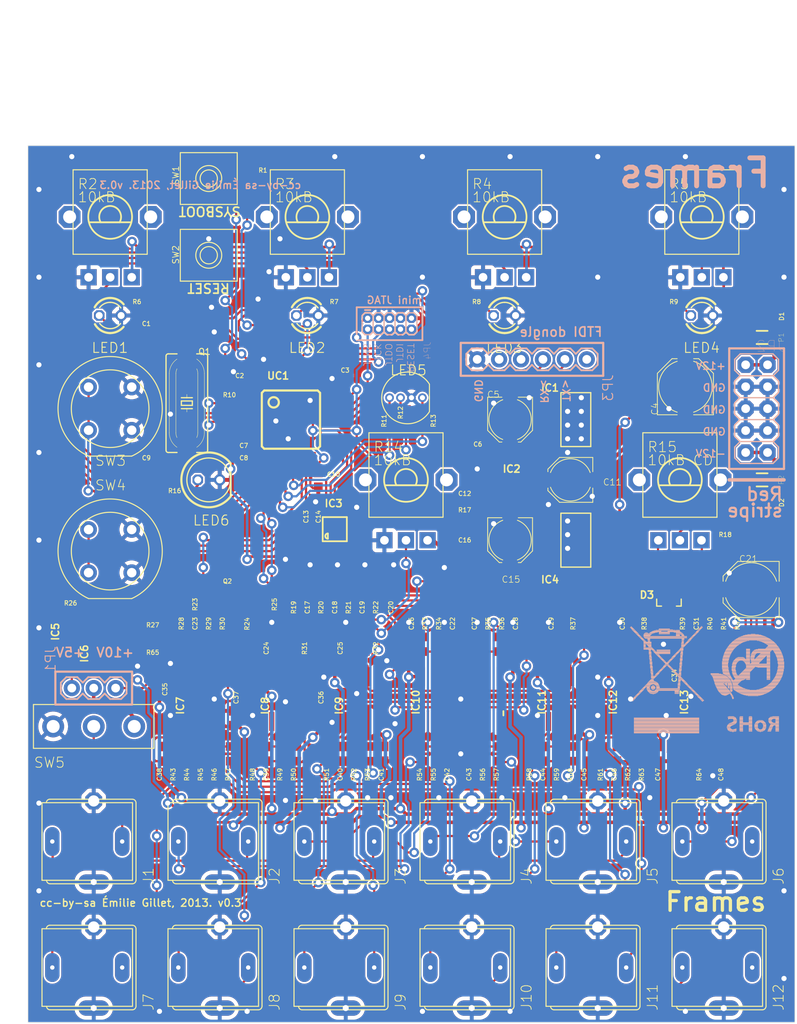
<source format=kicad_pcb>
(kicad_pcb (version 20211014) (generator pcbnew)
  (layers (0 "F.Cu" signal) (31 "B.Cu" signal) (34 "B.Paste" user) (35 "F.Paste" user) (36 "B.SilkS" user "B.Silkscreen") (37 "F.SilkS" user "F.Silkscreen") (38 "B.Mask" user) (39 "F.Mask" user) (44 "Edge.Cuts" user))
  (net 0 "")
  (net 1 "GND")
  (net 2 "+3V3")
  (net 3 "N$7")
  (net 4 "N$8")
  (net 5 "BOOT_FLASH")
  (net 6 "RESET")
  (net 7 "RX")
  (net 8 "TX")
  (net 9 "JTDI")
  (net 10 "JTDO")
  (net 11 "JTCK")
  (net 12 "JTMS")
  (net 13 "VCC")
  (net 14 "VEE")
  (net 15 "AREF_2.5")
  (net 16 "N$56")
  (net 17 "N$64")
  (net 18 "POT_CH1")
  (net 19 "POT_CH2")
  (net 20 "POT_CH3")
  (net 21 "POT_CH4")
  (net 22 "ADD_SWITCH")
  (net 23 "DEL_SWITCH")
  (net 24 "LED_CH1")
  (net 25 "LED_CH2")
  (net 26 "LED_CH3")
  (net 27 "LED_CH4")
  (net 28 "DAC_MOSI")
  (net 29 "DAC_SCK")
  (net 30 "DAC_SS")
  (net 31 "+3V3_A")
  (net 32 "GATE2_LED")
  (net 33 "GATE3_LED")
  (net 34 "GATE4_LED")
  (net 35 "N$6")
  (net 36 "MODULATION")
  (net 37 "N$1")
  (net 38 "N$9")
  (net 39 "N$13")
  (net 40 "N$5")
  (net 41 "N$11")
  (net 42 "N$14")
  (net 43 "GAIN_1")
  (net 44 "GAIN_2")
  (net 45 "GAIN_3")
  (net 46 "GAIN_4")
  (net 47 "FB_CURRENT")
  (net 48 "N$2")
  (net 49 "VCA_1")
  (net 50 "N$12")
  (net 51 "IN_1")
  (net 52 "N$15")
  (net 53 "N$16")
  (net 54 "FB_CURRENT1")
  (net 55 "N$18")
  (net 56 "VCA_2")
  (net 57 "N$20")
  (net 58 "N$22")
  (net 59 "N$23")
  (net 60 "IN_2")
  (net 61 "FB_CURRENT2")
  (net 62 "N$10")
  (net 63 "VCA_3")
  (net 64 "N$24")
  (net 65 "N$26")
  (net 66 "N$27")
  (net 67 "IN_3")
  (net 68 "FB_CURRENT3")
  (net 69 "N$28")
  (net 70 "VCA_4")
  (net 71 "N$30")
  (net 72 "N$32")
  (net 73 "N$33")
  (net 74 "IN_4")
  (net 75 "N$19")
  (net 76 "N$29")
  (net 77 "PAN")
  (net 78 "N$35")
  (net 79 "N$36")
  (net 80 "N$37")
  (net 81 "LED_R")
  (net 82 "LED_G")
  (net 83 "LED_B")
  (net 84 "N$39")
  (net 85 "N$41")
  (net 86 "N$43")
  (net 87 "N$45")
  (net 88 "FRAME_CHANGE")
  (net 89 "N$47")
  (net 90 "N$44")
  (net 91 "N$34")
  (net 92 "AREF_10")
  (net 93 "POT_FRAME")
  (net 94 "AREF_5")
  (net 95 "N$42")
  (net 96 "N$4")
  (net 97 "N$48")
  (net 98 "VCA0_1")
  (net 99 "VCA0_3")
  (net 100 "N$17")
  (net 101 "N$40")
  (net 102 "N$49")
  (net 103 "N$50")
  (net 104 "N$51")
  (net 105 "N$21")
  (net 106 "N$3")
  (net 107 "LED_FRAME")
  (net 108 "N$25")
  (net 109 "AREF_10_0")
  (net 110 "N$31")
  (footprint "frames_v03:C0603" (layer "F.Cu") (at 160.2586 111.9886 -90)
    (fp_text reference "C28")
    (fp_text value "100n")
  )
  (footprint "frames_v03:R0603" (layer "F.Cu") (at 184.3886 111.9886 90)
    (fp_text reference "R41")
    (fp_text value "100k")
  )
  (footprint "frames_v03:R0603" (layer "F.Cu") (at 127.5561 124.6886 90)
    (fp_text reference "R47")
    (fp_text value "100k")
  )
  (footprint "frames_v03:C0603" (layer "F.Cu") (at 146.4473 105.0036 90)
    (fp_text reference "C20")
    (fp_text value "1u")
  )
  (footprint "frames_v03:D6R" (layer "F.Cu") (at 113.5861 101.1936 90)
    (fp_text reference "SW4")
    (fp_text value "D6R" hide)
  )
  (footprint "frames_v03:ALPS_POT_VERTICAL_PS" (layer "F.Cu") (at 113.5861 62.4586 180)
    (fp_text reference "R2")
    (fp_text value "10kB")
  )
  (footprint "frames_v03:R0603" (layer "F.Cu") (at 130.4136 124.6886 -90)
    (fp_text reference "R48")
    (fp_text value "1.0k")
  )
  (footprint "frames_v03:C0603" (layer "F.Cu") (at 172.6411 111.9886 90)
    (fp_text reference "C30")
    (fp_text value "100n")
  )
  (footprint "frames_v03:PANASONIC_C" (layer "F.Cu") (at 159.9411 99.9236 -90)
    (fp_text reference "C15")
    (fp_text value "22u")
  )
  (footprint "frames_v03:C0603" (layer "F.Cu") (at 145.3361 124.6886 90)
    (fp_text reference "C41")
    (fp_text value "100n")
  )
  (footprint "frames_v03:SOD123" (layer "F.Cu") (at 188.5161 73.8886)
    (fp_text reference "D1")
    (fp_text value "1N5819HW" hide)
  )
  (footprint "frames_v03:ALPS_POT_VERTICAL_PS" (layer "F.Cu") (at 179.6261 92.9386 180)
    (fp_text reference "R15")
    (fp_text value "10kB CD")
  )
  (footprint "frames_v03:R0603" (layer "F.Cu") (at 156.1311 97.7011 90)
    (fp_text reference "R17")
    (fp_text value "510")
  )
  (footprint "frames_v03:DBZ_R-PDSO-G3" (layer "F.Cu") (at 159.9411 93.8911)
    (fp_text reference "IC2")
    (fp_text value "LM4040B25")
  )
  (footprint "frames_v03:R0603" (layer "F.Cu") (at 116.7611 73.8886 -90)
    (fp_text reference "R6")
    (fp_text value "100")
  )
  (footprint "frames_v03:SOD123" (layer "F.Cu") (at 188.5161 95.4786 180)
    (fp_text reference "D2")
    (fp_text value "1N5819HW" hide)
  )
  (footprint "frames_v03:R0603" (layer "F.Cu") (at 134.8586 111.9886 90)
    (fp_text reference "R31")
    (fp_text value "100k")
  )
  (footprint "frames_v03:PTC-1206" (layer "F.Cu") (at 189.1511 76.4286)
    (fp_text reference "P1")
    (fp_text value "PTCSMD" hide)
  )
  (footprint "frames_v03:R0603" (layer "F.Cu") (at 158.6711 124.6886 90)
    (fp_text reference "R57")
    (fp_text value "100k")
  )
  (footprint "frames_v03:R0603" (layer "F.Cu") (at 142.1611 124.6886 -90)
    (fp_text reference "R52")
    (fp_text value "100k")
  )
  (footprint "frames_v03:LQFP48" (layer "F.Cu") (at 134.5411 85.9536 -90)
    (fp_text reference "UC1")
    (fp_text value "STM32F103CBT6")
  )
  (footprint "frames_v03:SO08" (layer "F.Cu") (at 134.2236 118.3386)
    (fp_text reference "IC8")
    (fp_text value "TL072D")
  )
  (footprint "frames_v03:C0603" (layer "F.Cu") (at 155.4961 111.9886 90)
    (fp_text reference "C27")
    (fp_text value "560p")
  )
  (footprint "frames_v03:R0603" (layer "F.Cu") (at 131.3661 106.9086 -90)
    (fp_text reference "R25")
    (fp_text value "4.7k")
  )
  (footprint "frames_v03:C0603" (layer "F.Cu") (at 137.3986 99.9236 90)
    (fp_text reference "C14")
    (fp_text value "3.3u")
  )
  (footprint "frames_v03:C0603" (layer "F.Cu") (at 118.9836 76.4286 -90)
    (fp_text reference "C1")
    (fp_text value "18p")
  )
  (footprint "frames_v03:R0603" (layer "F.Cu") (at 151.3686 111.9886 -90)
    (fp_text reference "R34")
    (fp_text value "510")
  )
  (footprint "frames_v03:R0603" (layer "F.Cu") (at 179.6261 111.9886 -90)
    (fp_text reference "R39")
    (fp_text value "1.0k")
  )
  (footprint "frames_v03:C0603" (layer "F.Cu") (at 164.0686 124.6886 -90)
    (fp_text reference "C44")
    (fp_text value "18p")
  )
  (footprint "frames_v03:EVQ-Q2" (layer "F.Cu") (at 125.0161 66.9036 180)
    (fp_text reference "SW2")
    (fp_text value "")
  )
  (footprint "frames_v03:SOT223" (layer "F.Cu") (at 167.5611 85.9536 -90)
    (fp_text reference "IC1")
    (fp_text value "LM1117-3.3")
  )
  (footprint "frames_v03:WQP_PJ_301BM" (layer "F.Cu") (at 111.6811 134.8486 90)
    (fp_text reference "J1")
    (fp_text value "PJ301WQP" hide)
  )
  (footprint "frames_v03:FIDUCIAL-1X2" (layer "F.Cu") (at 111.6811 56.7436)
    (fp_text reference "F1" hide)
    (fp_text value "FIDUCIAL1X2" hide)
  )
  (footprint "frames_v03:R0603" (layer "F.Cu") (at 135.1761 124.6886 90)
    (fp_text reference "R50")
    (fp_text value "100k")
  )
  (footprint "frames_v03:D6R" (layer "F.Cu") (at 113.5861 84.6836 90)
    (fp_text reference "SW3")
    (fp_text value "D6R" hide)
  )
  (footprint "frames_v03:R0603" (layer "F.Cu") (at 162.4811 124.6886 -90)
    (fp_text reference "R58")
    (fp_text value "1.0k")
  )
  (footprint "frames_v03:C0603" (layer "F.Cu") (at 172.3236 124.6886 -90)
    (fp_text reference "C46")
    (fp_text value "18p")
  )
  (footprint "frames_v03:C0603" (layer "F.Cu") (at 127.8736 120.5611 -90)
    (fp_text reference "C37")
    (fp_text value "100n")
  )
  (footprint "frames_v03:R0603" (layer "F.Cu") (at 138.9861 124.6886 -90)
    (fp_text reference "R51")
    (fp_text value "1.0k")
  )
  (footprint "frames_v03:C0603" (layer "F.Cu") (at 168.8311 124.6886 90)
    (fp_text reference "C45")
    (fp_text value "100n")
  )
  (footprint "frames_v03:R0603" (layer "F.Cu") (at 124.3811 106.9086 -90)
    (fp_text reference "R23")
    (fp_text value "10k")
  )
  (footprint "frames_v03:R0603" (layer "F.Cu") (at 170.7361 124.6886 -90)
    (fp_text reference "R61")
    (fp_text value "1.0k")
  )
  (footprint "frames_v03:R0603" (layer "F.Cu") (at 157.0836 111.9886 -90)
    (fp_text reference "R35")
    (fp_text value "510")
  )
  (footprint "frames_v03:R0603" (layer "F.Cu") (at 126.2861 111.9886 -90)
    (fp_text reference "R30")
    (fp_text value "100k")
  )
  (footprint "frames_v03:R0603" (layer "F.Cu") (at 166.9261 111.9886 90)
    (fp_text reference "R37")
    (fp_text value "100k")
  )
  (footprint "frames_v03:C0603" (layer "F.Cu") (at 136.7636 105.0036 90)
    (fp_text reference "C17")
    (fp_text value "1u")
  )
  (footprint "frames_v03:ALPS_POT_VERTICAL_PS" (layer "F.Cu") (at 136.4461 62.4586 180)
    (fp_text reference "R3")
    (fp_text value "10kB")
  )
  (footprint "frames_v03:R0603" (layer "F.Cu") (at 173.9111 124.6886 -90)
    (fp_text reference "R62")
    (fp_text value "100k")
  )
  (footprint "frames_v03:SOT223" (layer "F.Cu") (at 167.5611 99.9236 -90)
    (fp_text reference "IC4")
    (fp_text value "LM1117-3.3")
  )
  (footprint "frames_v03:R0603" (layer "F.Cu") (at 151.3686 124.6886 90)
    (fp_text reference "R55")
    (fp_text value "510")
  )
  (footprint "frames_v03:C0603" (layer "F.Cu") (at 184.7061 124.6886 90)
    (fp_text reference "C48")
    (fp_text value "100n")
  )
  (footprint "frames_v03:SOT23" (layer "F.Cu") (at 178.3561 106.9085 180)
    (fp_text reference "D3")
    (fp_text value "BAT54S")
  )
  (footprint "frames_v03:R0603" (layer "F.Cu") (at 157.0836 124.6886 90)
    (fp_text reference "R56")
    (fp_text value "510")
  )
  (footprint "frames_v03:WQP_PJ_301BM" (layer "F.Cu") (at 126.2861 134.8486 90)
    (fp_text reference "J2")
    (fp_text value "PJ301WQP" hide)
  )
  (footprint "frames_v03:C0603" (layer "F.Cu") (at 123.1111 111.9886 90)
    (fp_text reference "C23")
    (fp_text value "18p")
  )
  (footprint "frames_v03:ALPS_POT_VERTICAL_PS" (layer "F.Cu") (at 182.1661 62.4586 180)
    (fp_text reference "R5")
    (fp_text value "10kB")
  )
  (footprint "frames_v03:C0603" (layer "F.Cu") (at 126.9211 90.0811 180)
    (fp_text reference "C8")
    (fp_text value "3.3u")
  )
  (footprint "frames_v03:R0603" (layer "F.Cu") (at 138.3511 105.0036 -90)
    (fp_text reference "R20")
    (fp_text value "100")
  )
  (footprint "frames_v03:R0603" (layer "F.Cu") (at 116.7611 112.3061 90)
    (fp_text reference "R65")
    (fp_text value "100k")
  )
  (footprint "frames_v03:C0603" (layer "F.Cu") (at 177.4036 124.6886 90)
    (fp_text reference "C47")
    (fp_text value "100n")
  )
  (footprint "frames_v03:LED3MM" (layer "F.Cu") (at 136.4461 73.8886)
    (fp_text reference "LED2")
    (fp_text value "WP710A10GD")
  )
  (footprint "frames_v03:MSOP10" (layer "F.Cu") (at 139.6211 98.6536)
    (fp_text reference "IC3")
    (fp_text value "DAC124S085CIMT")
  )
  (footprint "frames_v03:R0603" (layer "F.Cu") (at 139.621 73.8886 90)
    (fp_text reference "R7")
    (fp_text value "100")
  )
  (footprint "frames_v03:C0603" (layer "F.Cu") (at 143.1136 105.0036 90)
    (fp_text reference "C19")
    (fp_text value "1u")
  )
  (footprint "frames_v03:WQP_PJ_301BM" (layer "F.Cu") (at 170.1011 149.4536 90)
    (fp_text reference "J11")
    (fp_text value "PJ301WQP" hide)
  )
  (footprint "frames_v03:PTC-1206" (layer "F.Cu") (at 189.1511 92.9386)
    (fp_text reference "P2")
    (fp_text value "PTCSMD" hide)
  )
  (footprint "frames_v03:R0603" (layer "F.Cu") (at 147.8761 85.6361 90)
    (fp_text reference "R12")
    (fp_text value "100")
  )
  (footprint "frames_v03:R0603" (layer "F.Cu") (at 144.7011 105.0036 -90)
    (fp_text reference "R22")
    (fp_text value "100")
  )
  (footprint "frames_v03:C0603" (layer "F.Cu") (at 152.9561 124.6886 90)
    (fp_text reference "C42")
    (fp_text value "560p")
  )
  (footprint "frames_v03:R0603" (layer "F.Cu") (at 109.1411 108.1786 180)
    (fp_text reference "R26")
    (fp_text value "4.7k")
  )
  (footprint "frames_v03:LED-TRICOLOR-THROUGHHOLE" (layer "F.Cu") (at 147.8761 83.4136 180)
    (fp_text reference "LED5")
    (fp_text value "WP154A4SUREQBFZG")
  )
  (footprint "frames_v03:R0603" (layer "F.Cu") (at 143.1136 111.9886 90)
    (fp_text reference "R32")
    (fp_text value "100k")
  )
  (footprint "frames_v03:SO08" (layer "F.Cu") (at 166.2911 118.3386)
    (fp_text reference "IC11")
    (fp_text value "TL072D")
  )
  (footprint "frames_v03:R0603" (layer "F.Cu") (at 175.4986 124.6886 90)
    (fp_text reference "R63")
    (fp_text value "100k")
  )
  (footprint "frames_v03:ALPS_POT_VERTICAL_PS" (layer "F.Cu") (at 159.3061 62.4586 180)
    (fp_text reference "R4")
    (fp_text value "10kB")
  )
  (footprint "frames_v03:R0603" (layer "F.Cu") (at 184.7061 101.1936 90)
    (fp_text reference "R18")
    (fp_text value "100k")
  )
  (footprint "frames_v03:ALPS_POT_VERTICAL_PS" (layer "F.Cu") (at 147.8761 92.9386 180)
    (fp_text reference "R14")
    (fp_text value "10kB")
  )
  (footprint "frames_v03:R0603" (layer "F.Cu") (at 149.7811 111.9886 -90)
    (fp_text reference "R33")
    (fp_text value "100k")
  )
  (footprint "frames_v03:R0603" (layer "F.Cu") (at 124.6986 111.9886 90)
    (fp_text reference "R29")
    (fp_text value "100k")
  )
  (footprint "frames_v03:R0603" (layer "F.Cu") (at 149.7811 124.6886 90)
    (fp_text reference "R54")
    (fp_text value "100k")
  )
  (footprint "frames_v03:R0603" (layer "F.Cu") (at 178.9911 73.8886 90)
    (fp_text reference "R9")
    (fp_text value "100")
  )
  (footprint "frames_v03:C0603" (layer "F.Cu") (at 152.9562 111.9885 90)
    (fp_text reference "C22")
    (fp_text value "560p")
  )
  (footprint "frames_v03:C0603" (layer "F.Cu") (at 156.1311 94.2086 90)
    (fp_text reference "C12")
    (fp_text value "470n")
  )
  (footprint "frames_v03:SO08" (layer "F.Cu") (at 174.5461 118.3386)
    (fp_text reference "IC12")
    (fp_text value "TL072D")
  )
  (footprint "frames_v03:R0603" (layer "F.Cu") (at 141.5261 105.0036 -90)
    (fp_text reference "R21")
    (fp_text value "100")
  )
  (footprint "frames_v03:C0603" (layer "F.Cu") (at 181.2136 111.9886 -90)
    (fp_text reference "C31")
    (fp_text value "560p")
  )
  (footprint "frames_v03:C0603" (layer "F.Cu") (at 137.7161 92.9386 -90)
    (fp_text reference "C10")
    (fp_text value "100n")
  )
  (footprint "frames_v03:R0603" (layer "F.Cu") (at 175.1811 111.9886 90)
    (fp_text reference "R38")
    (fp_text value "100k")
  )
  (footprint "frames_v03:C0603" (layer "F.Cu") (at 164.3861 111.9886 90)
    (fp_text reference "C29")
    (fp_text value "100n")
  )
  (footprint "frames_v03:PANASONIC_D" (layer "F.Cu") (at 187.8811 105.6386 180)
    (fp_text reference "C21")
    (fp_text value "47u")
  )
  (footprint "frames_v03:C0603" (layer "F.Cu") (at 137.7162 120.561 -90)
    (fp_text reference "C36")
    (fp_text value "100n")
  )
  (footprint "frames_v03:C0603" (layer "F.Cu") (at 140.8911 82.1436 90)
    (fp_text reference "C3")
    (fp_text value "100n")
  )
  (footprint "frames_v03:HC49UP" (layer "F.Cu") (at 122.4761 84.0486 90)
    (fp_text reference "Q1")
    (fp_text value "8MHz")
  )
  (footprint "frames_v03:WQP_PJ_301BM" (layer "F.Cu") (at 184.7061 149.4536 90)
    (fp_text reference "J12")
    (fp_text value "PJ301WQP" hide)
  )
  (footprint "frames_v03:R0603" (layer "F.Cu") (at 165.6561 124.6886 -90)
    (fp_text reference "R59")
    (fp_text value "100k")
  )
  (footprint "frames_v03:SO08" (layer "F.Cu") (at 142.7961 118.3386)
    (fp_text reference "IC9")
    (fp_text value "TL072D")
  )
  (footprint "frames_v03:R0603" (layer "F.Cu") (at 121.2061 124.6886 -90)
    (fp_text reference "R43")
    (fp_text value "49.9k")
  )
  (footprint "frames_v03:C0603" (layer "F.Cu") (at 156.1311 86.9061 90)
    (fp_text reference "C6")
    (fp_text value "100n")
  )
  (footprint "frames_v03:WQP_PJ_301BM" (layer "F.Cu") (at 111.6811 149.4536 90)
    (fp_text reference "J7")
    (fp_text value "PJ301WQP" hide)
  )
  (footprint "frames_v03:C0603" (layer "F.Cu") (at 140.5736 124.6886 -90)
    (fp_text reference "C40")
    (fp_text value "18p")
  )
  (footprint "frames_v03:R0603" (layer "F.Cu") (at 135.1761 105.0036 -90)
    (fp_text reference "R19")
    (fp_text value "100")
  )
  (footprint "frames_v03:R0603" (layer "F.Cu") (at 182.8011 111.9886 90)
    (fp_text reference "R40")
    (fp_text value "33k")
  )
  (footprint "frames_v03:C0603" (layer "F.Cu") (at 179.6261 115.1636 90)
    (fp_text reference "C34")
    (fp_text value "100n")
  )
  (footprint "frames_v03:SO08" (layer "F.Cu") (at 182.8011 118.3386)
    (fp_text reference "IC13")
    (fp_text value "TL072D")
  )
  (footprint "frames_v03:C0603" (layer "F.Cu") (at 126.9211 88.6523 180)
    (fp_text reference "C7")
    (fp_text value "100n")
  )
  (footprint "frames_v03:FIDUCIAL-1X2" (layer "F.Cu") (at 185.3411 150.7236)
    (fp_text reference "F4" hide)
    (fp_text value "FIDUCIAL1X2" hide)
  )
  (footprint "frames_v03:WQP_PJ_301BM" (layer "F.Cu") (at 140.8911 134.8486 90)
    (fp_text reference "J3")
    (fp_text value "PJ301WQP" hide)
  )
  (footprint "frames_v03:R0603" (layer "F.Cu") (at 124.3811 124.6886 90)
    (fp_text reference "R45")
    (fp_text value "100k")
  )
  (footprint "frames_v03:R0603" (layer "F.Cu") (at 130.0961 58.0135 180)
    (fp_text reference "R1")
    (fp_text value "10k")
  )
  (footprint "frames_v03:R0603" (layer "F.Cu") (at 129.7786 106.9086 90)
    (fp_text reference "R24")
    (fp_text value "3.3k")
  )
  (footprint "frames_v03:WQP_PJ_301BM" (layer "F.Cu") (at 170.1011 134.8486 90)
    (fp_text reference "J5")
    (fp_text value "PJ301WQP" hide)
  )
  (footprint "frames_v03:R0603" (layer "F.Cu") (at 167.2436 124.6886 90)
    (fp_text reference "R60")
    (fp_text value "100k")
  )
  (footprint "frames_v03:C0603" (layer "F.Cu") (at 120.5711 116.7511 90)
    (fp_text reference "C35")
    (fp_text value "100n")
  )
  (footprint "frames_v03:PANASONIC_C" (layer "F.Cu") (at 166.9261 92.9386 180)
    (fp_text reference "C11")
    (fp_text value "22u")
  )
  (footprint "frames_v03:R0603" (layer "F.Cu") (at 156.1311 73.8886 90)
    (fp_text reference "R8")
    (fp_text value "100")
  )
  (footprint "frames_v03:R0603" (layer "F.Cu") (at 182.1661 124.6886 90)
    (fp_text reference "R64")
    (fp_text value "100k")
  )
  (footprint "frames_v03:C0603" (layer "F.Cu") (at 148.1936 111.9886 90)
    (fp_text reference "C26")
    (fp_text value "100n")
  )
  (footprint "frames_v03:R0603" (layer "F.Cu") (at 116.7611 109.1311 90)
    (fp_text reference "R27")
    (fp_text value "100k")
  )
  (footprint "frames_v03:ES_100SP1T6B11M2QEH_SMALL" (layer "F.Cu") (at 111.6811 121.5136)
    (fp_text reference "SW5")
    (fp_text value "" hide)
  )
  (footprint "frames_v03:C0603" (layer "F.Cu") (at 132.3186 111.9886 90)
    (fp_text reference "C24")
    (fp_text value "100n")
  )
  (footprint "frames_v03:C0603" (layer "F.Cu") (at 139.9386 105.0036 90)
    (fp_text reference "C18")
    (fp_text value "1u")
  )
  (footprint "frames_v03:WQP_PJ_301BM" (layer "F.Cu") (at 155.4961 134.8486 90)
    (fp_text reference "J4")
    (fp_text value "PJ301WQP" hide)
  )
  (footprint "frames_v03:LED3MM" (layer "F.Cu") (at 113.5861 73.8886)
    (fp_text reference "LED1")
    (fp_text value "WP710A10GD")
  )
  (footprint "frames_v03:C0603" (layer "F.Cu") (at 129.6199 81.8261 180)
    (fp_text reference "C2")
    (fp_text value "100n")
  )
  (footprint "frames_v03:EURORACK_TEMPLATE" (layer "F.Cu") (at 102.7911 38.3286)
    (fp_text reference "U$1" hide)
    (fp_text value "" hide)
  )
  (footprint "frames_v03:C0603" (layer "F.Cu") (at 132.0011 124.6886 -90)
    (fp_text reference "C39")
    (fp_text value "18p")
  )
  (footprint "frames_v03:R0603" (layer "F.Cu") (at 145.9711 85.6361 90)
    (fp_text reference "R11")
    (fp_text value "100")
  )
  (footprint "frames_v03:R0603" (layer "F.Cu") (at 185.9761 111.9886 90)
    (fp_text reference "R42")
    (fp_text value "240k")
  )
  (footprint "frames_v03:R0603" (layer "F.Cu") (at 127.8736 84.0486)
    (fp_text reference "R10")
    (fp_text value "10k")
  )
  (footprint "frames_v03:C0603" (layer "F.Cu") (at 119.6186 124.6886 -90)
    (fp_text reference "C38")
    (fp_text value "18p")
  )
  (footprint "frames_v03:WQP_PJ_301BM" (layer "F.Cu") (at 155.4961 149.4536 90)
    (fp_text reference "J10")
    (fp_text value "PJ301WQP" hide)
  )
  (footprint "frames_v03:C0603" (layer "F.Cu") (at 135.9699 99.9236 90)
    (fp_text reference "C13")
    (fp_text value "100n")
  )
  (footprint "frames_v03:PANASONIC_C" (layer "F.Cu") (at 159.9411 85.9536 -90)
    (fp_text reference "C5")
    (fp_text value "22u")
  )
  (footprint "frames_v03:LED3MM" (layer "F.Cu") (at 159.3061 73.8886)
    (fp_text reference "LED3")
    (fp_text value "WP710A10GD")
  )
  (footprint "frames_v03:SOT23-BEC" (layer "F.Cu") (at 127.2386 106.9086)
    (fp_text reference "Q2")
    (fp_text value "MMBT3904")
  )
  (footprint "frames_v03:R0603" (layer "F.Cu") (at 121.5236 111.9886 90)
    (fp_text reference "R28")
    (fp_text value "1.0k")
  )
  (footprint "frames_v03:C0603" (layer "F.Cu") (at 156.1311 101.1936 90)
    (fp_text reference "C16")
    (fp_text value "100n")
  )
  (footprint "frames_v03:WQP_PJ_301BM" (layer "F.Cu") (at 184.7061 134.8486 90)
    (fp_text reference "J6")
    (fp_text value "PJ301WQP" hide)
  )
  (footprint "frames_v03:R0603" (layer "F.Cu") (at 120.8886 94.8436)
    (fp_text reference "R16")
    (fp_text value "100")
  )
  (footprint "frames_v03:FIDUCIAL-1X2" (layer "F.Cu") (at 111.6811 150.7236)
    (fp_text reference "F3" hide)
    (fp_text value "FIDUCIAL1X2" hide)
  )
  (footprint "frames_v03:R0603" (layer "F.Cu") (at 158.6711 111.9886 -90)
    (fp_text reference "R36")
    (fp_text value "100k")
  )
  (footprint "frames_v03:WQP_PJ_301BM" (layer "F.Cu") (at 126.2861 149.4536 90)
    (fp_text reference "J8")
    (fp_text value "PJ301WQP" hide)
  )
  (footprint "frames_v03:R0603" (layer "F.Cu") (at 149.7811 85.6361 90)
    (fp_text reference "R13")
    (fp_text value "100")
  )
  (footprint "frames_v03:SO08" (layer "F.Cu") (at 113.2686 111.0361)
    (fp_text reference "IC6")
    (fp_text value "TL072D")
  )
  (footprint "frames_v03:SOIC16N" (layer "F.Cu") (at 154.2261 118.3386)
    (fp_text reference "IC10")
    (fp_text value "V2164SZ")
  )
  (footprint "frames_v03:PANASONIC_D" (layer "F.Cu") (at 180.2611 82.1436 90)
    (fp_text reference "C4")
    (fp_text value "47u")
  )
  (footprint "frames_v03:LED3MM" (layer "F.Cu") (at 182.1661 73.8886)
    (fp_text reference "LED4")
    (fp_text value "WP710A10GD")
  )
  (footprint "frames_v03:C0603" (layer "F.Cu") (at 140.8911 111.9886 90)
    (fp_text reference "C25")
    (fp_text value "100n")
  )
  (footprint "frames_v03:R0603" (layer "F.Cu") (at 133.5886 124.6886 -90)
    (fp_text reference "R49")
    (fp_text value "100k")
  )
  (footprint "frames_v03:FIDUCIAL-1X2" (layer "F.Cu") (at 185.3411 56.7436)
    (fp_text reference "F2" hide)
    (fp_text value "FIDUCIAL1X2" hide)
  )
  (footprint "frames_v03:EVQ-Q2" (layer "F.Cu") (at 125.0161 58.0136 180)
    (fp_text reference "SW1")
    (fp_text value "")
  )
  (footprint "frames_v03:WQP_PJ_301BM" (layer "F.Cu") (at 140.8911 149.4536 90)
    (fp_text reference "J9")
    (fp_text value "PJ301WQP" hide)
  )
  (footprint "frames_v03:R0603" (layer "F.Cu") (at 143.7486 124.6886 90)
    (fp_text reference "R53")
    (fp_text value "100k")
  )
  (footprint "frames_v03:DBZ_R-PDSO-G3" (layer "F.Cu") (at 108.8236 111.0361 180)
    (fp_text reference "IC5")
    (fp_text value "LM4040B10")
  )
  (footprint "frames_v03:R0603" (layer "F.Cu") (at 125.9686 124.6886 90)
    (fp_text reference "R46")
    (fp_text value "100k")
  )
  (footprint "frames_v03:LED5MM" (layer "F.Cu") (at 125.0161 92.9386)
    (fp_text reference "LED6")
    (fp_text value "WP7113SGD")
  )
  (footprint "frames_v03:C0603" (layer "F.Cu") (at 118.9836 91.6686 90)
    (fp_text reference "C9")
    (fp_text value "18p")
  )
  (footprint "frames_v03:C0603" (layer "F.Cu") (at 155.4961 124.6886 90)
    (fp_text reference "C43")
    (fp_text value "560p")
  )
  (footprint "frames_v03:SO08" (layer "F.Cu") (at 124.3811 118.3386)
    (fp_text reference "IC7")
    (fp_text value "TL072D")
  )
  (footprint "frames_v03:R0603" (layer "F.Cu") (at 122.7936 124.6886 90)
    (fp_text reference "R44")
    (fp_text value "100k")
  )
  (footprint "frames_v03:2X5-1.27" (layer "B.Cu") (at 147.2411 75.4761 -90)
    (fp_text reference "JP4")
    (fp_text value "M05X2MINIJTAG" hide)
  )
  (footprint "frames_v03:ROHS_BIG" (layer "B.Cu") (at 192.9611 123.1011 180)
    (fp_text reference "U$3" hide)
    (fp_text value "" hide)
  )
  (footprint "frames_v03:1X06" (layer "B.Cu") (at 156.1311 78.9686)
    (fp_text reference "JP3")
    (fp_text value "")
  )
  (footprint "frames_v03:AVR_ICSP" (layer "B.Cu") (at 188.5161 84.6836 180)
    (fp_text reference "JP2")
    (fp_text value "M05X2PTH" hide)
  )
  (footprint "frames_v03:1X03" (layer "B.Cu") (at 109.1411 117.0686)
    (fp_text reference "JP1")
    (fp_text value "")
  )
  (gr_line (start 142.1611 76.7461) (end 149.7811 76.7461) (layer "B.SilkS") (width 0.2032))
  (gr_line (start 170.7361 80.8736) (end 170.7361 77.0636) (layer "B.SilkS") (width 0.254))
  (gr_line (start 185.3411 77.6986) (end 185.3411 91.6686) (layer "B.SilkS") (width 0.254))
  (gr_line (start 149.7811 76.7461) (end 149.7811 72.9361) (layer "B.SilkS") (width 0.2032))
  (gr_line (start 185.3411 91.6686) (end 191.6911 91.6686) (layer "B.SilkS") (width 0.254))
  (gr_line (start 191.6911 91.6686) (end 191.6911 77.6986) (layer "B.SilkS") (width 0.254))
  (gr_line (start 116.1261 115.1636) (end 107.2361 115.1636) (layer "B.SilkS") (width 0.254))
  (gr_line (start 191.6911 77.6986) (end 185.3411 77.6986) (layer "B.SilkS") (width 0.254))
  (gr_line (start 107.2361 118.9736) (end 116.1261 118.9736) (layer "B.SilkS") (width 0.254))
  (gr_line (start 142.1611 72.9361) (end 142.1611 76.7461) (layer "B.SilkS") (width 0.2032))
  (gr_line (start 107.2361 115.1636) (end 107.2361 118.9736) (layer "B.SilkS") (width 0.254))
  (gr_line (start 116.1261 118.9736) (end 116.1261 115.1636) (layer "B.SilkS") (width 0.254))
  (gr_line (start 149.7811 72.9361) (end 142.1611 72.9361) (layer "B.SilkS") (width 0.2032))
  (gr_line (start 170.7361 77.0636) (end 154.2261 77.0636) (layer "B.SilkS") (width 0.254))
  (gr_line (start 191.6911 92.9386) (end 185.3411 92.9386) (layer "B.SilkS") (width 0.4064))
  (gr_line (start 154.2261 80.8736) (end 170.7361 80.8736) (layer "B.SilkS") (width 0.254))
  (gr_line (start 154.2261 77.0636) (end 154.2261 80.8736) (layer "B.SilkS") (width 0.254))
  (gr_line (start 104.0611 155.8036) (end 192.9411 155.8036) (layer "Edge.Cuts") (width 0.05))
  (gr_line (start 192.9411 54.2036) (end 104.0611 54.2036) (layer "Edge.Cuts") (width 0.05))
  (gr_line (start 192.9411 155.8036) (end 192.9411 54.2036) (layer "Edge.Cuts") (width 0.05))
  (gr_line (start 104.0611 54.2036) (end 104.0611 155.8036) (layer "Edge.Cuts") (width 0.05))
  (gr_text "+12V" (at 185.0236 80.2386) (layer "B.SilkS") (effects (font (size 0.8636 0.8636) (thickness 0.1524)) (justify left bottom mirror)))
  (gr_text "JTCK" (at 145.0186 77.0636 -90) (layer "B.SilkS") (effects (font (size 0.747776 0.747776) (thickness 0.065024)) (justify right top mirror)))
  (gr_text "JTDO" (at 146.2886 77.0636 -90) (layer "B.SilkS") (effects (font (size 0.747776 0.747776) (thickness 0.065024)) (justify right top mirror)))
  (gr_text "mini JTAG" (at 149.7811 72.6186) (layer "B.SilkS") (effects (font (size 0.8636 0.8636) (thickness 0.1524)) (justify left bottom mirror)))
  (gr_text "stripe" (at 191.6911 97.3836) (layer "B.SilkS") (effects (font (size 1.5113 1.5113) (thickness 0.2667)) (justify left bottom mirror)))
  (gr_text "JTMS" (at 143.7486 77.0636 -90) (layer "B.SilkS") (effects (font (size 0.747776 0.747776) (thickness 0.065024)) (justify right top mirror)))
  (gr_text "Frames" (at 190.4211 59.2836) (layer "B.SilkS") (effects (font (size 3.2385 3.2385) (thickness 0.5715)) (justify left bottom mirror)))
  (gr_text "FTDI dongle" (at 170.7361 76.4286) (layer "B.SilkS") (effects (font (size 1.0795 1.0795) (thickness 0.1905)) (justify left bottom mirror)))
  (gr_text "+5V" (at 110.7286 113.5761) (layer "B.SilkS") (effects (font (size 1.0795 1.0795) (thickness 0.1905)) (justify left bottom mirror)))
  (gr_text "GND" (at 185.0236 85.3186) (layer "B.SilkS") (effects (font (size 0.8636 0.8636) (thickness 0.1524)) (justify left bottom mirror)))
  (gr_text "Red" (at 191.6911 95.4786) (layer "B.SilkS") (effects (font (size 1.5113 1.5113) (thickness 0.2667)) (justify left bottom mirror)))
  (gr_text "JTDI" (at 147.5586 77.0636 -90) (layer "B.SilkS") (effects (font (size 0.747776 0.747776) (thickness 0.065024)) (justify right top mirror)))
  (gr_text "cc-by-sa Émilie Gillet, 2013. v0.3" (at 135.8111 59.2836) (layer "B.SilkS") (effects (font (size 0.8636 0.8636) (thickness 0.1524)) (justify left bottom mirror)))
  (gr_text "+10V" (at 116.4436 113.5761) (layer "B.SilkS") (effects (font (size 1.0795 1.0795) (thickness 0.1905)) (justify left bottom mirror)))
  (gr_text "RESET" (at 148.8286 77.0636 -90) (layer "B.SilkS") (effects (font (size 0.747776 0.747776) (thickness 0.065024)) (justify right top mirror)))
  (gr_text "-12V" (at 185.0236 90.3986) (layer "B.SilkS") (effects (font (size 0.8636 0.8636) (thickness 0.1524)) (justify left bottom mirror)))
  (gr_text "RX<" (at 164.3861 81.1911 -90) (layer "B.SilkS") (effects (font (size 0.8636 0.8636) (thickness 0.1524)) (justify right top mirror)))
  (gr_text "GND" (at 185.0236 82.7786) (layer "B.SilkS") (effects (font (size 0.8636 0.8636) (thickness 0.1524)) (justify left bottom mirror)))
  (gr_text "GND" (at 156.7661 81.1911 -90) (layer "B.SilkS") (effects (font (size 0.8636 0.8636) (thickness 0.1524)) (justify right top mirror)))
  (gr_text "TX>" (at 166.9261 81.1911 -90) (layer "B.SilkS") (effects (font (size 0.8636 0.8636) (thickness 0.1524)) (justify right top mirror)))
  (gr_text "GND" (at 185.0236 87.8586) (layer "B.SilkS") (effects (font (size 0.8636 0.8636) (thickness 0.1524)) (justify left bottom mirror)))
  (gr_text "SYSBOOT" (at 128.8261 61.1886 180) (layer "F.SilkS") (effects (font (size 1.0795 1.0795) (thickness 0.1905)) (justify left bottom)))
  (gr_text "RESET" (at 127.5561 70.0786 180) (layer "F.SilkS") (effects (font (size 1.0795 1.0795) (thickness 0.1905)) (justify left bottom)))
  (gr_text "Frames" (at 177.7211 143.1036) (layer "F.SilkS") (effects (font (size 2.159 2.159) (thickness 0.381)) (justify left bottom)))
  (gr_text "cc-by-sa Émilie Gillet, 2013. v0.3" (at 105.3311 142.4686) (layer "F.SilkS") (effects (font (size 0.8636 0.8636) (thickness 0.1524)) (justify left bottom)))
  (segment (start 127.1236 86.7036) (end 130.2911 86.7036) (width 0.254) (layer "F.Cu") (net 1))
  (segment (start 137.7161 83.7311) (end 137.7161 83.7036) (width 0.254) (layer "F.Cu") (net 1))
  (segment (start 125.9686 87.8586) (end 127.1236 86.7036) (width 0.254) (layer "F.Cu") (net 1))
  (segment (start 126.0711 88.6523) (end 125.9686 88.5498) (width 0.254) (layer "F.Cu") (net 1))
  (segment (start 137.0811 93.8911) (end 137.6136 93.8911) (width 0.254) (layer "F.Cu") (net 1))
  (segment (start 132.2911 81.7036) (end 132.3186 81.6761) (width 0.254) (layer "F.Cu") (net 1))
  (segment (start 132.3186 81.6761) (end 132.3186 79.9211) (width 0.254) (layer "F.Cu") (net 1))
  (segment (start 135.2911 90.2036) (end 135.2911 89.3311) (width 0.254) (layer "F.Cu") (net 1))
  (segment (start 137.6136 93.8911) (end 137.7161 93.7886) (width 0.254) (layer "F.Cu") (net 1))
  (segment (start 125.9686 88.5498) (end 125.9686 87.8586) (width 0.254) (layer "F.Cu") (net 1))
  (segment (start 137.7161 83.7036) (end 138.7911 83.7036) (width 0.254) (layer "F.Cu") (net 1))
  (segment (start 132.3186 79.9211) (end 131.3661 78.9686) (width 0.254) (layer "F.Cu") (net 1))
  (segment (start 136.7911 93.6011) (end 137.0811 93.8911) (width 0.254) (layer "F.Cu") (net 1))
  (segment (start 136.7911 93.6011) (end 136.7911 90.2036) (width 0.254) (layer "F.Cu") (net 1))
  (segment (start 136.7636 83.7311) (end 137.7161 83.7311) (width 0.254) (layer "F.Cu") (net 1))
  (segment (start 132.2911 81.7036) (end 132.3186 81.7036) (width 0.254) (layer "F.Cu") (net 1))
  (via (at 140.8911 109.4486) (size 1.108) (drill 0.6) (layers "F.Cu" "B.Cu") (net 1))
  (via (at 105.3311 110.0836) (size 1.108) (drill 0.6) (layers "F.Cu" "B.Cu") (net 1))
  (via (at 166.6086 97.7011) (size 1.108) (drill 0.6) (layers "F.Cu" "B.Cu") (net 1))
  (via (at 105.3311 69.4436) (size 1.108) (drill 0.6) (layers "F.Cu" "B.Cu") (net 1))
  (via (at 149.7811 154.5336) (size 1.108) (drill 0.6) (layers "F.Cu" "B.Cu") (net 1))
  (via (at 125.0161 64.9986) (size 1.108) (drill 0.6) (layers "F.Cu" "B.Cu") (net 1))
  (via (at 166.2911 129.7686) (size 1.108) (drill 0.6) (layers "F.Cu" "B.Cu") (net 1))
  (via (at 133.9061 118.6561) (size 1.108) (drill 0.6) (layers "F.Cu" "B.Cu") (net 1))
  (via (at 120.5711 114.2111) (size 1.108) (drill 0.6) (layers "F.Cu" "B.Cu") (net 1))
  (via (at 168.1961 83.4136) (size 1.108) (drill 0.6) (layers "F.Cu" "B.Cu") (net 1))
  (via (at 170.1011 69.4436) (size 1.108) (drill 0.6) (layers "F.Cu" "B.Cu") (net 1))
  (via (at 164.3861 95.7961) (size 1.108) (drill 0.6) (layers "F.Cu" "B.Cu") (net 1))
  (via (at 152.3211 103.0986) (size 1.108) (drill 0.6) (layers "F.Cu" "B.Cu") (net 1))
  (via (at 191.6911 140.5636) (size 1.108) (drill 0.6) (layers "F.Cu" "B.Cu") (net 1))
  (via (at 162.1636 83.4136) (size 1.108) (drill 0.6) (layers "F.Cu" "B.Cu") (net 1))
  (via (at 143.4311 129.7686) (size 1.108) (drill 0.6) (layers "F.Cu" "B.Cu") (net 1))
  (via (at 138.3511 115.7986) (size 1.108) (drill 0.6) (layers "F.Cu" "B.Cu") (net 1))
  (via (at 119.3011 154.5336) (size 1.108) (drill 0.6) (layers "F.Cu" "B.Cu") (net 1))
  (via (at 183.4361 127.2286) (size 1.108) (drill 0.6) (layers "F.Cu" "B.Cu") (net 1))
  (via (at 148.1936 109.4486) (size 1.108) (drill 0.6) (layers "F.Cu" "B.Cu") (net 1))
  (via (at 132.7949 86.1123) (size 1.108) (drill 0.6) (layers "F.Cu" "B.Cu") (net 1))
  (via (at 125.3336 72.9361) (size 1.108) (drill 0.6) (layers "F.Cu" "B.Cu") (net 1))
  (via (at 158.0361 84.0486) (size 1.108) (drill 0.6) (layers "F.Cu" "B.Cu") (net 1))
  (via (at 129.4611 154.5336) (size 1.108) (drill 0.6) (layers "F.Cu" "B.Cu") (net 1))
  (via (at 178.0386 120.2436) (size 1.108) (drill 0.6) (layers "F.Cu" "B.Cu") (net 1))
  (via (at 105.3311 89.7636) (size 1.108) (drill 0.6) (layers "F.Cu" "B.Cu") (net 1))
  (via (at 158.9886 129.7686) (size 1.108) (drill 0.6) (layers "F.Cu" "B.Cu") (net 1))
  (via (at 146.6061 121.1961) (size 1.108) (drill 0.6) (layers "F.Cu" "B.Cu") (net 1))
  (via (at 125.6511 75.7936) (size 1.108) (drill 0.6) (layers "F.Cu" "B.Cu") (net 1))
  (via (at 120.5711 85.3186) (size 1.108) (drill 0.6) (layers "F.Cu" "B.Cu") (net 1))
  (via (at 143.1136 102.7811) (size 1.108) (drill 0.6) (layers "F.Cu" "B.Cu") (net 1))
  (via (at 109.1411 55.4736) (size 1.108) (drill 0.6) (layers "F.Cu" "B.Cu") (net 1))
  (via (at 137.3986 130.0861) (size 1.108) (drill 0.6) (layers "F.Cu" "B.Cu") (net 1))
  (via (at 159.9411 154.5336) (size 1.108) (drill 0.6) (layers "F.Cu" "B.Cu") (net 1))
  (via (at 139.3036 81.1911) (size 1.108) (drill 0.6) (layers "F.Cu" "B.Cu") (net 1))
  (via (at 191.6911 59.2836) (size 1.108) (drill 0.6) (layers "F.Cu" "B.Cu") (net 1))
  (via (at 158.0361 98.0186) (size 1.108) (drill 0.6) (layers "F.Cu" "B.Cu") (net 1))
  (via (at 164.3861 109.4486) (size 1.108) (drill 0.6) (layers "F.Cu" "B.Cu") (net 1))
  (via (at 137.3986 95.4786) (size 1.108) (drill 0.6) (layers "F.Cu" "B.Cu") (net 1))
  (via (at 172.6411 109.4486) (size 1.108) (drill 0.6) (layers "F.Cu" "B.Cu") (net 1))
  (via (at 130.7311 71.9836) (size 1.108) (drill 0.6) (layers "F.Cu" "B.Cu") (net 1))
  (via (at 178.3561 84.6836) (size 1.108) (drill 0.6) (layers "F.Cu" "B.Cu") (net 1))
  (via (at 149.7811 55.4736) (size 1.108) (drill 0.6) (layers "F.Cu" "B.Cu") (net 1))
  (via (at 133.9061 130.0861) (size 1.108) (drill 0.6) (layers "F.Cu" "B.Cu") (net 1))
  (via (at 133.9061 102.1461) (size 1.108) (drill 0.6) (layers "F.Cu" "B.Cu") (net 1))
  (via (at 105.3311 59.2836) (size 1.108) (drill 0.6) (layers "F.Cu" "B.Cu") (net 1))
  (via (at 166.6086 86.5886) (size 1.108) (drill 0.6) (layers "F.Cu" "B.Cu") (net 1))
  (via (at 132.0011 68.8086) (size 1.108) (drill 0.6) (layers "F.Cu" "B.Cu") (net 1))
  (via (at 139.9386 102.7811) (size 1.108) (drill 0.6) (layers "F.Cu" "B.Cu") (net 1))
  (via (at 185.3411 103.7336) (size 1.108) (drill 0.6) (layers "F.Cu" "B.Cu") (net 1))
  (via (at 139.6211 55.4736) (size 1.108) (drill 0.6) (layers "F.Cu" "B.Cu") (net 1))
  (via (at 166.6086 89.7636) (size 1.108) (drill 0.6) (layers "F.Cu" "B.Cu") (net 1))
  (via (at 146.1299 129.7686) (size 1.108) (drill 0.6) (layers "F.Cu" "B.Cu") (net 1))
  (via (at 151.6861 129.7686) (size 1.108) (drill 0.6) (layers "F.Cu" "B.Cu") (net 1))
  (via (at 105.3311 99.9236) (size 1.108) (drill 0.6) (layers "F.Cu" "B.Cu") (net 1))
  (via (at 191.6911 69.4436) (size 1.108) (drill 0.6) (layers "F.Cu" "B.Cu") (net 1))
  (via (at 160.2586 109.4486) (size 1.108) (drill 0.6) (layers "F.Cu" "B.Cu") (net 1))
  (via (at 146.4473 102.7811) (size 1.108) (drill 0.6) (layers "F.Cu" "B.Cu") (net 1))
  (via (at 127.8736 80.3973) (size 1.108) (drill 0.6) (layers "F.Cu" "B.Cu") (net 1))
  (via (at 169.4661 94.8436) (size 1.108) (drill 0.6) (layers "F.Cu" "B.Cu") (net 1))
  (via (at 166.6086 99.2886) (size 1.108) (drill 0.6) (layers "F.Cu" "B.Cu") (net 1))
  (via (at 156.1311 109.4486) (size 1.108) (drill 0.6) (layers "F.Cu" "B.Cu") (net 1))
  (via (at 170.1011 115.7986) (size 1.108) (drill 0.6) (layers "F.Cu" "B.Cu") (net 1))
  (via (at 131.3661 78.9686) (size 1.108) (drill 0.6) (layers "F.Cu" "B.Cu") (net 1))
  (via (at 191.6911 150.7236) (size 1.108) (drill 0.6) (layers "F.Cu" "B.Cu") (net 1))
  (via (at 180.2611 154.5336) (size 1.108) (drill 0.6) (layers "F.Cu" "B.Cu") (net 1))
  (via (at 173.9111 118.3386) (size 1.108) (drill 0.6) (layers "F.Cu" "B.Cu") (net 1))
  (via (at 132.3186 109.4486) (size 1.108) (drill 0.6) (layers "F.Cu" "B.Cu") (net 1))
  (via (at 105.3311 140.5636) (size 1.108) (drill 0.6) (layers "F.Cu" "B.Cu") (net 1))
  (via (at 168.1961 88.1761) (size 1.108) (drill 0.6) (layers "F.Cu" "B.Cu") (net 1))
  (via (at 159.9411 55.4736) (size 1.108) (drill 0.6) (layers "F.Cu" "B.Cu") (net 1))
  (via (at 166.6086 85.0011) (size 1.108) (drill 0.6) (layers "F.Cu" "B.Cu") (net 1))
  (via (at 133.2711 64.9986) (size 1.108) (drill 0.6) (layers "F.Cu" "B.Cu") (net 1))
  (via (at 170.1011 120.2436) (size 1.108) (drill 0.6) (layers "F.Cu" "B.Cu") (net 1))
  (via (at 166.6086 88.1761) (size 1.108) (drill 0.6) (layers "F.Cu" "B.Cu") (net 1))
  (via (at 105.3311 130.4036) (size 1.108) (drill 0.6) (layers "F.Cu" "B.Cu") (net 1))
  (via (at 120.5711 120.2436) (size 1.108) (drill 0.6) (layers "F.Cu" "B.Cu") (net 1))
  (via (at 136.7636 102.7811) (size 1.108) (drill 0.6) (layers "F.Cu" "B.Cu") (net 1))
  (via (at 166.6086 100.8761) (size 1.108) (drill 0.6) (layers "F.Cu" "B.Cu") (net 1))
  (via (at 154.2261 118.3386) (size 1.108) (drill 0.6) (layers "F.Cu" "B.Cu") (net 1))
  (via (at 130.0961 120.2436) (size 1.108) (drill 0.6) (layers "F.Cu" "B.Cu") (net 1))
  (via (at 168.1961 85.0011) (size 1.108) (drill 0.6) (layers "F.Cu" "B.Cu") (net 1))
  (via (at 177.7211 111.9886) (size 1.108) (drill 0.6) (layers "F.Cu" "B.Cu") (net 1))
  (via (at 142.1611 117.7036) (size 1.108) (drill 0.6) (layers "F.Cu" "B.Cu") (net 1))
  (via (at 156.1311 91.6686) (size 1.108) (drill 0.6) (layers "F.Cu" "B.Cu") (net 1))
  (via (at 105.3311 79.6036) (size 1.108) (drill 0.6) (layers "F.Cu" "B.Cu") (net 1))
  (via (at 134.2236 88.1761) (size 1.108) (drill 0.6) (layers "F.Cu" "B.Cu") (net 1))
  (via (at 145.6536 113.8936) (size 1.108) (drill 0.6) (layers "F.Cu" "B.Cu") (net 1))
  (via (at 176.1336 129.7686) (size 1.108) (drill 0.6) (layers "F.Cu" "B.Cu") (net 1))
  (via (at 180.2611 55.4736) (size 1.108) (drill 0.6) (layers "F.Cu" "B.Cu") (net 1))
  (via (at 180.8961 118.0211) (size 1.108) (drill 0.6) (layers "F.Cu" "B.Cu") (net 1))
  (via (at 163.1161 120.2436) (size 1.108) (drill 0.6) (layers "F.Cu" "B.Cu") (net 1))
  (via (at 139.3036 121.0373) (size 1.108) (drill 0.6) (layers "F.Cu" "B.Cu") (net 1))
  (via (at 142.1611 96.1136) (size 1.108) (drill 0.6) (layers "F.Cu" "B.Cu") (net 1))
  (via (at 136.7636 83.7311) (size 1.108) (drill 0.6) (layers "F.Cu" "B.Cu") (net 1))
  (via (at 152.3211 109.4486) (size 1.108) (drill 0.6) (layers "F.Cu" "B.Cu") (net 1))
  (via (at 168.1961 86.5886) (size 1.108) (drill 0.6) (layers "F.Cu" "B.Cu") (net 1))
  (via (at 154.2261 124.6886) (size 1.108) (drill 0.6) (layers "F.Cu" "B.Cu") (net 1))
  (via (at 170.1011 55.4736) (size 1.108) (drill 0.6) (layers "F.Cu" "B.Cu") (net 1))
  (via (at 116.7611 114.5286) (size 1.108) (drill 0.6) (layers "F.Cu" "B.Cu") (net 1))
  (via (at 149.7811 69.4436) (size 1.108) (drill 0.6) (layers "F.Cu" "B.Cu") (net 1))
  (via (at 125.6511 118.3386) (size 1.108) (drill 0.6) (layers "F.Cu" "B.Cu") (net 1))
  (segment (start 129.5686 83.2036) (end 130.2911 83.2036) (width 0.254) (layer "F.Cu") (net 2))
  (segment (start 130.4699 81.8261) (end 130.4699 79.9774) (width 0.254) (layer "F.Cu") (net 2))
  (segment (start 161.2111 87.8586) (end 163.0907 85.979) (width 0.4064) (layer "F.Cu") (net 2))
  (segment (start 128.1911 60.2386) (end 128.4161 60.0136) (width 0.254) (layer "F.Cu") (net 2))
  (segment (start 130.2911 83.2036) (end 130.4699 83.0248) (width 0.254) (layer "F.Cu") (net 2))
  (segment (start 156.1311 87.7561) (end 156.0286 87.8586) (width 0.4064) (layer "F.Cu") (net 2))
  (segment (start 130.4699 81.8261) (end 130.4136 81.7698) (width 0.254) (layer "F.Cu") (net 2))
  (segment (start 128.4161 60.0136) (end 121.6161 60.0136) (width 0.254) (layer "F.Cu") (net 2))
  (segment (start 142.1611 75.1586) (end 143.1136 74.2061) (width 0.254) (layer "F.Cu") (net 2))
  (segment (start 130.4699 82.0411) (end 132.1599 83.7311) (width 0.254) (layer "F.Cu") (net 2))
  (segment (start 143.1136 74.2061) (end 143.4311 74.2061) (width 0.254) (layer "F.Cu") (net 2))
  (segment (start 142.1611 87.2236) (end 142.1611 88.4936) (width 0.254) (layer "F.Cu") (net 2))
  (segment (start 142.1611 88.4936) (end 145.3361 91.6686) (width 0.254) (layer "F.Cu") (net 2))
  (segment (start 130.4699 79.9774) (end 128.8261 78.3336) (width 0.254) (layer "F.Cu") (net 2))
  (segment (start 160.0861 87.8586) (end 161.2111 87.8586) (width 0.4064) (layer "F.Cu") (net 2))
  (segment (start 142.1611 76.4286) (end 142.1611 75.1586) (width 0.254) (layer "F.Cu") (net 2))
  (segment (start 137.0811 85.6361) (end 137.0811 87.2236) (width 0.254) (layer "F.Cu") (net 2))
  (segment (start 140.6811 83.2036) (end 138.7911 83.2036) (width 0.254) (layer "F.Cu") (net 2))
  (segment (start 140.8911 82.9936) (end 140.6811 83.2036) (width 0.254) (layer "F.Cu") (net 2))
  (segment (start 137.7161 91.0336) (end 137.7161 92.0886) (width 0.254) (layer "F.Cu") (net 2))
  (segment (start 138.3511 90.3986) (end 137.7955 90.9542) (width 0.254) (layer "F.Cu") (net 2))
  (segment (start 135.1761 83.7311) (end 137.0811 85.6361) (width 0.254) (layer "F.Cu") (net 2))
  (segment (start 153.6936 87.7561) (end 156.1311 87.7561) (width 0.254) (layer "F.Cu") (net 2))
  (segment (start 145.3361 91.6686) (end 149.7811 91.6686) (width 0.254) (layer "F.Cu") (net 2))
  (segment (start 132.1599 83.7311) (end 135.1761 83.7311) (width 0.254) (layer "F.Cu") (net 2))
  (segment (start 128.1911 62.7761) (end 128.1911 60.2386) (width 0.254) (layer "F.Cu") (net 2))
  (segment (start 128.7236 84.0486) (end 129.5686 83.2036) (width 0.254) (layer "F.Cu") (net 2))
  (segment (start 163.0907 85.979) (end 164.4115 85.979) (width 0.4064) (layer "F.Cu") (net 2))
  (segment (start 137.8186 91.9861) (end 138.0336 91.9861) (width 0.254) (layer "F.Cu") (net 2))
  (segment (start 130.4699 83.0248) (end 130.4699 81.8261) (width 0.254) (layer "F.Cu") (net 2))
  (segment (start 130.4699 81.8261) (end 130.4699 82.0411) (width 0.254) (layer "F.Cu") (net 2))
  (segment (start 137.3192 90.9542) (end 137.2911 90.9261) (width 0.254) (layer "F.Cu") (net 2))
  (segment (start 159.9411 88.0036) (end 160.0861 87.8586) (width 0.4064) (layer "F.Cu") (net 2))
  (segment (start 130.4699 81.8261) (end 130.5924 81.7036) (width 0.254) (layer "F.Cu") (net 2))
  (segment (start 142.1611 82.4611) (end 141.5261 83.0961) (width 0.254) (layer "F.Cu") (net 2))
  (segment (start 141.5261 83.0961) (end 140.9936 83.0961) (width 0.254) (layer "F.Cu") (net 2))
  (segment (start 137.7955 90.9542) (end 137.3192 90.9542) (width 0.254) (layer "F.Cu") (net 2))
  (segment (start 137.7161 92.0886) (end 137.8186 91.9861) (width 0.254) (layer "F.Cu") (net 2))
  (segment (start 156.3786 88.0036) (end 159.9411 88.0036) (width 0.4064) (layer "F.Cu") (net 2))
  (segment (start 140.9936 83.0961) (end 140.8911 82.9936) (width 0.254) (layer "F.Cu") (net 2))
  (segment (start 149.7811 91.6686) (end 153.6936 87.7561) (width 0.254) (layer "F.Cu") (net 2))
  (segment (start 130.5924 81.7036) (end 131.7911 81.7036) (width 0.254) (layer "F.Cu") (net 2))
  (segment (start 137.2911 90.9261) (end 137.2911 90.2036) (width 0.254) (layer "F.Cu") (net 2))
  (segment (start 156.1311 87.7561) (end 156.3786 88.0036) (width 0.4064) (layer "F.Cu") (net 2))
  (segment (start 137.7955 90.9542) (end 137.7161 91.0336) (width 0.254) (layer "F.Cu") (net 2))
  (via (at 142.1611 76.4286) (size 1.108) (drill 0.6) (layers "F.Cu" "B.Cu") (net 2))
  (via (at 142.1611 82.4611) (size 1.108) (drill 0.6) (layers "F.Cu" "B.Cu") (net 2))
  (via (at 128.8261 78.3336) (size 1.108) (drill 0.6) (layers "F.Cu" "B.Cu") (net 2))
  (via (at 142.1611 87.2236) (size 1.108) (drill 0.6) (layers "F.Cu" "B.Cu") (net 2))
  (via (at 128.1911 62.7761) (size 1.108) (drill 0.6) (layers "F.Cu" "B.Cu") (net 2))
  (via (at 137.0811 87.2236) (size 1.108) (drill 0.6) (layers "F.Cu" "B.Cu") (net 2))
  (via (at 138.3511 90.3986) (size 1.108) (drill 0.6) (layers "F.Cu" "B.Cu") (net 2))
  (segment (start 142.1611 87.2236) (end 142.1611 82.4611) (width 0.254) (layer "B.Cu") (net 2))
  (segment (start 142.1611 82.4611) (end 142.1611 80.2386) (width 0.254) (layer "B.Cu") (net 2))
  (segment (start 128.1911 77.6986) (end 128.1911 62.7761) (width 0.254) (layer "B.Cu") (net 2))
  (segment (start 128.8261 78.3336) (end 128.1911 77.6986) (width 0.254) (layer "B.Cu") (net 2))
  (segment (start 137.0811 87.2236) (end 137.0811 89.1286) (width 0.254) (layer "B.Cu") (net 2))
  (segment (start 142.1611 80.2386) (end 142.7961 79.6036) (width 0.254) (layer "B.Cu") (net 2))
  (segment (start 137.0811 89.1286) (end 138.3511 90.3986) (width 0.254) (layer "B.Cu") (net 2))
  (segment (start 142.7961 77.0636) (end 142.1611 76.4286) (width 0.254) (layer "B.Cu") (net 2))
  (segment (start 137.0811 87.2236) (end 142.1611 87.2236) (width 0.254) (layer "B.Cu") (net 2))
  (segment (start 142.7961 79.6036) (end 142.7961 77.0636) (width 0.254) (layer "B.Cu") (net 2))
  (segment (start 119.8726 79.2226) (end 118.9836 78.3336) (width 0.254) (layer "F.Cu") (net 3))
  (segment (start 118.9836 78.3336) (end 118.9836 77.2786) (width 0.254) (layer "F.Cu") (net 3))
  (segment (start 123.3136 85.2036) (end 130.2911 85.2036) (width 0.254) (layer "F.Cu") (net 3))
  (segment (start 122.4761 84.3661) (end 122.4761 79.2226) (width 0.254) (layer "F.Cu") (net 3))
  (segment (start 122.4761 79.2226) (end 119.8726 79.2226) (width 0.254) (layer "F.Cu") (net 3))
  (segment (start 123.3136 85.2036) (end 122.4761 84.3661) (width 0.254) (layer "F.Cu") (net 3))
  (segment (start 122.4761 86.2711) (end 123.0436 85.7036) (width 0.254) (layer "F.Cu") (net 4))
  (segment (start 118.9836 90.8186) (end 118.9836 89.7636) (width 0.254) (layer "F.Cu") (net 4))
  (segment (start 123.0436 85.7036) (end 130.2911 85.7036) (width 0.254) (layer "F.Cu") (net 4))
  (segment (start 122.4761 88.8746) (end 122.4761 86.2711) (width 0.254) (layer "F.Cu") (net 4))
  (segment (start 119.8726 88.8746) (end 122.4761 88.8746) (width 0.254) (layer "F.Cu") (net 4))
  (segment (start 118.9836 89.7636) (end 119.8726 88.8746) (width 0.254) (layer "F.Cu") (net 4))
  (segment (start 133.7911 77.9011) (end 130.8898 74.9998) (width 0.254) (layer "F.Cu") (net 5))
  (segment (start 129.4611 61.8236) (end 130.4136 60.8711) (width 0.254) (layer "F.Cu") (net 5))
  (segment (start 129.2461 58.4336) (end 129.2461 58.0135) (width 0.254) (layer "F.Cu") (net 5))
  (segment (start 133.7911 81.7036) (end 133.7911 77.9011) (width 0.254) (layer "F.Cu") (net 5))
  (segment (start 129.2461 56.8436) (end 128.4161 56.0136) (width 0.254) (layer "F.Cu") (net 5))
  (segment (start 129.2461 58.0135) (end 129.2461 56.8436) (width 0.254) (layer "F.Cu") (net 5))
  (segment (start 130.4136 59.1248) (end 130.2549 58.9661) (width 0.254) (layer "F.Cu") (net 5))
  (segment (start 130.2549 58.9661) (end 129.7786 58.9661) (width 0.254) (layer "F.Cu") (net 5))
  (segment (start 130.8898 74.9998) (end 129.4611 74.9998) (width 0.254) (layer "F.Cu") (net 5))
  (segment (start 128.4161 56.0136) (end 121.6161 56.0136) (width 0.254) (layer "F.Cu") (net 5))
  (segment (start 130.4136 60.8711) (end 130.4136 59.1248) (width 0.254) (layer "F.Cu") (net 5))
  (segment (start 129.4611 63.4111) (end 129.4611 61.8236) (width 0.254) (layer "F.Cu") (net 5))
  (segment (start 129.7786 58.9661) (end 129.2461 58.4336) (width 0.254) (layer "F.Cu") (net 5))
  (via (at 129.4611 74.9998) (size 1.108) (drill 0.6) (layers "F.Cu" "B.Cu") (net 5))
  (via (at 129.4611 63.4111) (size 1.108) (drill 0.6) (layers "F.Cu" "B.Cu") (net 5))
  (segment (start 128.8261 74.3648) (end 128.8261 64.0462) (width 0.254) (layer "B.Cu") (net 5))
  (segment (start 128.8261 64.0462) (end 129.4611 63.4111) (width 0.254) (layer "B.Cu") (net 5))
  (segment (start 129.4611 74.9998) (end 128.8261 74.3648) (width 0.254) (layer "B.Cu") (net 5))
  (segment (start 149.4636 71.3486) (end 149.7811 71.0311) (width 0.254) (layer "F.Cu") (net 6))
  (segment (start 125.0161 84.0486) (end 127.0236 84.0486) (width 0.254) (layer "F.Cu") (net 6))
  (segment (start 128.4161 68.9036) (end 121.6161 68.9036) (width 0.254) (layer "F.Cu") (net 6))
  (segment (start 132.6361 71.3486) (end 149.4636 71.3486) (width 0.254) (layer "F.Cu") (net 6))
  (segment (start 125.4011 86.2036) (end 130.2911 86.2036) (width 0.254) (layer "F.Cu") (net 6))
  (segment (start 126.9211 83.9461) (end 126.9211 77.6986) (width 0.254) (layer "F.Cu") (net 6))
  (segment (start 130.0961 68.8086) (end 132.6361 71.3486) (width 0.254) (layer "F.Cu") (net 6))
  (segment (start 128.5111 68.8086) (end 130.0961 68.8086) (width 0.254) (layer "F.Cu") (net 6))
  (segment (start 128.4161 68.9036) (end 128.5111 68.8086) (width 0.254) (layer "F.Cu") (net 6))
  (segment (start 126.9211 72.1424) (end 128.4161 70.6474) (width 0.254) (layer "F.Cu") (net 6))
  (segment (start 128.4161 70.6474) (end 128.4161 68.9036) (width 0.254) (layer "F.Cu") (net 6))
  (segment (start 125.0161 86.5886) (end 125.4011 86.2036) (width 0.254) (layer "F.Cu") (net 6))
  (segment (start 127.0236 84.0486) (end 126.9211 83.9461) (width 0.254) (layer "F.Cu") (net 6))
  (via (at 125.0161 84.0486) (size 1.108) (drill 0.6) (layers "F.Cu" "B.Cu") (net 6))
  (via (at 126.9211 77.6986) (size 1.108) (drill 0.6) (layers "F.Cu" "B.Cu") (net 6))
  (via (at 149.7811 71.0311) (size 1.108) (drill 0.6) (layers "F.Cu" "B.Cu") (net 6))
  (via (at 126.9211 72.1424) (size 1.108) (drill 0.6) (layers "F.Cu" "B.Cu") (net 6))
  (via (at 125.0161 86.5886) (size 1.108) (drill 0.6) (layers "F.Cu" "B.Cu") (net 6))
  (segment (start 125.0161 86.5886) (end 125.0161 84.0486) (width 0.254) (layer "B.Cu") (net 6))
  (segment (start 127.7149 72.9361) (end 126.9211 72.1424) (width 0.254) (layer "B.Cu") (net 6))
  (segment (start 149.1461 75.4761) (end 148.5111 75.4761) (width 0.254) (layer "B.Cu") (net 6))
  (segment (start 126.9211 77.6986) (end 127.7149 76.9048) (width 0.254) (layer "B.Cu") (net 6))
  (segment (start 149.7811 71.0311) (end 149.7811 74.8411) (width 0.254) (layer "B.Cu") (net 6))
  (segment (start 149.7811 74.8411) (end 149.1461 75.4761) (width 0.254) (layer "B.Cu") (net 6))
  (segment (start 127.7149 76.9048) (end 127.7149 72.9361) (width 0.254) (layer "B.Cu") (net 6))
  (segment (start 140.9823 85.7036) (end 145.8123 80.8736) (width 0.254) (layer "F.Cu") (net 7))
  (segment (start 145.8123 80.8736) (end 162.4811 80.8736) (width 0.254) (layer "F.Cu") (net 7))
  (segment (start 138.7911 85.7036) (end 140.9823 85.7036) (width 0.254) (layer "F.Cu") (net 7))
  (segment (start 162.4811 80.8736) (end 163.7511 79.6036) (width 0.254) (layer "F.Cu") (net 7))
  (segment (start 163.7511 79.6036) (end 163.7511 78.9686) (width 0.254) (layer "F.Cu") (net 7))
  (segment (start 166.2911 79.6036) (end 166.2911 78.9686) (width 0.254) (layer "F.Cu") (net 8))
  (segment (start 138.7911 86.2036) (end 141.2761 86.2036) (width 0.254) (layer "F.Cu") (net 8))
  (segment (start 164.3861 81.5086) (end 166.2911 79.6036) (width 0.254) (layer "F.Cu") (net 8))
  (segment (start 145.9711 81.5086) (end 164.3861 81.5086) (width 0.254) (layer "F.Cu") (net 8))
  (segment (start 141.2761 86.2036) (end 145.9711 81.5086) (width 0.254) (layer "F.Cu") (net 8))
  (segment (start 138.6686 78.3336) (end 145.6536 78.3336) (width 0.254) (layer "F.Cu") (net 9))
  (segment (start 147.2411 76.7461) (end 147.2411 75.4761) (width 0.254) (layer "F.Cu") (net 9))
  (segment (start 136.7911 81.7036) (end 136.7911 80.2111) (width 0.254) (layer "F.Cu") (net 9))
  (segment (start 145.6536 78.3336) (end 147.2411 76.7461) (width 0.254) (layer "F.Cu") (net 9))
  (segment (start 136.7911 80.2111) (end 138.6686 78.3336) (width 0.254) (layer "F.Cu") (net 9))
  (segment (start 138.5099 77.6986) (end 145.0186 77.6986) (width 0.254) (layer "F.Cu") (net 10))
  (segment (start 145.9711 76.7461) (end 145.9711 75.4761) (width 0.254) (layer "F.Cu") (net 10))
  (segment (start 145.0186 77.6986) (end 145.9711 76.7461) (width 0.254) (layer "F.Cu") (net 10))
  (segment (start 136.2911 81.7036) (end 136.2911 79.9173) (width 0.254) (layer "F.Cu") (net 10))
  (segment (start 136.2911 79.9173) (end 138.5099 77.6986) (width 0.254) (layer "F.Cu") (net 10))
  (segment (start 137.2911 81.7036) (end 137.2911 80.5048) (width 0.254) (layer "F.Cu") (net 11))
  (segment (start 137.2911 80.5048) (end 138.8274 78.9686) (width 0.254) (layer "F.Cu") (net 11))
  (segment (start 144.3836 78.9686) (end 144.7011 79.2861) (width 0.254) (layer "F.Cu") (net 11))
  (segment (start 138.8274 78.9686) (end 144.3836 78.9686) (width 0.254) (layer "F.Cu") (net 11))
  (via (at 144.7011 79.2861) (size 1.108) (drill 0.6) (layers "F.Cu" "B.Cu") (net 11))
  (segment (start 144.7011 76.1111) (end 144.7011 75.4761) (width 0.254) (layer "B.Cu") (net 11))
  (segment (start 144.0661 76.7461) (end 144.7011 76.1111) (width 0.254) (layer "B.Cu") (net 11))
  (segment (start 144.0661 78.6511) (end 144.0661 76.7461) (width 0.254) (layer "B.Cu") (net 11))
  (segment (start 144.7011 79.2861) (end 144.0661 78.6511) (width 0.254) (layer "B.Cu") (net 11))
  (segment (start 143.4311 82.4611) (end 143.4311 80.8736) (width 0.254) (layer "F.Cu") (net 12))
  (segment (start 138.7911 84.2036) (end 141.6886 84.2036) (width 0.254) (layer "F.Cu") (net 12))
  (segment (start 141.6886 84.2036) (end 143.4311 82.4611) (width 0.254) (layer "F.Cu") (net 12))
  (via (at 143.4311 80.8736) (size 1.108) (drill 0.6) (layers "F.Cu" "B.Cu") (net 12))
  (segment (start 143.4311 80.8736) (end 143.4311 75.4761) (width 0.254) (layer "B.Cu") (net 12))
  (segment (start 187.8811 100.8761) (end 181.5311 94.5261) (width 0.4064) (layer "F.Cu") (net 13))
  (segment (start 164.2836 112.9411) (end 164.3861 112.8386) (width 0.4064) (layer "F.Cu") (net 13))
  (segment (start 117.7136 106.2736) (end 111.9986 106.2736) (width 0.3048) (layer "F.Cu") (net 13))
  (segment (start 181.5311 91.0336) (end 176.4511 85.9536) (width 0.4064) (layer "F.Cu") (net 13))
  (segment (start 181.5311 94.5261) (end 181.5311 91.0336) (width 0.4064) (layer "F.Cu") (net 13))
  (segment (start 163.4336 115.1636) (end 163.4336 113.2586) (width 0.4064) (layer "F.Cu") (net 13))
  (segment (start 176.4511 80.8736) (end 177.7211 79.6036) (width 0.4064) (layer "F.Cu") (net 13))
  (segment (start 171.3711 116.4336) (end 171.3711 113.5761) (width 0.4064) (layer "F.Cu") (net 13))
  (segment (start 179.6261 116.0136) (end 179.9011 115.7386) (width 0.4064) (layer "F.Cu") (net 13))
  (segment (start 167.2436 90.7161) (end 165.0211 92.9386) (width 0.4064) (layer "F.Cu") (net 13))
  (segment (start 140.8911 112.8386) (end 140.8911 115.7386) (width 0.4064) (layer "F.Cu") (net 13))
  (segment (start 173.2761 131.6736) (end 173.2761 130.4036) (width 0.4064) (layer "F.Cu") (net 13))
  (segment (start 189.4686 108.4961) (end 187.8811 106.9086) (width 0.4064) (layer "F.Cu") (net 13))
  (segment (start 164.8761 92.9386) (end 164.8761 94.0636) (width 0.4064) (layer "F.Cu") (net 13))
  (segment (start 139.6211 113.5761) (end 140.3586 112.8386) (width 0.4064) (layer "F.Cu") (net 13))
  (segment (start 164.8761 88.7296) (end 164.4115 88.265) (width 0.4064) (layer "F.Cu") (net 13))
  (segment (start 176.4511 85.9536) (end 176.4511 80.8736) (width 0.4064) (layer "F.Cu") (net 13))
  (segment (start 131.5811 112.8386) (end 131.3661 112.6236) (width 0.254) (layer "F.Cu") (net 13))
  (segment (start 119.3011 119.2911) (end 119.3011 117.7036) (width 0.4064) (layer "F.Cu") (net 13))
  (segment (start 186.6111 76.4286) (end 186.6111 73.8936) (width 0.4064) (layer "F.Cu") (net 13))
  (segment (start 164.3861 131.6736) (end 164.3861 131.0386) (width 0.4064) (layer "F.Cu") (net 13))
  (segment (start 119.3011 117.7036) (end 119.3011 107.8611) (width 0.3048) (layer "F.Cu") (net 13))
  (segment (start 122.4761 115.7386) (end 122.4761 115.1636) (width 0.4064) (layer "F.Cu") (net 13))
  (segment (start 179.3086 131.6736) (end 179.3086 117.3861) (width 0.4064) (layer "F.Cu") (net 13))
  (segment (start 172.1086 112.8386) (end 172.6411 112.8386) (width 0.4064) (layer "F.Cu") (net 13))
  (segment (start 182.8011 79.6036) (end 185.9761 76.4286) (width 0.4064) (layer "F.Cu") (net 13))
  (segment (start 139.3036 131.6736) (end 141.5261 131.6736) (width 0.4064) (layer "F.Cu") (net 13))
  (segment (start 177.7211 79.6036) (end 180.1211 79.6036) (width 0.4064) (layer "F.Cu") (net 13))
  (segment (start 148.1936 115.7986) (end 148.1936 112.8386) (width 0.4064) (layer "F.Cu") (net 13))
  (segment (start 179.3086 117.3861) (end 179.6261 117.0686) (width 0.4064) (layer "F.Cu") (net 13))
  (segment (start 111.3636 108.1786) (end 109.9911 108.1786) (width 0.4064) (layer "F.Cu") (net 13))
  (segment (start 172.6411 112.8386) (end 172.6411 115.7386) (width 0.4064) (layer "F.Cu") (net 13))
  (segment (start 120.5711 117.6011) (end 120.6736 117.7036) (width 0.4064) (layer "F.Cu") (net 13))
  (segment (start 180.1211 79.6036) (end 180.2611 79.7436) (width 0.4064) (layer "F.Cu") (net 13))
  (segment (start 165.0211 92.9386) (end 164.8761 92.9386) (width 0.4064) (layer "F.Cu") (net 13))
  (segment (start 132.3186 131.6736) (end 132.3186 131.0386) (width 0.4064) (layer "F.Cu") (net 13))
  (segment (start 111.3636 106.9086) (end 111.3636 108.4361) (width 0.3048) (layer "F.Cu") (net 13))
  (segment (start 139.3036 131.6736) (end 139.3036 131.3561) (width 0.4064) (layer "F.Cu") (net 13))
  (segment (start 179.9011 115.7386) (end 180.8961 115.7386) (width 0.4064) (layer "F.Cu") (net 13))
  (segment (start 132.3186 112.8386) (end 131.5811 112.8386) (width 0.254) (layer "F.Cu") (net 13))
  (segment (start 180.4011 79.6036) (end 182.8011 79.6036) (width 0.4064) (layer "F.Cu") (net 13))
  (segment (start 187.8811 106.9086) (end 187.8811 100.8761) (width 0.4064) (layer "F.Cu") (net 13))
  (segment (start 187.5636 131.6736) (end 189.4686 129.7686) (width 0.4064) (layer "F.Cu") (net 13))
  (segment (start 139.6211 116.4336) (end 139.6211 113.5761) (width 0.4064) (layer "F.Cu") (net 13))
  (segment (start 131.3661 112.6236) (end 131.3661 107.7586) (width 0.254) (layer "F.Cu") (net 13))
  (segment (start 164.8761 94.0636) (end 168.5136 97.7011) (width 0.4064) (layer "F.Cu") (net 13))
  (segment (start 164.3861 112.8386) (end 164.3861 115.7386) (width 0.4064) (layer "F.Cu") (net 13))
  (segment (start 164.3861 131.6736) (end 173.2761 131.6736) (width 0.4064) (layer "F.Cu") (net 13))
  (segment (start 142.1611 131.0386) (end 147.2411 131.0386) (width 0.4064) (layer "F.Cu") (net 13))
  (segment (start 123.7461 131.6736) (end 132.3186 131.6736) (width 0.4064) (layer "F.Cu") (net 13))
  (segment (start 189.4686 129.7686) (end 189.4686 108.4961) (width 0.4064) (layer "F.Cu") (net 13))
  (segment (start 120.6736 117.7036) (end 121.8411 117.7036) (width 0.4064) (layer "F.Cu") (net 13))
  (segment (start 132.3186 118.0211) (end 131.3661 117.0686) (width 0.4064) (layer "F.Cu") (net 13))
  (segment (start 147.2411 131.0386) (end 147.876 131.6736) (width 0.4064) (layer "F.Cu") (net 13))
  (segment (start 168.5136 97.7011) (end 168.5136 100.8761) (width 0.4064) (layer "F.Cu") (net 13))
  (segment (start 163.1161 115.4811) (end 163.4336 115.1636) (width 0.4064) (layer "F.Cu") (net 13))
  (segment (start 167.1547 102.235) (end 164.4115 102.235) (width 0.4064) (layer "F.Cu") (net 13))
  (segment (start 121.8411 117.7036) (end 122.4761 117.0686) (width 0.4064) (layer "F.Cu") (net 13))
  (segment (start 140.3586 112.8386) (end 140.8911 112.8386) (width 0.4064) (layer "F.Cu") (net 13))
  (segment (start 173.2761 131.6736) (end 179.3086 131.6736) (width 0.4064) (layer "F.Cu") (net 13))
  (segment (start 163.1161 116.4336) (end 163.1161 115.4811) (width 0.4064) (layer "F.Cu") (net 13))
  (segment (start 185.9761 76.4286) (end 186.6111 76.4286) (width 0.4064) (layer "F.Cu") (net 13))
  (segment (start 141.5261 131.6736) (end 142.1611 131.0386) (width 0.4064) (layer "F.Cu") (net 13))
  (segment (start 148.2536 115.7386) (end 149.7811 115.7386) (width 0.4064) (layer "F.Cu") (net 13))
  (segment (start 179.3086 131.6736) (end 187.5636 131.6736) (width 0.4064) (layer "F.Cu") (net 13))
  (segment (start 171.6886 90.7161) (end 167.2436 90.7161) (width 0.4064) (layer "F.Cu") (net 13))
  (segment (start 111.9986 106.2736) (end 111.3636 106.9086) (width 0.3048) (layer "F.Cu") (net 13))
  (segment (start 131.7861 112.8386) (end 132.3186 112.8386) (width 0.4064) (layer "F.Cu") (net 13))
  (segment (start 119.3011 117.7036) (end 120.4686 117.7036) (width 0.4064) (layer "F.Cu") (net 13))
  (segment (start 131.3661 117.0686) (end 131.3661 113.2586) (width 0.4064) (layer "F.Cu") (net 13))
  (segment (start 164.8761 92.9386) (end 164.8761 88.7296) (width 0.4064) (layer "F.Cu") (net 13))
  (segment (start 122.4761 117.0686) (end 122.4761 115.7386) (width 0.4064) (layer "F.Cu") (net 13))
  (segment (start 111.3636 108.4361) (end 111.3636 108.1786) (width 0.4064) (layer "F.Cu") (net 13))
  (segment (start 163.7511 112.9411) (end 164.2836 112.9411) (width 0.4064) (layer "F.Cu") (net 13))
  (segment (start 120.4686 117.7036) (end 120.5711 117.6011) (width 0.4064) (layer "F.Cu") (net 13))
  (segment (start 168.5136 100.8761) (end 167.1547 102.235) (width 0.4064) (layer "F.Cu") (net 13))
  (segment (start 147.876 131.6736) (end 164.3861 131.6736) (width 0.4064) (layer "F.Cu") (net 13))
  (segment (start 123.7461 131.6736) (end 121.8411 129.7686) (width 0.4064) (layer "F.Cu") (net 13))
  (segment (start 179.6261 117.0686) (end 179.6261 116.0136) (width 0.4064) (layer "F.Cu") (net 13))
  (segment (start 180.8961 115.7386) (end 180.8361 115.7986) (width 0.4064) (layer "F.Cu") (net 13))
  (segment (start 180.2611 79.7436) (end 180.4011 79.6036) (width 0.4064) (layer "F.Cu") (net 13))
  (segment (start 149.7811 115.7386) (end 149.7811 115.4811) (width 0.4064) (layer "F.Cu") (net 13))
  (segment (start 186.6111 76.4286) (end 187.7511 76.4286) (width 0.4064) (layer "F.Cu") (net 13))
  (segment (start 163.4336 113.2586) (end 163.7511 112.9411) (width 0.4064) (layer "F.Cu") (net 13))
  (segment (start 148.1936 115.7986) (end 148.2536 115.7386) (width 0.4064) (layer "F.Cu") (net 13))
  (segment (start 171.3711 113.5761) (end 172.1086 112.8386) (width 0.4064) (layer "F.Cu") (net 13))
  (segment (start 131.3661 113.2586) (end 131.7861 112.8386) (width 0.4064) (layer "F.Cu") (net 13))
  (segment (start 176.4511 85.9536) (end 171.6886 90.7161) (width 0.4064) (layer "F.Cu") (net 13))
  (segment (start 132.3186 112.8386) (end 132.3186 115.7386) (width 0.4064) (layer "F.Cu") (net 13))
  (segment (start 119.3011 107.8611) (end 117.7136 106.2736) (width 0.3048) (layer "F.Cu") (net 13))
  (segment (start 186.6111 73.8936) (end 186.6161 73.8886) (width 0.4064) (layer "F.Cu") (net 13))
  (segment (start 132.3186 131.6736) (end 139.3036 131.6736) (width 0.4064) (layer "F.Cu") (net 13))
  (via (at 139.6211 116.4336) (size 1.108) (drill 0.6) (layers "F.Cu" "B.Cu") (net 13))
  (via (at 132.3186 118.0211) (size 1.108) (drill 0.6) (layers "F.Cu" "B.Cu") (net 13))
  (via (at 164.3861 131.0386) (size 1.108) (drill 0.6) (layers "F.Cu" "B.Cu") (net 13))
  (via (at 139.3036 131.3561) (size 1.108) (drill 0.6) (layers "F.Cu" "B.Cu") (net 13))
  (via (at 163.1161 116.4336) (size 1.108) (drill 0.6) (layers "F.Cu" "B.Cu") (net 13))
  (via (at 121.8411 129.7686) (size 1.108) (drill 0.6) (layers "F.Cu" "B.Cu") (net 13))
  (via (at 132.3186 131.0386) (size 1.108) (drill 0.6) (layers "F.Cu" "B.Cu") (net 13))
  (via (at 119.3011 119.2911) (size 1.108) (drill 0.6) (layers "F.Cu" "B.Cu") (net 13))
  (via (at 147.2411 131.0386) (size 1.108) (drill 0.6) (layers "F.Cu" "B.Cu") (net 13))
  (via (at 171.3711 116.4336) (size 1.108) (drill 0.6) (layers "F.Cu" "B.Cu") (net 13))
  (via (at 173.2761 130.4036) (size 1.108) (drill 0.6) (layers "F.Cu" "B.Cu") (net 13))
  (via (at 148.1936 115.7986) (size 1.108) (drill 0.6) (layers "F.Cu" "B.Cu") (net 13))
  (segment (start 119.3011 127.2286) (end 119.3011 119.2911) (width 0.4064) (layer "B.Cu") (net 13))
  (segment (start 147.2411 131.0386) (end 147.2411 122.7836) (width 0.4064) (layer "B.Cu") (net 13))
  (segment (start 140.5736 126.5936) (end 140.5736 117.3861) (width 0.4064) (layer "B.Cu") (net 13))
  (segment (start 148.1936 121.8311) (end 148.1936 115.7986) (width 0.4064) (layer "B.Cu") (net 13))
  (segment (start 140.5736 117.3861) (end 139.6211 116.4336) (width 0.4064) (layer "B.Cu") (net 13))
  (segment (start 139.3036 131.3561) (end 139.3036 127.8636) (width 0.4064) (layer "B.Cu") (net 13))
  (segment (start 164.3861 131.0386) (end 164.3861 117.7036) (width 0.4064) (layer "B.Cu") (net 13))
  (segment (start 173.2761 130.4036) (end 173.2761 125.9586) (width 0.4064) (layer "B.Cu") (net 13))
  (segment (start 132.3186 131.0386) (end 132.3186 118.0211) (width 0.4064) (layer "B.Cu") (net 13))
  (segment (start 139.3036 127.8636) (end 140.5736 126.5936) (width 0.4064) (layer "B.Cu") (net 13))
  (segment (start 121.8411 129.7686) (end 119.3011 127.2286) (width 0.4064) (layer "B.Cu") (net 13))
  (segment (start 173.2761 125.9586) (end 171.3711 124.0536) (width 0.4064) (layer "B.Cu") (net 13))
  (segment (start 147.2411 122.7836) (end 148.1936 121.8311) (width 0.4064) (layer "B.Cu") (net 13))
  (segment (start 164.3861 117.7036) (end 163.1161 116.4336) (width 0.4064) (layer "B.Cu") (net 13))
  (segment (start 171.3711 124.0536) (end 171.3711 116.4336) (width 0.4064) (layer "B.Cu") (net 13))
  (segment (start 186.6161 95.4786) (end 186.6161 94.0736) (width 0.4064) (layer "F.Cu") (net 14))
  (segment (start 168.8311 122.7836) (end 168.8311 123.8386) (width 0.4064) (layer "F.Cu") (net 14))
  (segment (start 182.1661 132.6261) (end 182.1661 133.2611) (width 0.4064) (layer "F.Cu") (net 14))
  (segment (start 145.3361 122.7836) (end 144.7011 122.1486) (width 0.4064) (layer "F.Cu") (net 14))
  (segment (start 177.4036 122.7836) (end 177.4036 123.8386) (width 0.4064) (layer "F.Cu") (net 14))
  (segment (start 123.4286 132.6261) (end 127.5561 132.6261) (width 0.3048) (layer "F.Cu") (net 14))
  (segment (start 159.9411 115.7986) (end 160.2586 115.4811) (width 0.4064) (layer "F.Cu") (net 14))
  (segment (start 190.4211 109.4486) (end 190.4211 105.6386) (width 0.4064) (layer "F.Cu") (net 14))
  (segment (start 182.1661 130.4036) (end 185.9761 126.5936) (width 0.4064) (layer "F.Cu") (net 14))
  (segment (start 121.8411 131.0386) (end 123.4286 132.6261) (width 0.3048) (layer "F.Cu") (net 14))
  (segment (start 184.7061 123.8386) (end 184.7061 120.9386) (width 0.4064) (layer "F.Cu") (net 14))
  (segment (start 168.8311 122.7836) (end 168.1961 122.1486) (width 0.4064) (layer "F.Cu") (net 14))
  (segment (start 116.4436 116.1161) (end 115.1736 114.8461) (width 0.3048) (layer "F.Cu") (net 14))
  (segment (start 177.7211 122.4661) (end 177.4036 122.7836) (width 0.4064) (layer "F.Cu") (net 14))
  (segment (start 136.5061 120.9386) (end 136.1286 120.9386) (width 0.4064) (layer "F.Cu") (net 14))
  (segment (start 126.9211 121.5136) (end 126.3461 120.9386) (width 0.4064) (layer "F.Cu") (net 14))
  (segment (start 127.5561 132.6261) (end 127.8736 132.9436) (width 0.3048) (layer "F.Cu") (net 14))
  (segment (start 188.1986 132.6261) (end 190.4211 130.4036) (width 0.4064) (layer "F.Cu") (net 14))
  (segment (start 158.6711 115.7386) (end 158.7311 115.7986) (width 0.4064) (layer "F.Cu") (net 14))
  (segment (start 133.2711 132.6261) (end 133.2711 133.2611) (width 0.4064) (layer "F.Cu") (net 14))
  (segment (start 160.2586 113.8936) (end 159.3061 113.8936) (width 0.4064) (layer "F.Cu") (net 14))
  (segment (start 168.5136 132.6261) (end 168.5136 133.2611) (width 0.4064) (layer "F.Cu") (net 14))
  (segment (start 145.6536 122.4661) (end 145.3361 122.7836) (width 0.4064) (layer "F.Cu") (net 14))
  (segment (start 185.9761 124.3711) (end 185.4436 123.8386) (width 0.4064) (layer "F.Cu") (net 14))
  (segment (start 160.2586 113.8936) (end 160.2586 112.8386) (width 0.4064) (layer "F.Cu") (net 14))
  (segment (start 136.7636 121.1961) (end 136.5061 120.9386) (width 0.4064) (layer "F.Cu") (net 14))
  (segment (start 185.9761 126.5936) (end 185.9761 124.3711) (width 0.4064) (layer "F.Cu") (net 14))
  (segment (start 190.4211 100.2411) (end 186.6111 96.4311) (width 0.4064) (layer "F.Cu") (net 14))
  (segment (start 137.5013 121.1961) (end 136.7636 121.1961) (width 0.4064) (layer "F.Cu") (net 14))
  (segment (start 133.2711 132.6261) (end 141.6849 132.6261) (width 0.4064) (layer "F.Cu") (net 14))
  (segment (start 185.9761 109.4486) (end 185.9761 111.1386) (width 0.254) (layer "F.Cu") (net 14))
  (segment (start 168.5136 132.6261) (end 177.7211 132.6261) (width 0.4064) (layer "F.Cu") (net 14))
  (segment (start 185.4436 123.8386) (end 184.7061 123.8386) (width 0.4064) (layer "F.Cu") (net 14))
  (segment (start 126.3461 120.9386) (end 126.2861 120.9386) (width 0.4064) (layer "F.Cu") (net 14))
  (segment (start 158.6711 114.5286) (end 158.6711 115.7386) (width 0.4064) (layer "F.Cu") (net 14))
  (segment (start 168.1961 122.1486) (end 168.1961 120.9386) (width 0.4064) (layer "F.Cu") (net 14))
  (segment (start 161.2111 132.6261) (end 168.5136 132.6261) (width 0.4064) (layer "F.Cu") (net 14))
  (segment (start 190.4211 130.4036) (end 190.4211 109.4486) (width 0.4064) (layer "F.Cu") (net 14))
  (segment (start 137.7162 121.411) (end 137.5013 121.1961) (width 0.4064) (layer "F.Cu") (net 14))
  (segment (start 129.1436 122.1486) (end 128.5086 121.5136) (width 0.4064) (layer "F.Cu") (net 14))
  (segment (start 186.6111 95.4836) (end 186.6161 95.4786) (width 0.4064) (layer "F.Cu") (net 14))
  (segment (start 127.7711 121.5136) (end 126.9211 121.5136) (width 0.4064) (layer "F.Cu") (net 14))
  (segment (start 159.3061 113.8936) (end 158.6711 114.5286) (width 0.4064) (layer "F.Cu") (net 14))
  (segment (start 116.7611 116.1161) (end 116.4436 116.1161) (width 0.3048) (layer "F.Cu") (net 14))
  (segment (start 137.7162 122.1485) (end 137.7162 121.411) (width 0.4064) (layer "F.Cu") (net 14))
  (segment (start 127.8736 132.9436) (end 128.1911 132.6261) (width 0.4064) (layer "F.Cu") (net 14))
  (segment (start 120.5711 130.4036) (end 120.2536 130.4036) (width 0.3048) (layer "F.Cu") (net 14))
  (segment (start 177.4036 122.7836) (end 176.4511 121.8311) (width 0.4064) (layer "F.Cu") (net 14))
  (segment (start 142.3199 131.9911) (end 145.4948 131.9911) (width 0.4064) (layer "F.Cu") (net 14))
  (segment (start 182.1661 132.6261) (end 188.1986 132.6261) (width 0.4064) (layer "F.Cu") (net 14))
  (segment (start 190.4211 105.6386) (end 190.2811 105.6386) (width 0.4064) (layer "F.Cu") (net 14))
  (segment (start 190.4211 105.6386) (end 190.4211 100.2411) (width 0.4064) (layer "F.Cu") (net 14))
  (segment (start 190.4211 109.4486) (end 191.0561 109.4486) (width 0.254) (layer "F.Cu") (net 14))
  (segment (start 176.4511 121.8311) (end 176.4511 120.9386) (width 0.4064) (layer "F.Cu") (net 14))
  (segment (start 141.6849 132.6261) (end 142.3199 131.9911) (width 0.4064) (layer "F.Cu") (net 14))
  (segment (start 127.8736 121.4111) (end 127.7711 121.5136) (width 0.4064) (layer "F.Cu") (net 14))
  (segment (start 128.5086 121.5136) (end 127.9761 121.5136) (width 0.4064) (layer "F.Cu") (net 14))
  (segment (start 127.9761 121.5136) (end 127.8736 121.4111) (width 0.4064) (layer "F.Cu") (net 14))
  (segment (start 128.1911 132.6261) (end 133.2711 132.6261) (width 0.4064) (layer "F.Cu") (net 14))
  (segment (start 177.7211 132.6261) (end 182.1661 132.6261) (width 0.4064) (layer "F.Cu") (net 14))
  (segment (start 115.1736 114.8461) (end 115.1736 113.6361) (width 0.3048) (layer "F.Cu") (net 14))
  (segment (start 144.7011 122.1486) (end 144.7011 120.9386) (width 0.4064) (layer "F.Cu") (net 14))
  (segment (start 146.1298 132.6261) (end 161.2111 132.6261) (width 0.4064) (layer "F.Cu") (net 14))
  (segment (start 169.1486 122.4661) (end 168.8311 122.7836) (width 0.4064) (layer "F.Cu") (net 14))
  (segment (start 121.2061 131.0386) (end 121.8411 131.0386) (width 0.3048) (layer "F.Cu") (net 14))
  (segment (start 161.2111 132.6261) (end 161.2111 133.2611) (width 0.4064) (layer "F.Cu") (net 14))
  (segment (start 186.6161 94.0736) (end 187.7511 92.9386) (width 0.4064) (layer "F.Cu") (net 14))
  (segment (start 137.0811 122.7836) (end 137.7162 122.1485) (width 0.4064) (layer "F.Cu") (net 14))
  (segment (start 177.7211 132.6261) (end 177.7211 133.2611) (width 0.4064) (layer "F.Cu") (net 14))
  (segment (start 160.2586 115.4811) (end 160.2586 113.8936) (width 0.4064) (layer "F.Cu") (net 14))
  (segment (start 145.3361 122.7836) (end 145.3361 123.8386) (width 0.4064) (layer "F.Cu") (net 14))
  (segment (start 186.6111 96.4311) (end 186.6111 95.4836) (width 0.4064) (layer "F.Cu") (net 14))
  (segment (start 121.2061 131.0386) (end 120.5711 130.4036) (width 0.3048) (layer "F.Cu") (net 14))
  (segment (start 145.4948 131.9911) (end 146.1298 132.6261) (width 0.4064) (layer "F.Cu") (net 14))
  (via (at 145.6536 122.4661) (size 1.108) (drill 0.6) (layers "F.Cu" "B.Cu") (net 14))
  (via (at 168.5136 133.2611) (size 1.108) (drill 0.6) (layers "F.Cu" "B.Cu") (net 14))
  (via (at 127.8736 132.9436) (size 1.108) (drill 0.6) (layers "F.Cu" "B.Cu") (net 14))
  (via (at 185.9761 109.4486) (size 1.108) (drill 0.6) (layers "F.Cu" "B.Cu") (net 14))
  (via (at 161.2111 133.2611) (size 1.108) (drill 0.6) (layers "F.Cu" "B.Cu") (net 14))
  (via (at 120.2536 130.4036) (size 1.108) (drill 0.6) (layers "F.Cu" "B.Cu") (net 14))
  (via (at 146.1298 132.6261) (size 1.108) (drill 0.6) (layers "F.Cu" "B.Cu") (net 14))
  (via (at 182.1661 130.4036) (size 1.108) (drill 0.6) (layers "F.Cu" "B.Cu") (net 14))
  (via (at 133.2711 133.2611) (size 1.108) (drill 0.6) (layers "F.Cu" "B.Cu") (net 14))
  (via (at 129.1436 122.1486) (size 1.108) (drill 0.6) (layers "F.Cu" "B.Cu") (net 14))
  (via (at 169.1486 122.4661) (size 1.108) (drill 0.6) (layers "F.Cu" "B.Cu") (net 14))
  (via (at 191.0561 109.4486) (size 1.108) (drill 0.6) (layers "F.Cu" "B.Cu") (net 14))
  (via (at 137.0811 122.7836) (size 1.108) (drill 0.6) (layers "F.Cu" "B.Cu") (net 14))
  (via (at 159.9411 115.7986) (size 1.108) (drill 0.6) (layers "F.Cu" "B.Cu") (net 14))
  (via (at 182.1661 133.2611) (size 1.108) (drill 0.6) (layers "F.Cu" "B.Cu") (net 14))
  (via (at 116.7611 116.1161) (size 1.108) (drill 0.6) (layers "F.Cu" "B.Cu") (net 14))
  (via (at 177.7211 122.4661) (size 1.108) (drill 0.6) (layers "F.Cu" "B.Cu") (net 14))
  (via (at 177.7211 133.2611) (size 1.108) (drill 0.6) (layers "F.Cu" "B.Cu") (net 14))
  (segment (start 182.1661 133.2611) (end 182.1661 130.4036) (width 0.4064) (layer "B.Cu") (net 14))
  (segment (start 120.2536 129.4511) (end 118.6661 127.8636) (width 0.3048) (layer "B.Cu") (net 14))
  (segment (start 135.4936 124.3711) (end 137.0811 122.7836) (width 0.4064) (layer "B.Cu") (net 14))
  (segment (start 145.9711 126.4348) (end 145.4949 125.9586) (width 0.4064) (layer "B.Cu") (net 14))
  (segment (start 118.0311 117.3861) (end 116.7611 116.1161) (width 0.3048) (layer "B.Cu") (net 14))
  (segment (start 133.2711 133.2611) (end 135.4936 131.0386) (width 0.4064) (layer "B.Cu") (net 14))
  (segment (start 145.9711 132.6261) (end 145.0186 131.6736) (width 0.4064) (layer "B.Cu") (net 14))
  (segment (start 146.1298 132.6261) (end 145.9711 132.6261) (width 0.4064) (layer "B.Cu") (net 14))
  (segment (start 118.6661 127.8636) (end 118.6661 120.5611) (width 0.3048) (layer "B.Cu") (net 14))
  (segment (start 161.2111 122.7836) (end 159.9411 121.5136) (width 0.4064) (layer "B.Cu") (net 14))
  (segment (start 118.0311 119.9261) (end 118.0311 117.3861) (width 0.3048) (layer "B.Cu") (net 14))
  (segment (start 118.6661 120.5611) (end 118.0311 119.9261) (width 0.3048) (layer "B.Cu") (net 14))
  (segment (start 177.7211 133.2611) (end 177.7211 122.4661) (width 0.4064) (layer "B.Cu") (net 14))
  (segment (start 145.0186 131.6736) (end 145.0186 128.4986) (width 0.4064) (layer "B.Cu") (net 14))
  (segment (start 161.2111 133.2611) (end 161.2111 122.7836) (width 0.4064) (layer "B.Cu") (net 14))
  (segment (start 145.9711 127.5461) (end 145.9711 126.4348) (width 0.4064) (layer "B.Cu") (net 14))
  (segment (start 145.4948 122.6249) (end 145.6536 122.4661) (width 0.4064) (layer "B.Cu") (net 14))
  (segment (start 145.0186 128.4986) (end 145.9711 127.5461) (width 0.4064) (layer "B.Cu") (net 14))
  (segment (start 127.8736 132.9436) (end 129.1436 131.6736) (width 0.4064) (layer "B.Cu") (net 14))
  (segment (start 120.2536 130.4036) (end 120.2536 129.4511) (width 0.3048) (layer "B.Cu") (net 14))
  (segment (start 145.4949 122.625) (end 145.4948 122.6249) (width 0.4064) (layer "B.Cu") (net 14))
  (segment (start 135.4936 131.0386) (end 135.4936 124.3711) (width 0.4064) (layer "B.Cu") (net 14))
  (segment (start 159.9411 121.5136) (end 159.9411 115.7986) (width 0.4064) (layer "B.Cu") (net 14))
  (segment (start 168.5136 123.1011) (end 169.1486 122.4661) (width 0.4064) (layer "B.Cu") (net 14))
  (segment (start 129.1436 131.6736) (end 129.1436 122.1486) (width 0.4064) (layer "B.Cu") (net 14))
  (segment (start 145.4949 125.9586) (end 145.4949 122.625) (width 0.4064) (layer "B.Cu") (net 14))
  (segment (start 191.0561 109.4486) (end 185.9761 109.4486) (width 0.254) (layer "B.Cu") (net 14))
  (segment (start 168.5136 133.2611) (end 168.5136 123.1011) (width 0.4064) (layer "B.Cu") (net 14))
  (segment (start 143.1136 98.0186) (end 143.7486 97.3836) (width 0.254) (layer "F.Cu") (net 15))
  (segment (start 140.1211 97.5661) (end 140.5736 98.0186) (width 0.254) (layer "F.Cu") (net 15))
  (segment (start 140.1211 97.5661) (end 140.1211 96.5405) (width 0.254) (layer "F.Cu") (net 15))
  (segment (start 143.7486 97.3836) (end 152.9561 97.3836) (width 0.254) (layer "F.Cu") (net 15))
  (segment (start 156.1311 95.0586) (end 156.1311 96.8511) (width 0.254) (layer "F.Cu") (net 15))
  (segment (start 156.0286 95.1611) (end 156.1311 95.0586) (width 0.254) (layer "F.Cu") (net 15))
  (segment (start 156.1311 95.0586) (end 156.1986 94.9911) (width 0.254) (layer "F.Cu") (net 15))
  (segment (start 156.1986 94.9911) (end 158.9911 94.9911) (width 0.254) (layer "F.Cu") (net 15))
  (segment (start 152.9561 97.3836) (end 155.1786 95.1611) (width 0.254) (layer "F.Cu") (net 15))
  (segment (start 155.1786 95.1611) (end 156.0286 95.1611) (width 0.254) (layer "F.Cu") (net 15))
  (segment (start 140.5736 98.0186) (end 143.1136 98.0186) (width 0.254) (layer "F.Cu") (net 15))
  (segment (start 189.7861 79.6036) (end 190.5511 78.8386) (width 0.4064) (layer "F.Cu") (net 16))
  (segment (start 190.5511 78.8386) (end 190.5511 76.4286) (width 0.4064) (layer "F.Cu") (net 16))
  (segment (start 187.2461 79.6036) (end 189.7861 79.6036) (width 0.4064) (layer "F.Cu") (net 16))
  (segment (start 190.5511 90.5286) (end 190.5511 92.9386) (width 0.4064) (layer "F.Cu") (net 17))
  (segment (start 187.2461 89.7636) (end 189.7861 89.7636) (width 0.4064) (layer "F.Cu") (net 17))
  (segment (start 189.7861 89.7636) (end 190.5511 90.5286) (width 0.4064) (layer "F.Cu") (net 17))
  (segment (start 109.4586 74.2061) (end 113.5861 70.0786) (width 0.254) (layer "F.Cu") (net 18))
  (segment (start 116.1261 94.8436) (end 109.4586 88.1761) (width 0.254) (layer "F.Cu") (net 18))
  (segment (start 118.9836 96.1136) (end 126.6036 96.1136) (width 0.254) (layer "F.Cu") (net 18))
  (segment (start 118.9836 96.1136) (end 117.7136 94.8436) (width 0.254) (layer "F.Cu") (net 18))
  (segment (start 113.5861 70.0786) (end 113.5861 69.4586) (width 0.254) (layer "F.Cu") (net 18))
  (segment (start 128.9309 88.0712) (end 129.2985 87.7036) (width 0.254) (layer "F.Cu") (net 18))
  (segment (start 128.9309 93.7863) (end 128.9309 88.0712) (width 0.254) (layer "F.Cu") (net 18))
  (segment (start 109.4586 88.1761) (end 109.4586 74.2061) (width 0.254) (layer "F.Cu") (net 18))
  (segment (start 117.7136 94.8436) (end 116.1261 94.8436) (width 0.254) (layer "F.Cu") (net 18))
  (segment (start 126.6036 96.1136) (end 128.9309 93.7863) (width 0.254) (layer "F.Cu") (net 18))
  (segment (start 129.2985 87.7036) (end 130.2911 87.7036) (width 0.254) (layer "F.Cu") (net 18))
  (segment (start 129.5924 88.2036) (end 130.2911 88.2036) (width 0.254) (layer "F.Cu") (net 19))
  (segment (start 118.6661 96.7486) (end 126.9211 96.7486) (width 0.254) (layer "F.Cu") (net 19))
  (segment (start 136.4461 68.4911) (end 136.4461 69.4586) (width 0.254) (layer "F.Cu") (net 19))
  (segment (start 126.9211 96.7486) (end 129.4071 94.2626) (width 0.254) (layer "F.Cu") (net 19))
  (segment (start 117.3961 95.4786) (end 118.6661 96.7486) (width 0.254) (layer "F.Cu") (net 19))
  (segment (start 129.4071 94.2626) (end 129.4071 88.3888) (width 0.254) (layer "F.Cu") (net 19))
  (segment (start 115.8086 95.4786) (end 117.3961 95.4786) (width 0.254) (layer "F.Cu") (net 19))
  (segment (start 115.8086 95.4786) (end 108.8236 88.4936) (width 0.254) (layer "F.Cu") (net 19))
  (segment (start 129.4071 88.3888) (end 129.5924 88.2036) (width 0.254) (layer "F.Cu") (net 19))
  (segment (start 109.7761 67.8561) (end 135.8111 67.8561) (width 0.254) (layer "F.Cu") (net 19))
  (segment (start 135.8111 67.8561) (end 136.4461 68.4911) (width 0.254) (layer "F.Cu") (net 19))
  (segment (start 108.8236 88.4936) (end 108.8236 68.8086) (width 0.254) (layer "F.Cu") (net 19))
  (segment (start 108.8236 68.8086) (end 109.7761 67.8561) (width 0.254) (layer "F.Cu") (net 19))
  (segment (start 118.3486 97.3836) (end 127.2386 97.3836) (width 0.254) (layer "F.Cu") (net 20))
  (segment (start 158.0361 67.2211) (end 159.3061 68.4911) (width 0.254) (layer "F.Cu") (net 20))
  (segment (start 129.9374 94.6848) (end 129.9374 89.0573) (width 0.254) (layer "F.Cu") (net 20))
  (segment (start 108.1886 68.4911) (end 109.4586 67.2211) (width 0.254) (layer "F.Cu") (net 20))
  (segment (start 129.9374 89.0573) (end 130.2911 88.7036) (width 0.254) (layer "F.Cu") (net 20))
  (segment (start 127.2386 97.3836) (end 129.9374 94.6848) (width 0.254) (layer "F.Cu") (net 20))
  (segment (start 159.3061 68.4911) (end 159.3061 69.4586) (width 0.254) (layer "F.Cu") (net 20))
  (segment (start 109.4586 67.2211) (end 158.0361 67.2211) (width 0.254) (layer "F.Cu") (net 20))
  (segment (start 115.4911 96.1136) (end 117.0786 96.1136) (width 0.254) (layer "F.Cu") (net 20))
  (segment (start 117.0786 96.1136) (end 118.3486 97.3836) (width 0.254) (layer "F.Cu") (net 20))
  (segment (start 115.4911 96.1136) (end 108.1886 88.8111) (width 0.254) (layer "F.Cu") (net 20))
  (segment (start 108.1886 88.8111) (end 108.1886 68.4911) (width 0.254) (layer "F.Cu") (net 20))
  (segment (start 130.4136 91.3511) (end 131.5611 90.2036) (width 0.254) (layer "F.Cu") (net 21))
  (segment (start 116.7611 96.7486) (end 115.1736 96.7486) (width 0.254) (layer "F.Cu") (net 21))
  (segment (start 131.5611 90.2036) (end 131.7911 90.2036) (width 0.254) (layer "F.Cu") (net 21))
  (segment (start 118.0311 98.0186) (end 127.5561 98.0186) (width 0.254) (layer "F.Cu") (net 21))
  (segment (start 127.5561 98.0186) (end 130.4136 95.1611) (width 0.254) (layer "F.Cu") (net 21))
  (segment (start 130.4136 95.1611) (end 130.4136 91.3511) (width 0.254) (layer "F.Cu") (net 21))
  (segment (start 180.5786 66.5861) (end 182.1661 68.1736) (width 0.254) (layer "F.Cu") (net 21))
  (segment (start 115.1736 96.7486) (end 107.5536 89.1286) (width 0.254) (layer "F.Cu") (net 21))
  (segment (start 118.0311 98.0186) (end 116.7611 96.7486) (width 0.254) (layer "F.Cu") (net 21))
  (segment (start 107.5536 89.1286) (end 107.5536 68.1736) (width 0.254) (layer "F.Cu") (net 21))
  (segment (start 182.1661 68.1736) (end 182.1661 69.4586) (width 0.254) (layer "F.Cu") (net 21))
  (segment (start 107.5536 68.1736) (end 109.1411 66.5861) (width 0.254) (layer "F.Cu") (net 21))
  (segment (start 109.1411 66.5861) (end 180.5786 66.5861) (width 0.254) (layer "F.Cu") (net 21))
  (segment (start 114.5386 100.5586) (end 132.1599 100.5586) (width 0.254) (layer "F.Cu") (net 22))
  (segment (start 111.6811 94.2086) (end 111.0461 94.2086) (width 0.254) (layer "F.Cu") (net 22))
  (segment (start 113.5861 96.1136) (end 111.6811 94.2086) (width 0.254) (layer "F.Cu") (net 22))
  (segment (start 135.7911 95.1811) (end 135.7911 90.2036) (width 0.254) (layer "F.Cu") (net 22))
  (segment (start 111.0861 87.1836) (end 111.0861 82.1836) (width 0.254) (layer "F.Cu") (net 22))
  (segment (start 133.7473 97.2248) (end 135.7911 95.1811) (width 0.254) (layer "F.Cu") (net 22))
  (segment (start 133.7473 98.9712) (end 133.7473 97.2248) (width 0.254) (layer "F.Cu") (net 22))
  (segment (start 114.5386 100.5586) (end 113.5861 99.6061) (width 0.254) (layer "F.Cu") (net 22))
  (segment (start 113.5861 99.6061) (end 113.5861 96.1136) (width 0.254) (layer "F.Cu") (net 22))
  (segment (start 132.1599 100.5586) (end 133.7473 98.9712) (width 0.254) (layer "F.Cu") (net 22))
  (via (at 111.0461 94.2086) (size 1.108) (drill 0.6) (layers "F.Cu" "B.Cu") (net 22))
  (segment (start 111.0461 87.2236) (end 111.0861 87.1836) (width 0.254) (layer "B.Cu") (net 22))
  (segment (start 111.0461 94.2086) (end 111.0461 87.2236) (width 0.254) (layer "B.Cu") (net 22))
  (segment (start 134.2236 97.5423) (end 136.2911 95.4748) (width 0.254) (layer "F.Cu") (net 23))
  (segment (start 136.2911 95.4748) (end 136.2911 90.2036) (width 0.254) (layer "F.Cu") (net 23))
  (segment (start 111.0861 101.1936) (end 132.3186 101.1936) (width 0.254) (layer "F.Cu") (net 23))
  (segment (start 111.0861 101.1936) (end 111.0861 98.6936) (width 0.254) (layer "F.Cu") (net 23))
  (segment (start 111.0861 103.6936) (end 111.0861 101.1936) (width 0.254) (layer "F.Cu") (net 23))
  (segment (start 134.2236 99.2886) (end 134.2236 97.5423) (width 0.254) (layer "F.Cu") (net 23))
  (segment (start 132.3186 101.1936) (end 134.2236 99.2886) (width 0.254) (layer "F.Cu") (net 23))
  (segment (start 124.3811 74.8411) (end 126.6036 74.8411) (width 0.254) (layer "F.Cu") (net 24))
  (segment (start 132.7911 78.4886) (end 132.7911 81.7036) (width 0.254) (layer "F.Cu") (net 24))
  (segment (start 128.3498 76.5874) (end 130.8898 76.5874) (width 0.254) (layer "F.Cu") (net 24))
  (segment (start 122.4761 72.9361) (end 124.3811 74.8411) (width 0.254) (layer "F.Cu") (net 24))
  (segment (start 116.7611 73.0386) (end 116.8636 72.9361) (width 0.254) (layer "F.Cu") (net 24))
  (segment (start 116.8636 72.9361) (end 122.4761 72.9361) (width 0.254) (layer "F.Cu") (net 24))
  (segment (start 130.8898 76.5874) (end 132.7911 78.4886) (width 0.254) (layer "F.Cu") (net 24))
  (segment (start 126.6036 74.8411) (end 128.3498 76.5874) (width 0.254) (layer "F.Cu") (net 24))
  (segment (start 139.6211 75.4761) (end 139.6211 74.7387) (width 0.254) (layer "F.Cu") (net 25))
  (segment (start 130.7311 73.8886) (end 132.6361 75.7936) (width 0.254) (layer "F.Cu") (net 25))
  (segment (start 139.3036 75.7936) (end 139.6211 75.4761) (width 0.254) (layer "F.Cu") (net 25))
  (segment (start 139.6211 74.7387) (end 139.621 74.7386) (width 0.254) (layer "F.Cu") (net 25))
  (segment (start 129.1436 73.8886) (end 130.7311 73.8886) (width 0.254) (layer "F.Cu") (net 25))
  (segment (start 133.2911 78.1949) (end 131.2073 76.1111) (width 0.254) (layer "F.Cu") (net 25))
  (segment (start 132.6361 75.7936) (end 139.3036 75.7936) (width 0.254) (layer "F.Cu") (net 25))
  (segment (start 131.2073 76.1111) (end 128.9848 76.1111) (width 0.254) (layer "F.Cu") (net 25))
  (segment (start 128.5086 74.5236) (end 129.1436 73.8886) (width 0.254) (layer "F.Cu") (net 25))
  (segment (start 128.5086 75.6349) (end 128.5086 74.5236) (width 0.254) (layer "F.Cu") (net 25))
  (segment (start 133.2911 81.7036) (end 133.2911 78.1949) (width 0.254) (layer "F.Cu") (net 25))
  (segment (start 128.9848 76.1111) (end 128.5086 75.6349) (width 0.254) (layer "F.Cu") (net 25))
  (segment (start 140.5736 75.7936) (end 140.5736 73.2536) (width 0.254) (layer "F.Cu") (net 26))
  (segment (start 140.5736 73.2536) (end 141.8436 71.9836) (width 0.254) (layer "F.Cu") (net 26))
  (segment (start 139.9386 76.4286) (end 140.5736 75.7936) (width 0.254) (layer "F.Cu") (net 26))
  (segment (start 134.2911 81.7036) (end 134.2911 77.6311) (width 0.254) (layer "F.Cu") (net 26))
  (segment (start 141.8436 71.9836) (end 149.4636 71.9836) (width 0.254) (layer "F.Cu") (net 26))
  (segment (start 134.2911 77.6311) (end 135.4936 76.4286) (width 0.254) (layer "F.Cu") (net 26))
  (segment (start 156.0286 74.8411) (end 156.1311 74.7386) (width 0.254) (layer "F.Cu") (net 26))
  (segment (start 135.4936 76.4286) (end 139.9386 76.4286) (width 0.254) (layer "F.Cu") (net 26))
  (segment (start 149.4636 71.9836) (end 152.3211 74.8411) (width 0.254) (layer "F.Cu") (net 26))
  (segment (start 152.3211 74.8411) (end 156.0286 74.8411) (width 0.254) (layer "F.Cu") (net 26))
  (segment (start 155.1786 75.7936) (end 161.5286 75.7936) (width 0.254) (layer "F.Cu") (net 27))
  (segment (start 140.2561 77.0636) (end 141.2086 76.1111) (width 0.254) (layer "F.Cu") (net 27))
  (segment (start 134.7911 81.7036) (end 134.7911 78.0836) (width 0.254) (layer "F.Cu") (net 27))
  (segment (start 141.2086 76.1111) (end 141.2086 73.5711) (width 0.254) (layer "F.Cu") (net 27))
  (segment (start 141.2086 73.5711) (end 142.1611 72.6186) (width 0.254) (layer "F.Cu") (net 27))
  (segment (start 152.0036 75.4761) (end 154.8611 75.4761) (width 0.254) (layer "F.Cu") (net 27))
  (segment (start 149.1461 72.6186) (end 152.0036 75.4761) (width 0.254) (layer "F.Cu") (net 27))
  (segment (start 162.4811 74.8411) (end 178.8886 74.8411) (width 0.254) (layer "F.Cu") (net 27))
  (segment (start 135.8111 77.0636) (end 140.2561 77.0636) (width 0.254) (layer "F.Cu") (net 27))
  (segment (start 142.1611 72.6186) (end 149.1461 72.6186) (width 0.254) (layer "F.Cu") (net 27))
  (segment (start 178.8886 74.8411) (end 178.9911 74.7386) (width 0.254) (layer "F.Cu") (net 27))
  (segment (start 154.8611 75.4761) (end 155.1786 75.7936) (width 0.254) (layer "F.Cu") (net 27))
  (segment (start 134.7911 78.0836) (end 135.8111 77.0636) (width 0.254) (layer "F.Cu") (net 27))
  (segment (start 161.5286 75.7936) (end 162.4811 74.8411) (width 0.254) (layer "F.Cu") (net 27))
  (segment (start 141.5261 91.6686) (end 141.5261 88.8111) (width 0.254) (layer "F.Cu") (net 28))
  (segment (start 139.9186 87.2036) (end 138.7911 87.2036) (width 0.254) (layer "F.Cu") (net 28))
  (segment (start 139.6211 96.5405) (end 139.6211 93.5736) (width 0.254) (layer "F.Cu") (net 28))
  (segment (start 141.5261 88.8111) (end 139.9186 87.2036) (width 0.254) (layer "F.Cu") (net 28))
  (segment (start 139.6211 93.5736) (end 141.5261 91.6686) (width 0.254) (layer "F.Cu") (net 28))
  (segment (start 137.5574 88.9698) (end 137.5574 88.4936) (width 0.254) (layer "F.Cu") (net 29))
  (segment (start 140.5736 91.0336) (end 140.5736 90.3985) (width 0.254) (layer "F.Cu") (net 29))
  (segment (start 137.5574 88.4936) (end 137.8749 88.1761) (width 0.254) (layer "F.Cu") (net 29))
  (segment (start 138.7636 88.1761) (end 138.7911 88.2036) (width 0.254) (layer "F.Cu") (net 29))
  (segment (start 138.6211 92.9861) (end 140.5736 91.0336) (width 0.254) (layer "F.Cu") (net 29))
  (segment (start 140.5736 90.3985) (end 139.4624 89.2873) (width 0.254) (layer "F.Cu") (net 29))
  (segment (start 138.6211 96.5405) (end 138.6211 92.9861) (width 0.254) (layer "F.Cu") (net 29))
  (segment (start 139.4624 89.2873) (end 137.8749 89.2873) (width 0.254) (layer "F.Cu") (net 29))
  (segment (start 137.8749 89.2873) (end 137.5574 88.9698) (width 0.254) (layer "F.Cu") (net 29))
  (segment (start 137.8749 88.1761) (end 138.7636 88.1761) (width 0.254) (layer "F.Cu") (net 29))
  (segment (start 139.1449 96.5167) (end 139.1449 93.256) (width 0.254) (layer "F.Cu") (net 30))
  (segment (start 139.1449 93.256) (end 141.0499 91.351) (width 0.254) (layer "F.Cu") (net 30))
  (segment (start 141.0499 91.351) (end 141.0499 89.2873) (width 0.254) (layer "F.Cu") (net 30))
  (segment (start 140.4662 88.7036) (end 138.7911 88.7036) (width 0.254) (layer "F.Cu") (net 30))
  (segment (start 141.0499 89.2873) (end 140.4662 88.7036) (width 0.254) (layer "F.Cu") (net 30))
  (segment (start 139.1211 96.5405) (end 139.1449 96.5167) (width 0.254) (layer "F.Cu") (net 30))
  (segment (start 175.1811 79.6036) (end 177.7211 77.0636) (width 0.3048) (layer "F.Cu") (net 31))
  (segment (start 173.2761 86.2711) (end 175.1811 84.3661) (width 0.3048) (layer "F.Cu") (net 31))
  (segment (start 127.5561 91.6686) (end 127.7711 91.4536) (width 0.3048) (layer "F.Cu") (net 31))
  (segment (start 160.0861 101.8286) (end 161.2111 101.8286) (width 0.4064) (layer "F.Cu") (net 31))
  (segment (start 129.7786 101.8286) (end 132.6361 101.8286) (width 0.3048) (layer "F.Cu") (net 31))
  (segment (start 138.6211 99.6536) (end 138.9861 99.2886) (width 0.3048) (layer "F.Cu") (net 31))
  (segment (start 150.3911 99.9236) (end 150.3761 99.9386) (width 0.4064) (layer "F.Cu") (net 31))
  (segment (start 128.5286 87.2036) (end 130.2911 87.2036) (width 0.254) (layer "F.Cu") (net 31))
  (segment (start 138.9861 99.2886) (end 142.7961 99.2886) (width 0.3048) (layer "F.Cu") (net 31))
  (segment (start 182.4836 65.9511) (end 161.8461 65.9511) (width 0.3048) (layer "F.Cu") (net 31))
  (segment (start 155.4961 101.8286) (end 152.9561 101.8286) (width 0.4064) (layer "F.Cu") (net 31))
  (segment (start 127.7711 91.4536) (end 127.7711 90.0811) (width 0.3048) (layer "F.Cu") (net 31))
  (segment (start 184.6661 69.4586) (end 184.6661 68.1336) (width 0.3048) (layer "F.Cu") (net 31))
  (segment (start 153.5911 100.5586) (end 154.8611 101.8286) (width 0.3048) (layer "F.Cu") (net 31))
  (segment (start 175.1811 84.3661) (end 175.1811 79.6036) (width 0.3048) (layer "F.Cu") (net 31))
  (segment (start 156.0286 98.6536) (end 156.1311 98.5511) (width 0.254) (layer "F.Cu") (net 31))
  (segment (start 138.9861 65.9511) (end 116.7611 65.9511) (width 0.3048) (layer "F.Cu") (net 31))
  (segment (start 154.8611 99.2886) (end 155.4961 98.6536) (width 0.254) (layer "F.Cu") (net 31))
  (segment (start 154.8611 101.8286) (end 155.4961 101.8286) (width 0.3048) (layer "F.Cu") (net 31))
  (segment (start 133.5886 100.8761) (end 135.8674 100.8761) (width 0.3048) (layer "F.Cu") (net 31))
  (segment (start 151.0511 99.9236) (end 150.3911 99.9236) (width 0.4064) (layer "F.Cu") (net 31))
  (segment (start 177.7211 77.0636) (end 183.4361 77.0636) (width 0.3048) (layer "F.Cu") (net 31))
  (segment (start 155.9161 101.8286) (end 156.1311 102.0436) (width 0.4064) (layer "F.Cu") (net 31))
  (segment (start 152.9561 101.8286) (end 151.0511 99.9236) (width 0.4064) (layer "F.Cu") (net 31))
  (segment (start 170.7361 104.3686) (end 172.6411 102.4636) (width 0.3048) (layer "F.Cu") (net 31))
  (segment (start 159.9411 101.9736) (end 160.0861 101.8286) (width 0.4064) (layer "F.Cu") (net 31))
  (segment (start 138.9861 65.9511) (end 138.9861 65.6336) (width 0.3048) (layer "F.Cu") (net 31))
  (segment (start 161.8461 65.9511) (end 161.8461 65.6336) (width 0.3048) (layer "F.Cu") (net 31))
  (segment (start 154.8611 101.1936) (end 154.8611 99.2886) (width 0.254) (layer "F.Cu") (net 31))
  (segment (start 162.4811 105.6386) (end 177.2362 105.6386) (width 0.3048) (layer "F.Cu") (net 31))
  (segment (start 127.7711 88.6523) (end 127.8736 88.5498) (width 0.254) (layer "F.Cu") (net 31))
  (segment (start 144.0661 98.0186) (end 152.3211 98.0186) (width 0.3048) (layer "F.Cu") (net 31))
  (segment (start 184.7061 75.7936) (end 184.7061 69.4986) (width 0.3048) (layer "F.Cu") (net 31))
  (segment (start 177.2362 105.6386) (end 177.4061 105.8085) (width 0.3048) (layer "F.Cu") (net 31))
  (segment (start 129.4611 102.1461) (end 129.7786 101.8286) (width 0.3048) (layer "F.Cu") (net 31))
  (segment (start 155.4961 101.8286) (end 154.8611 101.1936) (width 0.254) (layer "F.Cu") (net 31))
  (segment (start 183.4361 77.0636) (end 184.7061 75.7936) (width 0.3048) (layer "F.Cu") (net 31))
  (segment (start 184.6661 68.1336) (end 182.4836 65.9511) (width 0.3048) (layer "F.Cu") (net 31))
  (segment (start 162.4811 104.3686) (end 170.7361 104.3686) (width 0.3048) (layer "F.Cu") (net 31))
  (segment (start 155.4961 98.6536) (end 156.0286 98.6536) (width 0.254) (layer "F.Cu") (net 31))
  (segment (start 160.0861 101.9736) (end 162.4811 104.3686) (width 0.3048) (layer "F.Cu") (net 31))
  (segment (start 159.9411 103.0986) (end 162.4811 105.6386) (width 0.3048) (layer "F.Cu") (net 31))
  (segment (start 127.7711 90.0811) (end 127.7711 88.6523) (width 0.3048) (layer "F.Cu") (net 31))
  (segment (start 116.7611 65.9511) (end 116.1261 65.3161) (width 0.3048) (layer "F.Cu") (net 31))
  (segment (start 163.0907 99.949) (end 164.4115 99.949) (width 0.4064) (layer "F.Cu") (net 31))
  (segment (start 138.6211 100.7667) (end 138.6211 99.6536) (width 0.254) (layer "F.Cu") (net 31))
  (segment (start 161.8461 65.9511) (end 138.9861 65.9511) (width 0.3048) (layer "F.Cu") (net 31))
  (segment (start 156.1311 102.0436) (end 156.0286 102.0436) (width 0.3048) (layer "F.Cu") (net 31))
  (segment (start 184.7061 69.4986) (end 184.6661 69.4586) (width 0.3048) (layer "F.Cu") (net 31))
  (segment (start 155.4961 101.8286) (end 155.9161 101.8286) (width 0.4064) (layer "F.Cu") (net 31))
  (segment (start 135.9699 100.7736) (end 137.3986 100.7736) (width 0.4064) (layer "F.Cu") (net 31))
  (segment (start 142.7961 99.2886) (end 144.0661 98.0186) (width 0.3048) (layer "F.Cu") (net 31))
  (segment (start 127.8736 88.5498) (end 127.8736 87.8586) (width 0.254) (layer "F.Cu") (net 31))
  (segment (start 137.3986 100.7736) (end 137.4055 100.7667) (width 0.254) (layer "F.Cu") (net 31))
  (segment (start 156.1311 102.0436) (end 159.8711 102.0436) (width 0.4064) (layer "F.Cu") (net 31))
  (segment (start 159.9411 101.9736) (end 160.0861 101.9736) (width 0.3048) (layer "F.Cu") (net 31))
  (segment (start 137.4055 100.7667) (end 138.6211 100.7667) (width 0.254) (layer "F.Cu") (net 31))
  (segment (start 159.8711 102.0436) (end 159.9411 101.9736) (width 0.4064) (layer "F.Cu") (net 31))
  (segment (start 159.9411 101.9736) (end 159.9411 103.0986) (width 0.3048) (layer "F.Cu") (net 31))
  (segment (start 161.2111 101.8286) (end 163.0907 99.949) (width 0.4064) (layer "F.Cu") (net 31))
  (segment (start 153.5911 99.2886) (end 153.5911 100.5586) (width 0.3048) (layer "F.Cu") (net 31))
  (segment (start 152.3211 98.0186) (end 153.5911 99.2886) (width 0.3048) (layer "F.Cu") (net 31))
  (segment (start 135.8674 100.8761) (end 135.9699 100.7736) (width 0.3048) (layer "F.Cu") (net 31))
  (segment (start 132.6361 101.8286) (end 133.5886 100.8761) (width 0.3048) (layer "F.Cu") (net 31))
  (segment (start 127.8736 87.8586) (end 128.5286 87.2036) (width 0.254) (layer "F.Cu") (net 31))
  (segment (start 172.6411 102.4636) (end 172.6411 95.7961) (width 0.3048) (layer "F.Cu") (net 31))
  (via (at 173.2761 86.2711) (size 1.108) (drill 0.6) (layers "F.Cu" "B.Cu") (net 31))
  (via (at 127.5561 91.6686) (size 1.108) (drill 0.6) (layers "F.Cu" "B.Cu") (net 31))
  (via (at 161.8461 65.6336) (size 1.108) (drill 0.6) (layers "F.Cu" "B.Cu") (net 31))
  (via (at 116.1261 65.3161) (size 1.108) (drill 0.6) (layers "F.Cu" "B.Cu") (net 31))
  (via (at 172.6411 95.7961) (size 1.108) (drill 0.6) (layers "F.Cu" "B.Cu") (net 31))
  (via (at 129.4611 102.1461) (size 1.108) (drill 0.6) (layers "F.Cu" "B.Cu") (net 31))
  (via (at 138.9861 65.6336) (size 1.108) (drill 0.6) (layers "F.Cu" "B.Cu") (net 31))
  (segment (start 129.4611 96.1136) (end 127.5561 94.2086) (width 0.3048) (layer "B.Cu") (net 31))
  (segment (start 161.8461 69.4186) (end 161.8061 69.4586) (width 0.3048) (layer "B.Cu") (net 31))
  (segment (start 138.9861 65.6336) (end 138.9861 69.4186) (width 0.3048) (layer "B.Cu") (net 31))
  (segment (start 172.6411 86.9061) (end 173.2761 86.2711) (width 0.3048) (layer "B.Cu") (net 31))
  (segment (start 161.8461 65.6336) (end 161.8461 69.4186) (width 0.3048) (layer "B.Cu") (net 31))
  (segment (start 129.4611 102.1461) (end 129.4611 96.1136) (width 0.3048) (layer "B.Cu") (net 31))
  (segment (start 138.9861 69.4186) (end 138.9461 69.4586) (width 0.3048) (layer "B.Cu") (net 31))
  (segment (start 116.1261 69.4186) (end 116.0861 69.4586) (width 0.3048) (layer "B.Cu") (net 31))
  (segment (start 172.6411 95.7961) (end 172.6411 86.9061) (width 0.3048) (layer "B.Cu") (net 31))
  (segment (start 127.5561 94.2086) (end 127.5561 91.6686) (width 0.3048) (layer "B.Cu") (net 31))
  (segment (start 116.1261 65.3161) (end 116.1261 69.4186) (width 0.3048) (layer "B.Cu") (net 31))
  (segment (start 156.1311 73.0386) (end 157.1861 73.0386) (width 0.254) (layer "F.Cu") (net 32))
  (segment (start 157.1861 73.0386) (end 158.0361 73.8886) (width 0.254) (layer "F.Cu") (net 32))
  (segment (start 135.1761 73.8886) (end 136.4461 72.6186) (width 0.254) (layer "F.Cu") (net 33))
  (segment (start 136.4461 72.6186) (end 138.3511 72.6186) (width 0.254) (layer "F.Cu") (net 33))
  (segment (start 138.7711 73.0386) (end 139.621 73.0386) (width 0.254) (layer "F.Cu") (net 33))
  (segment (start 138.3511 72.6186) (end 138.7711 73.0386) (width 0.254) (layer "F.Cu") (net 33))
  (segment (start 113.5861 75.1586) (end 112.3161 73.8886) (width 0.254) (layer "F.Cu") (net 34))
  (segment (start 115.4911 75.1586) (end 115.9111 74.7386) (width 0.254) (layer "F.Cu") (net 34))
  (segment (start 113.5861 75.1586) (end 115.4911 75.1586) (width 0.254) (layer "F.Cu") (net 34))
  (segment (start 115.9111 74.7386) (end 116.7611 74.7386) (width 0.254) (layer "F.Cu") (net 34))
  (segment (start 180.0461 73.0386) (end 180.8961 73.8886) (width 0.254) (layer "F.Cu") (net 35))
  (segment (start 178.9911 73.0386) (end 180.0461 73.0386) (width 0.254) (layer "F.Cu") (net 35))
  (segment (start 162.7986 108.1786) (end 178.186 108.1786) (width 0.254) (layer "F.Cu") (net 36))
  (segment (start 132.2911 91.0611) (end 132.2911 90.2036) (width 0.254) (layer "F.Cu") (net 36))
  (segment (start 178.3561 109.1311) (end 179.6261 110.4011) (width 0.254) (layer "F.Cu") (net 36))
  (segment (start 131.3661 91.9861) (end 132.2911 91.0611) (width 0.254) (layer "F.Cu") (net 36))
  (segment (start 178.186 108.1786) (end 178.3561 108.0085) (width 0.254) (layer "F.Cu") (net 36))
  (segment (start 159.3061 104.6861) (end 162.7986 108.1786) (width 0.254) (layer "F.Cu") (net 36))
  (segment (start 132.9536 106.9086) (end 134.5411 108.4961) (width 0.254) (layer "F.Cu") (net 36))
  (segment (start 178.3561 108.0085) (end 178.3561 109.1311) (width 0.254) (layer "F.Cu") (net 36))
  (segment (start 144.3836 110.0836) (end 145.0186 110.7186) (width 0.254) (layer "F.Cu") (net 36))
  (segment (start 131.3661 97.0661) (end 131.3661 91.9861) (width 0.254) (layer "F.Cu") (net 36))
  (segment (start 134.5411 108.4961) (end 141.5261 108.4961) (width 0.254) (layer "F.Cu") (net 36))
  (segment (start 179.6261 110.4011) (end 179.6261 111.1386) (width 0.254) (layer "F.Cu") (net 36))
  (segment (start 131.0486 97.3836) (end 131.3661 97.0661) (width 0.254) (layer "F.Cu") (net 36))
  (segment (start 141.5261 108.4961) (end 143.1136 110.0836) (width 0.254) (layer "F.Cu") (net 36))
  (segment (start 131.3661 104.3686) (end 132.9536 105.9561) (width 0.254) (layer "F.Cu") (net 36))
  (segment (start 132.9536 105.9561) (end 132.9536 106.9086) (width 0.254) (layer "F.Cu") (net 36))
  (segment (start 149.1461 104.6861) (end 159.3061 104.6861) (width 0.254) (layer "F.Cu") (net 36))
  (segment (start 143.1136 110.0836) (end 144.3836 110.0836) (width 0.254) (layer "F.Cu") (net 36))
  (via (at 131.0486 97.3836) (size 1.108) (drill 0.6) (layers "F.Cu" "B.Cu") (net 36))
  (via (at 145.0186 110.7186) (size 1.108) (drill 0.6) (layers "F.Cu" "B.Cu") (net 36))
  (via (at 131.3661 104.3686) (size 1.108) (drill 0.6) (layers "F.Cu" "B.Cu") (net 36))
  (via (at 149.1461 104.6861) (size 1.108) (drill 0.6) (layers "F.Cu" "B.Cu") (net 36))
  (segment (start 149.1461 106.5911) (end 149.1461 104.6861) (width 0.254) (layer "B.Cu") (net 36))
  (segment (start 131.3661 98.6536) (end 131.3661 97.7011) (width 0.254) (layer "B.Cu") (net 36))
  (segment (start 131.3661 102.4636) (end 131.6836 102.1461) (width 0.254) (layer "B.Cu") (net 36))
  (segment (start 131.6836 98.9711) (end 131.3661 98.6536) (width 0.254) (layer "B.Cu") (net 36))
  (segment (start 131.6836 102.1461) (end 131.6836 98.9711) (width 0.254) (layer "B.Cu") (net 36))
  (segment (start 131.3661 104.3686) (end 131.3661 102.4636) (width 0.254) (layer "B.Cu") (net 36))
  (segment (start 145.0186 110.7186) (end 149.1461 106.5911) (width 0.254) (layer "B.Cu") (net 36))
  (segment (start 131.3661 97.7011) (end 131.0486 97.3836) (width 0.254) (layer "B.Cu") (net 36))
  (segment (start 182.1661 120.9386) (end 182.1661 119.6086) (width 0.254) (layer "F.Cu") (net 37))
  (segment (start 182.1661 105.9561) (end 182.1661 99.9786) (width 0.254) (layer "F.Cu") (net 37))
  (segment (start 184.0711 107.8611) (end 182.1661 105.9561) (width 0.254) (layer "F.Cu") (net 37))
  (segment (start 186.9286 107.8611) (end 184.0711 107.8611) (width 0.254) (layer "F.Cu") (net 37))
  (segment (start 182.1661 119.6086) (end 182.4836 119.2911) (width 0.254) (layer "F.Cu") (net 37))
  (segment (start 187.8811 108.8136) (end 186.9286 107.8611) (width 0.254) (layer "F.Cu") (net 37))
  (segment (start 185.9761 119.2911) (end 187.8811 117.3861) (width 0.254) (layer "F.Cu") (net 37))
  (segment (start 187.8811 117.3861) (end 187.8811 108.8136) (width 0.254) (layer "F.Cu") (net 37))
  (segment (start 182.1661 123.8386) (end 182.1661 120.9386) (width 0.254) (layer "F.Cu") (net 37))
  (segment (start 182.4836 119.2911) (end 185.9761 119.2911) (width 0.254) (layer "F.Cu") (net 37))
  (segment (start 182.1661 99.9786) (end 182.1261 99.9386) (width 0.254) (layer "F.Cu") (net 37))
  (segment (start 185.6586 118.6561) (end 187.2461 117.0686) (width 0.254) (layer "F.Cu") (net 38))
  (segment (start 185.0236 108.4961) (end 184.3886 109.1311) (width 0.254) (layer "F.Cu") (net 38))
  (segment (start 182.1661 125.5386) (end 182.0636 125.6411) (width 0.254) (layer "F.Cu") (net 38))
  (segment (start 180.8961 119.6086) (end 181.8486 118.6561) (width 0.254) (layer "F.Cu") (net 38))
  (segment (start 186.6111 108.4961) (end 185.0236 108.4961) (width 0.254) (layer "F.Cu") (net 38))
  (segment (start 181.5311 125.6411) (end 180.8961 125.0061) (width 0.254) (layer "F.Cu") (net 38))
  (segment (start 180.8961 120.9386) (end 180.8961 119.6086) (width 0.254) (layer "F.Cu") (net 38))
  (segment (start 184.3886 109.1311) (end 184.3886 111.1386) (width 0.254) (layer "F.Cu") (net 38))
  (segment (start 181.8486 118.6561) (end 185.6586 118.6561) (width 0.254) (layer "F.Cu") (net 38))
  (segment (start 182.0636 125.6411) (end 181.5311 125.6411) (width 0.254) (layer "F.Cu") (net 38))
  (segment (start 187.2461 117.0686) (end 187.2461 109.1311) (width 0.254) (layer "F.Cu") (net 38))
  (segment (start 180.8961 125.0061) (end 180.8961 120.9386) (width 0.254) (layer "F.Cu") (net 38))
  (segment (start 187.2461 109.1311) (end 186.6111 108.4961) (width 0.254) (layer "F.Cu") (net 38))
  (segment (start 182.8011 113.8936) (end 182.1661 114.5286) (width 0.254) (layer "F.Cu") (net 39))
  (segment (start 181.2136 112.8386) (end 182.8011 112.8386) (width 0.254) (layer "F.Cu") (net 39))
  (segment (start 182.1661 114.5286) (end 182.1661 115.7386) (width 0.254) (layer "F.Cu") (net 39))
  (segment (start 182.8011 112.8386) (end 182.8011 113.8936) (width 0.254) (layer "F.Cu") (net 39))
  (segment (start 179.6261 112.8386) (end 181.2136 112.8386) (width 0.254) (layer "F.Cu") (net 39))
  (segment (start 184.7061 99.9236) (end 184.7061 100.3436) (width 0.254) (layer "F.Cu") (net 40))
  (segment (start 179.6261 98.9711) (end 180.2611 98.3361) (width 0.254) (layer "F.Cu") (net 40))
  (segment (start 179.6261 99.9386) (end 179.6261 98.9711) (width 0.254) (layer "F.Cu") (net 40))
  (segment (start 183.1186 98.3361) (end 184.7061 99.9236) (width 0.254) (layer "F.Cu") (net 40))
  (segment (start 180.2611 98.3361) (end 183.1186 98.3361) (width 0.254) (layer "F.Cu") (net 40))
  (segment (start 187.2461 107.2261) (end 184.3886 107.2261) (width 0.254) (layer "F.Cu") (net 41))
  (segment (start 179.9061 134.8486) (end 185.6586 134.8486) (width 0.254) (layer "F.Cu") (net 41))
  (segment (start 187.8811 129.7686) (end 188.5161 129.1336) (width 0.254) (layer "F.Cu") (net 41))
  (segment (start 182.8011 105.6386) (end 182.8011 103.0986) (width 0.254) (layer "F.Cu") (net 41))
  (segment (start 188.5161 129.1336) (end 188.5161 108.4961) (width 0.254) (layer "F.Cu") (net 41))
  (segment (start 188.5161 108.4961) (end 187.2461 107.2261) (width 0.254) (layer "F.Cu") (net 41))
  (segment (start 183.7536 102.1461) (end 184.6036 102.1461) (width 0.254) (layer "F.Cu") (net 41))
  (segment (start 182.8011 103.0986) (end 183.7536 102.1461) (width 0.254) (layer "F.Cu") (net 41))
  (segment (start 184.6036 102.1461) (end 184.7061 102.0436) (width 0.254) (layer "F.Cu") (net 41))
  (segment (start 184.3886 107.2261) (end 182.8011 105.6386) (width 0.254) (layer "F.Cu") (net 41))
  (via (at 185.6586 134.8486) (size 1.108) (drill 0.6) (layers "F.Cu" "B.Cu") (net 41))
  (via (at 187.8811 129.7686) (size 1.108) (drill 0.6) (layers "F.Cu" "B.Cu") (net 41))
  (segment (start 185.9761 134.5311) (end 185.9761 131.6736) (width 0.254) (layer "B.Cu") (net 41))
  (segment (start 185.6586 134.8486) (end 185.9761 134.5311) (width 0.254) (layer "B.Cu") (net 41))
  (segment (start 185.9761 131.6736) (end 187.8811 129.7686) (width 0.254) (layer "B.Cu") (net 41))
  (segment (start 183.4361 114.5286) (end 184.3886 113.5761) (width 0.254) (layer "F.Cu") (net 42))
  (segment (start 177.7211 101.8286) (end 177.0861 101.1936) (width 0.254) (layer "F.Cu") (net 42))
  (segment (start 182.8011 111.1386) (end 181.2136 111.1386) (width 0.254) (layer "F.Cu") (net 42))
  (segment (start 180.8961 101.8286) (end 177.7211 101.8286) (width 0.254) (layer "F.Cu") (net 42))
  (segment (start 183.4361 115.7386) (end 183.4361 114.5286) (width 0.254) (layer "F.Cu") (net 42))
  (segment (start 184.3886 112.8386) (end 185.9761 112.8386) (width 0.254) (layer "F.Cu") (net 42))
  (segment (start 177.0861 99.9786) (end 177.1261 99.9386) (width 0.254) (layer "F.Cu") (net 42))
  (segment (start 182.8011 107.5436) (end 181.5311 106.2736) (width 0.254) (layer "F.Cu") (net 42))
  (segment (start 184.3886 113.5761) (end 184.3886 112.8386) (width 0.254) (layer "F.Cu") (net 42))
  (segment (start 184.3886 112.8386) (end 182.8011 111.2511) (width 0.254) (layer "F.Cu") (net 42))
  (segment (start 181.5311 102.4636) (end 180.8961 101.8286) (width 0.254) (layer "F.Cu") (net 42))
  (segment (start 177.0861 101.1936) (end 177.0861 99.9786) (width 0.254) (layer "F.Cu") (net 42))
  (segment (start 181.5311 106.2736) (end 181.5311 102.4636) (width 0.254) (layer "F.Cu") (net 42))
  (segment (start 182.8011 111.1386) (end 182.8011 107.5436) (width 0.254) (layer "F.Cu") (net 42))
  (segment (start 182.8011 111.2511) (end 182.8011 111.1386) (width 0.254) (layer "F.Cu") (net 42))
  (segment (start 146.9236 119.2911) (end 152.0036 119.2911) (width 0.254) (layer "F.Cu") (net 43))
  (segment (start 136.7636 105.8536) (end 135.1761 105.8536) (width 0.254) (layer "F.Cu") (net 43))
  (segment (start 146.6061 114.8461) (end 146.6061 114.5286) (width 0.254) (layer "F.Cu") (net 43))
  (segment (start 146.6061 109.4487) (end 145.336 108.1786) (width 0.254) (layer "F.Cu") (net 43))
  (segment (start 142.0024 107.2261) (end 137.3986 107.2261) (width 0.254) (layer "F.Cu") (net 43))
  (segment (start 137.3986 107.2261) (end 136.7636 106.5911) (width 0.254) (layer "F.Cu") (net 43))
  (segment (start 146.6061 119.6086) (end 146.9236 119.2911) (width 0.254) (layer "F.Cu") (net 43))
  (segment (start 146.6061 114.5286) (end 146.6061 109.4487) (width 0.254) (layer "F.Cu") (net 43))
  (segment (start 142.9549 108.1786) (end 142.0024 107.2261) (width 0.254) (layer "F.Cu") (net 43))
  (segment (start 152.0036 119.2911) (end 152.3211 119.6086) (width 0.254) (layer "F.Cu") (net 43))
  (segment (start 152.3211 119.6086) (end 152.3211 120.9386) (width 0.254) (layer "F.Cu") (net 43))
  (segment (start 145.336 108.1786) (end 142.9549 108.1786) (width 0.254) (layer "F.Cu") (net 43))
  (segment (start 145.9711 115.4811) (end 146.6061 114.8461) (width 0.254) (layer "F.Cu") (net 43))
  (segment (start 136.7636 106.5911) (end 136.7636 105.8536) (width 0.254) (layer "F.Cu") (net 43))
  (via (at 145.9711 115.4811) (size 1.108) (drill 0.6) (layers "F.Cu" "B.Cu") (net 43))
  (via (at 146.6061 119.6086) (size 1.108) (drill 0.6) (layers "F.Cu" "B.Cu") (net 43))
  (segment (start 146.6061 116.7511) (end 146.6061 116.1161) (width 0.254) (layer "B.Cu") (net 43))
  (segment (start 146.6061 119.6086) (end 146.6061 116.7511) (width 0.254) (layer "B.Cu") (net 43))
  (segment (start 146.6061 116.1161) (end 145.9711 115.4811) (width 0.254) (layer "B.Cu") (net 43))
  (segment (start 139.9386 105.8536) (end 139.9386 106.5911) (width 0.254) (layer "F.Cu") (net 44))
  (segment (start 153.9087 109.1311) (end 153.9087 113.5761) (width 0.254) (layer "F.Cu") (net 44))
  (segment (start 152.9561 113.8936) (end 152.3211 114.5286) (width 0.254) (layer "F.Cu") (net 44))
  (segment (start 152.3211 114.5286) (end 152.3211 115.7386) (width 0.254) (layer "F.Cu") (net 44))
  (segment (start 139.9386 106.5911) (end 140.0974 106.7498) (width 0.254) (layer "F.Cu") (net 44))
  (segment (start 153.9087 113.5761) (end 153.5911 113.8936) (width 0.254) (layer "F.Cu") (net 44))
  (segment (start 142.4786 106.7498) (end 143.2725 107.5436) (width 0.254) (layer "F.Cu") (net 44))
  (segment (start 152.3212 107.5436) (end 153.9087 109.1311) (width 0.254) (layer "F.Cu") (net 44))
  (segment (start 143.2725 107.5436) (end 152.3212 107.5436) (width 0.254) (layer "F.Cu") (net 44))
  (segment (start 140.0974 106.7498) (end 142.4786 106.7498) (width 0.254) (layer "F.Cu") (net 44))
  (segment (start 138.3511 105.8536) (end 139.9386 105.8536) (width 0.254) (layer "F.Cu") (net 44))
  (segment (start 153.5911 113.8936) (end 152.9561 113.8936) (width 0.254) (layer "F.Cu") (net 44))
  (segment (start 154.5436 113.5761) (end 154.8611 113.8936) (width 0.254) (layer "F.Cu") (net 45))
  (segment (start 155.6549 113.8936) (end 156.1311 114.3698) (width 0.254) (layer "F.Cu") (net 45))
  (segment (start 152.6386 106.9086) (end 154.5436 108.8136) (width 0.254) (layer "F.Cu") (net 45))
  (segment (start 154.8611 113.8936) (end 155.6549 113.8936) (width 0.254) (layer "F.Cu") (net 45))
  (segment (start 143.1136 106.5911) (end 143.4311 106.9086) (width 0.254) (layer "F.Cu") (net 45))
  (segment (start 154.5436 108.8136) (end 154.5436 113.5761) (width 0.254) (layer "F.Cu") (net 45))
  (segment (start 143.4311 106.9086) (end 152.6386 106.9086) (width 0.254) (layer "F.Cu") (net 45))
  (segment (start 141.5261 105.8536) (end 143.1136 105.8536) (width 0.254) (layer "F.Cu") (net 45))
  (segment (start 156.1311 114.3698) (end 156.1311 115.7386) (width 0.254) (layer "F.Cu") (net 45))
  (segment (start 143.1136 105.8536) (end 143.1136 106.5911) (width 0.254) (layer "F.Cu") (net 45))
  (segment (start 161.8461 114.5286) (end 161.8461 108.8136) (width 0.254) (layer "F.Cu") (net 46))
  (segment (start 156.1311 120.9386) (end 156.1311 119.6086) (width 0.254) (layer "F.Cu") (net 46))
  (segment (start 156.1311 119.6086) (end 156.4486 119.2911) (width 0.254) (layer "F.Cu") (net 46))
  (segment (start 161.2111 119.2911) (end 161.5286 119.6086) (width 0.254) (layer "F.Cu") (net 46))
  (segment (start 156.4486 119.2911) (end 161.2111 119.2911) (width 0.254) (layer "F.Cu") (net 46))
  (segment (start 146.5036 105.7973) (end 146.4473 105.8536) (width 0.254) (layer "F.Cu") (net 46))
  (segment (start 161.8461 108.8136) (end 159.3623 106.3298) (width 0.254) (layer "F.Cu") (net 46))
  (segment (start 147.2411 105.7973) (end 146.5036 105.7973) (width 0.254) (layer "F.Cu") (net 46))
  (segment (start 159.3623 106.3298) (end 147.7736 106.3298) (width 0.254) (layer "F.Cu") (net 46))
  (segment (start 147.7736 106.3298) (end 147.2411 105.7973) (width 0.254) (layer "F.Cu") (net 46))
  (segment (start 146.4473 105.8536) (end 144.7011 105.8536) (width 0.254) (layer "F.Cu") (net 46))
  (via (at 161.5286 119.6086) (size 1.108) (drill 0.6) (layers "F.Cu" "B.Cu") (net 46))
  (via (at 161.8461 114.5286) (size 1.108) (drill 0.6) (layers "F.Cu" "B.Cu") (net 46))
  (segment (start 161.8461 115.4811) (end 161.8461 114.5286) (width 0.254) (layer "B.Cu") (net 46))
  (segment (start 161.5286 119.6086) (end 161.5286 115.7986) (width 0.254) (layer "B.Cu") (net 46))
  (segment (start 161.5286 115.7986) (end 161.8461 115.4811) (width 0.254) (layer "B.Cu") (net 46))
  (segment (start 151.3686 122.4661) (end 151.0511 122.1486) (width 0.254) (layer "F.Cu") (net 47))
  (segment (start 151.3686 123.8386) (end 149.7811 123.8386) (width 0.254) (layer "F.Cu") (net 47))
  (segment (start 151.3686 123.8386) (end 151.3686 122.4661) (width 0.254) (layer "F.Cu") (net 47))
  (segment (start 151.0511 122.1486) (end 151.0511 120.9386) (width 0.254) (layer "F.Cu") (net 47))
  (segment (start 151.3686 125.5386) (end 152.9561 125.5386) (width 0.254) (layer "F.Cu") (net 48))
  (segment (start 128.1911 151.9936) (end 129.5861 150.5986) (width 0.254) (layer "F.Cu") (net 49))
  (segment (start 120.5711 151.9936) (end 118.9836 150.4061) (width 0.254) (layer "F.Cu") (net 49))
  (segment (start 118.9836 150.4061) (end 118.9836 139.9286) (width 0.254) (layer "F.Cu") (net 49))
  (segment (start 120.5711 151.9936) (end 128.1911 151.9936) (width 0.254) (layer "F.Cu") (net 49))
  (segment (start 118.9836 134.2136) (end 118.9836 130.0861) (width 0.254) (layer "F.Cu") (net 49))
  (segment (start 122.7936 126.2761) (end 122.7936 125.5386) (width 0.254) (layer "F.Cu") (net 49))
  (segment (start 118.9836 130.0861) (end 122.7936 126.2761) (width 0.254) (layer "F.Cu") (net 49))
  (segment (start 129.5861 150.5986) (end 129.5861 149.4536) (width 0.254) (layer "F.Cu") (net 49))
  (via (at 118.9836 139.9286) (size 1.108) (drill 0.6) (layers "F.Cu" "B.Cu") (net 49))
  (via (at 118.9836 134.2136) (size 1.108) (drill 0.6) (layers "F.Cu" "B.Cu") (net 49))
  (segment (start 118.9836 139.9286) (end 118.9836 134.2136) (width 0.254) (layer "B.Cu") (net 49))
  (segment (start 152.6386 118.6561) (end 153.5911 119.6086) (width 0.254) (layer "F.Cu") (net 50))
  (segment (start 153.5911 119.6086) (end 153.5911 120.9386) (width 0.254) (layer "F.Cu") (net 50))
  (segment (start 134.8586 117.0686) (end 134.8586 115.7386) (width 0.254) (layer "F.Cu") (net 50))
  (segment (start 136.4461 118.6561) (end 134.8586 117.0686) (width 0.254) (layer "F.Cu") (net 50))
  (segment (start 136.4461 118.6561) (end 152.6386 118.6561) (width 0.254) (layer "F.Cu") (net 50))
  (segment (start 134.8586 115.7386) (end 134.8586 112.8386) (width 0.254) (layer "F.Cu") (net 50))
  (segment (start 148.3523 125.6411) (end 149.6786 125.6411) (width 0.254) (layer "F.Cu") (net 51))
  (segment (start 149.6786 125.6411) (end 149.7811 125.5386) (width 0.254) (layer "F.Cu") (net 51))
  (segment (start 121.8411 137.7061) (end 147.3999 137.7061) (width 0.254) (layer "F.Cu") (net 51))
  (segment (start 121.5236 138.0236) (end 121.8411 137.7061) (width 0.254) (layer "F.Cu") (net 51))
  (segment (start 147.3999 137.7061) (end 147.7174 138.0236) (width 0.254) (layer "F.Cu") (net 51))
  (via (at 148.3523 125.6411) (size 1.108) (drill 0.6) (layers "F.Cu" "B.Cu") (net 51))
  (via (at 121.5236 138.0236) (size 1.108) (drill 0.6) (layers "F.Cu" "B.Cu") (net 51))
  (via (at 147.7174 138.0236) (size 1.108) (drill 0.6) (layers "F.Cu" "B.Cu") (net 51))
  (segment (start 148.3523 125.6411) (end 148.3524 125.6412) (width 0.254) (layer "B.Cu") (net 51))
  (segment (start 121.5236 138.0236) (end 121.5236 134.8861) (width 0.254) (layer "B.Cu") (net 51))
  (segment (start 147.2411 133.8961) (end 148.1936 132.9436) (width 0.254) (layer "B.Cu") (net 51))
  (segment (start 147.8761 130.0861) (end 147.8761 126.1173) (width 0.254) (layer "B.Cu") (net 51))
  (segment (start 121.5236 134.8861) (end 121.4861 134.8486) (width 0.254) (layer "B.Cu") (net 51))
  (segment (start 147.8761 126.1173) (end 148.3523 125.6411) (width 0.254) (layer "B.Cu") (net 51))
  (segment (start 147.2411 137.5473) (end 147.2411 133.8961) (width 0.254) (layer "B.Cu") (net 51))
  (segment (start 148.1936 130.4036) (end 147.8761 130.0861) (width 0.254) (layer "B.Cu") (net 51))
  (segment (start 148.1936 132.9436) (end 148.1936 130.4036) (width 0.254) (layer "B.Cu") (net 51))
  (segment (start 147.7174 138.0236) (end 147.2411 137.5473) (width 0.254) (layer "B.Cu") (net 51))
  (segment (start 133.5886 123.8386) (end 133.5886 120.9386) (width 0.254) (layer "F.Cu") (net 52))
  (segment (start 132.0011 123.8386) (end 133.5886 123.8386) (width 0.254) (layer "F.Cu") (net 52))
  (segment (start 133.5886 123.8386) (end 135.1761 123.8386) (width 0.254) (layer "F.Cu") (net 52))
  (segment (start 130.4136 123.1011) (end 130.7311 122.7836) (width 0.254) (layer "F.Cu") (net 53))
  (segment (start 130.4136 123.8386) (end 130.4136 123.1011) (width 0.254) (layer "F.Cu") (net 53))
  (segment (start 130.4136 123.9511) (end 130.4136 123.8386) (width 0.254) (layer "F.Cu") (net 53))
  (segment (start 132.0011 125.5386) (end 130.4136 123.9511) (width 0.254) (layer "F.Cu") (net 53))
  (segment (start 131.6836 122.7836) (end 132.3186 122.1486) (width 0.254) (layer "F.Cu") (net 53))
  (segment (start 130.7311 122.7836) (end 131.6836 122.7836) (width 0.254) (layer "F.Cu") (net 53))
  (segment (start 132.0011 125.5386) (end 133.5886 125.5386) (width 0.254) (layer "F.Cu") (net 53))
  (segment (start 132.3186 122.1486) (end 132.3186 120.9386) (width 0.254) (layer "F.Cu") (net 53))
  (segment (start 151.3686 114.2111) (end 151.3686 112.8386) (width 0.254) (layer "F.Cu") (net 54))
  (segment (start 151.0511 114.5286) (end 151.3686 114.2111) (width 0.254) (layer "F.Cu") (net 54))
  (segment (start 151.0511 115.7386) (end 151.0511 114.5286) (width 0.254) (layer "F.Cu") (net 54))
  (segment (start 151.3686 112.8386) (end 149.7811 112.8386) (width 0.254) (layer "F.Cu") (net 54))
  (segment (start 151.3686 111.2509) (end 152.9562 112.8385) (width 0.254) (layer "F.Cu") (net 55))
  (segment (start 151.3686 111.1386) (end 151.3686 111.2509) (width 0.254) (layer "F.Cu") (net 55))
  (segment (start 144.1911 149.4536) (end 144.1911 140.0536) (width 0.254) (layer "F.Cu") (net 56))
  (segment (start 141.8436 127.5461) (end 139.3036 127.5461) (width 0.254) (layer "F.Cu") (net 56))
  (segment (start 138.9861 127.5461) (end 138.6686 127.8636) (width 0.254) (layer "F.Cu") (net 56))
  (segment (start 138.6686 127.8636) (end 129.1436 127.8636) (width 0.254) (layer "F.Cu") (net 56))
  (segment (start 129.1436 127.8636) (end 127.5561 126.2761) (width 0.254) (layer "F.Cu") (net 56))
  (segment (start 127.5561 126.2761) (end 127.5561 125.5386) (width 0.254) (layer "F.Cu") (net 56))
  (segment (start 142.1611 127.2286) (end 141.8436 127.5461) (width 0.254) (layer "F.Cu") (net 56))
  (segment (start 139.3036 127.5461) (end 138.9861 127.5461) (width 0.254) (layer "F.Cu") (net 56))
  (segment (start 144.1911 140.0536) (end 144.0661 139.9286) (width 0.254) (layer "F.Cu") (net 56))
  (via (at 144.0661 139.9286) (size 1.108) (drill 0.6) (layers "F.Cu" "B.Cu") (net 56))
  (via (at 142.1611 127.2286) (size 1.108) (drill 0.6) (layers "F.Cu" "B.Cu") (net 56))
  (segment (start 144.0661 139.9286) (end 144.0661 138.3411) (width 0.254) (layer "B.Cu") (net 56))
  (segment (start 142.1611 131.9911) (end 142.4786 131.6736) (width 0.254) (layer "B.Cu") (net 56))
  (segment (start 142.1611 136.4361) (end 142.1611 131.9911) (width 0.254) (layer "B.Cu") (net 56))
  (segment (start 144.0661 138.3411) (end 142.1611 136.4361) (width 0.254) (layer "B.Cu") (net 56))
  (segment (start 142.4786 131.6736) (end 142.4786 127.5461) (width 0.254) (layer "B.Cu") (net 56))
  (segment (start 142.4786 127.5461) (end 142.1611 127.2286) (width 0.254) (layer "B.Cu") (net 56))
  (segment (start 143.4311 115.7386) (end 143.4311 117.0686) (width 0.254) (layer "F.Cu") (net 57))
  (segment (start 153.5911 117.0686) (end 153.5911 115.7386) (width 0.254) (layer "F.Cu") (net 57))
  (segment (start 143.4311 114.5286) (end 143.1136 114.2111) (width 0.254) (layer "F.Cu") (net 57))
  (segment (start 143.4311 117.0686) (end 143.7486 117.3861) (width 0.254) (layer "F.Cu") (net 57))
  (segment (start 143.4311 115.7386) (end 143.4311 114.5286) (width 0.254) (layer "F.Cu") (net 57))
  (segment (start 143.1136 114.2111) (end 143.1136 112.8386) (width 0.254) (layer "F.Cu") (net 57))
  (segment (start 143.7486 117.3861) (end 153.2736 117.3861) (width 0.254) (layer "F.Cu") (net 57))
  (segment (start 153.2736 117.3861) (end 153.5911 117.0686) (width 0.254) (layer "F.Cu") (net 57))
  (segment (start 142.1611 123.8386) (end 143.7486 123.8386) (width 0.254) (layer "F.Cu") (net 58))
  (segment (start 140.5736 123.8386) (end 142.1611 123.8386) (width 0.254) (layer "F.Cu") (net 58))
  (segment (start 142.1611 123.8386) (end 142.1611 120.9386) (width 0.254) (layer "F.Cu") (net 58))
  (segment (start 138.9861 123.1011) (end 139.3036 122.7836) (width 0.254) (layer "F.Cu") (net 59))
  (segment (start 138.9861 123.8386) (end 138.9861 123.1011) (width 0.254) (layer "F.Cu") (net 59))
  (segment (start 140.5736 125.5386) (end 142.1611 125.5386) (width 0.254) (layer "F.Cu") (net 59))
  (segment (start 138.9861 123.9511) (end 138.9861 123.8386) (width 0.254) (layer "F.Cu") (net 59))
  (segment (start 140.8911 122.1486) (end 140.8911 120.9386) (width 0.254) (layer "F.Cu") (net 59))
  (segment (start 140.2561 122.7836) (end 140.8911 122.1486) (width 0.254) (layer "F.Cu") (net 59))
  (segment (start 139.3036 122.7836) (end 140.2561 122.7836) (width 0.254) (layer "F.Cu") (net 59))
  (segment (start 140.5736 125.5386) (end 138.9861 123.9511) (width 0.254) (layer "F.Cu") (net 59))
  (segment (start 142.7961 132.7848) (end 144.7011 132.7848) (width 0.254) (layer "F.Cu") (net 60))
  (segment (start 149.7811 110.0836) (end 149.7811 111.1386) (width 0.254) (layer "F.Cu") (net 60))
  (segment (start 140.7323 134.8486) (end 142.7961 132.7848) (width 0.254) (layer "F.Cu") (net 60))
  (segment (start 144.7011 132.7848) (end 145.9711 134.0548) (width 0.254) (layer "F.Cu") (net 60))
  (segment (start 136.0911 134.8486) (end 140.7323 134.8486) (width 0.254) (layer "F.Cu") (net 60))
  (segment (start 150.4161 109.4486) (end 149.7811 110.0836) (width 0.254) (layer "F.Cu") (net 60))
  (segment (start 145.9711 134.0548) (end 147.5586 135.6424) (width 0.254) (layer "F.Cu") (net 60))
  (segment (start 147.5586 135.6424) (end 148.0348 136.1186) (width 0.254) (layer "F.Cu") (net 60))
  (segment (start 148.0348 136.1186) (end 148.8286 136.1186) (width 0.254) (layer "F.Cu") (net 60))
  (via (at 148.8286 136.1186) (size 1.108) (drill 0.6) (layers "F.Cu" "B.Cu") (net 60))
  (via (at 150.4161 109.4486) (size 1.108) (drill 0.6) (layers "F.Cu" "B.Cu") (net 60))
  (segment (start 148.8286 133.896) (end 150.4161 132.3085) (width 0.254) (layer "B.Cu") (net 60))
  (segment (start 148.8286 136.1186) (end 148.8286 133.896) (width 0.254) (layer "B.Cu") (net 60))
  (segment (start 150.4161 132.3085) (end 150.4161 109.4486) (width 0.254) (layer "B.Cu") (net 60))
  (segment (start 157.4011 114.5286) (end 157.0836 114.2111) (width 0.254) (layer "F.Cu") (net 61))
  (segment (start 157.4011 115.7386) (end 157.4011 114.5286) (width 0.254) (layer "F.Cu") (net 61))
  (segment (start 157.0836 112.8386) (end 158.6711 112.8386) (width 0.254) (layer "F.Cu") (net 61))
  (segment (start 157.0836 114.2111) (end 157.0836 112.8386) (width 0.254) (layer "F.Cu") (net 61))
  (segment (start 157.0836 111.2511) (end 157.0836 111.1386) (width 0.254) (layer "F.Cu") (net 62))
  (segment (start 155.4961 112.8386) (end 157.0836 111.2511) (width 0.254) (layer "F.Cu") (net 62))
  (segment (start 158.7961 150.2811) (end 158.7961 149.4536) (width 0.254) (layer "F.Cu") (net 63))
  (segment (start 152.9561 127.8636) (end 152.6386 128.1811) (width 0.254) (layer "F.Cu") (net 63))
  (segment (start 149.1461 151.0411) (end 149.7811 151.6761) (width 0.254) (layer "F.Cu") (net 63))
  (segment (start 139.3036 128.1811) (end 138.9861 128.4986) (width 0.254) (layer "F.Cu") (net 63))
  (segment (start 126.2861 126.5936) (end 125.9686 126.2761) (width 0.254) (layer "F.Cu") (net 63))
  (segment (start 125.9686 126.2761) (end 125.9686 125.5386) (width 0.254) (layer "F.Cu") (net 63))
  (segment (start 149.1461 141.8336) (end 152.9561 138.0236) (width 0.254) (layer "F.Cu") (net 63))
  (segment (start 128.8261 128.4986) (end 126.9211 126.5936) (width 0.254) (layer "F.Cu") (net 63))
  (segment (start 149.1461 151.0411) (end 149.1461 141.8336) (width 0.254) (layer "F.Cu") (net 63))
  (segment (start 149.7811 151.6761) (end 157.4011 151.6761) (width 0.254) (layer "F.Cu") (net 63))
  (segment (start 152.6386 128.1811) (end 139.3036 128.1811) (width 0.254) (layer "F.Cu") (net 63))
  (segment (start 157.4011 151.6761) (end 158.7961 150.2811) (width 0.254) (layer "F.Cu") (net 63))
  (segment (start 138.9861 128.4986) (end 128.8261 128.4986) (width 0.254) (layer "F.Cu") (net 63))
  (segment (start 126.9211 126.5936) (end 126.2861 126.5936) (width 0.254) (layer "F.Cu") (net 63))
  (via (at 152.9561 138.0236) (size 1.108) (drill 0.6) (layers "F.Cu" "B.Cu") (net 63))
  (via (at 152.9561 127.8636) (size 1.108) (drill 0.6) (layers "F.Cu" "B.Cu") (net 63))
  (segment (start 152.9561 138.0236) (end 152.9561 127.8636) (width 0.254) (layer "B.Cu") (net 63))
  (segment (start 166.6086 117.3861) (end 166.9261 117.0686) (width 0.254) (layer "F.Cu") (net 64))
  (segment (start 166.9261 115.7386) (end 166.9261 112.8386) (width 0.254) (layer "F.Cu") (net 64))
  (segment (start 166.9261 117.0686) (end 166.9261 115.7386) (width 0.254) (layer "F.Cu") (net 64))
  (segment (start 154.8611 117.0686) (end 155.1786 117.3861) (width 0.254) (layer "F.Cu") (net 64))
  (segment (start 155.1786 117.3861) (end 166.6086 117.3861) (width 0.254) (layer "F.Cu") (net 64))
  (segment (start 154.8611 115.7386) (end 154.8611 117.0686) (width 0.254) (layer "F.Cu") (net 64))
  (segment (start 164.0686 123.8386) (end 165.6561 123.8386) (width 0.254) (layer "F.Cu") (net 65))
  (segment (start 165.6561 123.8386) (end 165.6561 120.9386) (width 0.254) (layer "F.Cu") (net 65))
  (segment (start 165.6561 123.8386) (end 167.2436 123.8386) (width 0.254) (layer "F.Cu") (net 65))
  (segment (start 162.4811 123.9511) (end 162.4811 123.8386) (width 0.254) (layer "F.Cu") (net 66))
  (segment (start 164.0686 125.5386) (end 165.6561 125.5386) (width 0.254) (layer "F.Cu") (net 66))
  (segment (start 162.4811 123.8386) (end 162.4811 123.1011) (width 0.254) (layer "F.Cu") (net 66))
  (segment (start 163.7511 122.7836) (end 164.3861 122.1486) (width 0.254) (layer "F.Cu") (net 66))
  (segment (start 164.3861 122.1486) (end 164.3861 120.9386) (width 0.254) (layer "F.Cu") (net 66))
  (segment (start 162.4811 123.1011) (end 162.7986 122.7836) (width 0.254) (layer "F.Cu") (net 66))
  (segment (start 162.7986 122.7836) (end 163.7511 122.7836) (width 0.254) (layer "F.Cu") (net 66))
  (segment (start 164.0686 125.5386) (end 162.4811 123.9511) (width 0.254) (layer "F.Cu") (net 66))
  (segment (start 158.0361 109.4486) (end 158.6711 110.0836) (width 0.254) (layer "F.Cu") (net 67))
  (segment (start 150.6961 134.8486) (end 151.3311 134.2136) (width 0.254) (layer "F.Cu") (net 67))
  (segment (start 158.6711 110.0836) (end 158.6711 111.1386) (width 0.254) (layer "F.Cu") (net 67))
  (segment (start 151.3311 134.2136) (end 155.8136 134.2136) (width 0.254) (layer "F.Cu") (net 67))
  (via (at 155.8136 134.2136) (size 1.108) (drill 0.6) (layers "F.Cu" "B.Cu") (net 67))
  (via (at 158.0361 109.4486) (size 1.108) (drill 0.6) (layers "F.Cu" "B.Cu") (net 67))
  (segment (start 158.0361 131.9911) (end 158.0361 109.4486) (width 0.254) (layer "B.Cu") (net 67))
  (segment (start 155.8136 134.2136) (end 158.0361 131.9911) (width 0.254) (layer "B.Cu") (net 67))
  (segment (start 157.0836 123.8386) (end 158.6711 123.8386) (width 0.254) (layer "F.Cu") (net 68))
  (segment (start 157.0836 123.8386) (end 157.0836 122.4661) (width 0.254) (layer "F.Cu") (net 68))
  (segment (start 157.4011 122.1486) (end 157.4011 120.9386) (width 0.254) (layer "F.Cu") (net 68))
  (segment (start 157.0836 122.4661) (end 157.4011 122.1486) (width 0.254) (layer "F.Cu") (net 68))
  (segment (start 157.0836 125.5386) (end 155.4961 125.5386) (width 0.254) (layer "F.Cu") (net 69))
  (segment (start 139.3036 129.1336) (end 139.6211 128.8161) (width 0.254) (layer "F.Cu") (net 70))
  (segment (start 175.1811 146.6636) (end 173.4011 148.4436) (width 0.254) (layer "F.Cu") (net 70))
  (segment (start 124.3811 125.5386) (end 124.3811 126.2761) (width 0.254) (layer "F.Cu") (net 70))
  (segment (start 174.5461 128.8161) (end 174.8636 128.4986) (width 0.254) (layer "F.Cu") (net 70))
  (segment (start 124.3811 126.2761) (end 125.3336 127.2286) (width 0.254) (layer "F.Cu") (net 70))
  (segment (start 173.4011 148.4436) (end 173.4011 149.4536) (width 0.254) (layer "F.Cu") (net 70))
  (segment (start 128.5086 129.1336) (end 139.3036 129.1336) (width 0.254) (layer "F.Cu") (net 70))
  (segment (start 125.3336 127.2286) (end 126.6036 127.2286) (width 0.254) (layer "F.Cu") (net 70))
  (segment (start 139.6211 128.8161) (end 140.2561 128.8161) (width 0.254) (layer "F.Cu") (net 70))
  (segment (start 126.6036 127.2286) (end 128.5086 129.1336) (width 0.254) (layer "F.Cu") (net 70))
  (segment (start 140.2561 128.8161) (end 174.5461 128.8161) (width 0.254) (layer "F.Cu") (net 70))
  (segment (start 175.1811 137.3886) (end 175.1811 146.6636) (width 0.254) (layer "F.Cu") (net 70))
  (via (at 175.1811 137.3886) (size 1.108) (drill 0.6) (layers "F.Cu" "B.Cu") (net 70))
  (via (at 174.8636 128.4986) (size 1.108) (drill 0.6) (layers "F.Cu" "B.Cu") (net 70))
  (segment (start 174.8636 132.3086) (end 175.1811 132.6261) (width 0.254) (layer "B.Cu") (net 70))
  (segment (start 174.8636 128.4986) (end 174.8636 132.3086) (width 0.254) (layer "B.Cu") (net 70))
  (segment (start 175.1811 132.6261) (end 175.1811 137.3886) (width 0.254) (layer "B.Cu") (net 70))
  (segment (start 175.1811 117.0686) (end 175.1811 115.7386) (width 0.254) (layer "F.Cu") (net 71))
  (segment (start 154.8611 120.9386) (end 154.8611 119.6086) (width 0.254) (layer "F.Cu") (net 71))
  (segment (start 174.8636 117.3861) (end 175.1811 117.0686) (width 0.254) (layer "F.Cu") (net 71))
  (segment (start 155.8136 118.6561) (end 171.3711 118.6561) (width 0.254) (layer "F.Cu") (net 71))
  (segment (start 171.3711 118.6561) (end 172.6411 117.3861) (width 0.254) (layer "F.Cu") (net 71))
  (segment (start 172.6411 117.3861) (end 174.8636 117.3861) (width 0.254) (layer "F.Cu") (net 71))
  (segment (start 175.1811 115.7386) (end 175.1811 112.8386) (width 0.254) (layer "F.Cu") (net 71))
  (segment (start 154.8611 119.6086) (end 155.8136 118.6561) (width 0.254) (layer "F.Cu") (net 71))
  (segment (start 173.9111 123.8386) (end 175.4986 123.8386) (width 0.254) (layer "F.Cu") (net 72))
  (segment (start 173.9111 123.8386) (end 173.9111 120.9386) (width 0.254) (layer "F.Cu") (net 72))
  (segment (start 172.3236 123.8386) (end 173.9111 123.8386) (width 0.254) (layer "F.Cu") (net 72))
  (segment (start 172.0061 122.7836) (end 172.6411 122.1486) (width 0.254) (layer "F.Cu") (net 73))
  (segment (start 172.6411 122.1486) (end 172.6411 120.9386) (width 0.254) (layer "F.Cu") (net 73))
  (segment (start 171.0536 122.7836) (end 172.0061 122.7836) (width 0.254) (layer "F.Cu") (net 73))
  (segment (start 170.7361 123.8386) (end 170.7361 123.1011) (width 0.254) (layer "F.Cu") (net 73))
  (segment (start 172.3236 125.5386) (end 173.9111 125.5386) (width 0.254) (layer "F.Cu") (net 73))
  (segment (start 170.7361 123.1011) (end 171.0536 122.7836) (width 0.254) (layer "F.Cu") (net 73))
  (segment (start 170.7361 123.9511) (end 170.7361 123.8386) (width 0.254) (layer "F.Cu") (net 73))
  (segment (start 172.3236 125.5386) (end 170.7361 123.9511) (width 0.254) (layer "F.Cu") (net 73))
  (segment (start 158.7736 125.6411) (end 158.6711 125.5386) (width 0.254) (layer "F.Cu") (net 74))
  (segment (start 160.0999 125.6411) (end 158.7736 125.6411) (width 0.254) (layer "F.Cu") (net 74))
  (segment (start 160.5761 134.8486) (end 165.3011 134.8486) (width 0.254) (layer "F.Cu") (net 74))
  (via (at 160.0999 125.6411) (size 1.108) (drill 0.6) (layers "F.Cu" "B.Cu") (net 74))
  (via (at 160.5761 134.8486) (size 1.108) (drill 0.6) (layers "F.Cu" "B.Cu") (net 74))
  (segment (start 160.2586 132.3086) (end 160.5761 131.9911) (width 0.254) (layer "B.Cu") (net 74))
  (segment (start 160.5761 131.9911) (end 160.5761 126.1173) (width 0.254) (layer "B.Cu") (net 74))
  (segment (start 160.2586 133.8961) (end 160.2586 132.3086) (width 0.254) (layer "B.Cu") (net 74))
  (segment (start 160.5761 134.8486) (end 160.5761 134.2136) (width 0.254) (layer "B.Cu") (net 74))
  (segment (start 160.5761 126.1173) (end 160.0999 125.6411) (width 0.254) (layer "B.Cu") (net 74))
  (segment (start 160.5761 134.2136) (end 160.2586 133.8961) (width 0.254) (layer "B.Cu") (net 74))
  (segment (start 122.7936 123.8386) (end 124.3811 123.8386) (width 0.254) (layer "F.Cu") (net 75))
  (segment (start 121.2061 123.8386) (end 122.7936 123.8386) (width 0.254) (layer "F.Cu") (net 75))
  (segment (start 122.7936 123.1011) (end 123.7461 122.1486) (width 0.254) (layer "F.Cu") (net 75))
  (segment (start 125.9686 123.8386) (end 127.5561 123.8386) (width 0.254) (layer "F.Cu") (net 75))
  (segment (start 119.6186 123.8386) (end 121.2061 123.8386) (width 0.254) (layer "F.Cu") (net 75))
  (segment (start 123.7461 122.1486) (end 123.7461 120.9386) (width 0.254) (layer "F.Cu") (net 75))
  (segment (start 124.3811 123.8386) (end 125.9686 123.8386) (width 0.254) (layer "F.Cu") (net 75))
  (segment (start 122.7936 123.8386) (end 122.7936 123.1011) (width 0.254) (layer "F.Cu") (net 75))
  (segment (start 127.2386 111.3536) (end 127.0236 111.1386) (width 0.254) (layer "F.Cu") (net 76))
  (segment (start 125.3336 117.3861) (end 125.6511 117.0686) (width 0.254) (layer "F.Cu") (net 76))
  (segment (start 126.9211 113.8936) (end 127.2386 113.5761) (width 0.254) (layer "F.Cu") (net 76))
  (segment (start 118.8811 125.5386) (end 118.6661 125.3236) (width 0.254) (layer "F.Cu") (net 76))
  (segment (start 119.6186 125.5386) (end 121.2061 125.5386) (width 0.254) (layer "F.Cu") (net 76))
  (segment (start 122.4761 120.9386) (end 122.4761 119.6086) (width 0.254) (layer "F.Cu") (net 76))
  (segment (start 118.8811 125.5386) (end 119.6186 125.5386) (width 0.254) (layer "F.Cu") (net 76))
  (segment (start 121.8411 122.7836) (end 122.4761 122.1486) (width 0.254) (layer "F.Cu") (net 76))
  (segment (start 125.6511 117.0686) (end 125.6511 114.2111) (width 0.254) (layer "F.Cu") (net 76))
  (segment (start 122.4161 120.9386) (end 122.4761 120.9386) (width 0.254) (layer "F.Cu") (net 76))
  (segment (start 118.6661 125.3236) (end 118.6661 123.1011) (width 0.254) (layer "F.Cu") (net 76))
  (segment (start 127.2386 113.5761) (end 127.2386 111.3536) (width 0.254) (layer "F.Cu") (net 76))
  (segment (start 118.6661 123.1011) (end 118.9836 122.7836) (width 0.254) (layer "F.Cu") (net 76))
  (segment (start 124.6986 117.3861) (end 125.3336 117.3861) (width 0.254) (layer "F.Cu") (net 76))
  (segment (start 118.9836 122.7836) (end 121.8411 122.7836) (width 0.254) (layer "F.Cu") (net 76))
  (segment (start 125.6511 114.2111) (end 125.9686 113.8936) (width 0.254) (layer "F.Cu") (net 76))
  (segment (start 122.4761 122.1486) (end 122.4761 120.9986) (width 0.254) (layer "F.Cu") (net 76))
  (segment (start 125.9686 113.8936) (end 126.9211 113.8936) (width 0.254) (layer "F.Cu") (net 76))
  (segment (start 122.4761 119.6086) (end 124.6986 117.3861) (width 0.254) (layer "F.Cu") (net 76))
  (segment (start 127.0236 111.1386) (end 126.2861 111.1386) (width 0.254) (layer "F.Cu") (net 76))
  (segment (start 122.4761 120.9986) (end 122.4161 120.9386) (width 0.254) (layer "F.Cu") (net 76))
  (segment (start 144.0661 137.0711) (end 144.0661 134.9736) (width 0.254) (layer "F.Cu") (net 77))
  (segment (start 172.3236 137.0711) (end 173.4011 135.9936) (width 0.254) (layer "F.Cu") (net 77))
  (segment (start 158.6711 137.0711) (end 158.6711 134.9736) (width 0.254) (layer "F.Cu") (net 77))
  (segment (start 107.2361 137.0711) (end 129.4611 137.0711) (width 0.254) (layer "F.Cu") (net 77))
  (segment (start 144.0661 134.9736) (end 144.1911 134.8486) (width 0.254) (layer "F.Cu") (net 77))
  (segment (start 129.4611 137.0711) (end 144.0661 137.0711) (width 0.254) (layer "F.Cu") (net 77))
  (segment (start 144.0661 137.0711) (end 158.6711 137.0711) (width 0.254) (layer "F.Cu") (net 77))
  (segment (start 129.4611 137.0711) (end 129.4611 134.9736) (width 0.254) (layer "F.Cu") (net 77))
  (segment (start 158.6711 134.9736) (end 158.7961 134.8486) (width 0.254) (layer "F.Cu") (net 77))
  (segment (start 158.6711 137.0711) (end 172.3236 137.0711) (width 0.254) (layer "F.Cu") (net 77))
  (segment (start 107.2361 137.0711) (end 106.9186 136.7536) (width 0.254) (layer "F.Cu") (net 77))
  (segment (start 106.9186 136.7536) (end 106.9186 134.8861) (width 0.254) (layer "F.Cu") (net 77))
  (segment (start 106.9186 134.8861) (end 106.8811 134.8486) (width 0.254) (layer "F.Cu") (net 77))
  (segment (start 129.4611 134.9736) (end 129.5861 134.8486) (width 0.254) (layer "F.Cu") (net 77))
  (segment (start 173.4011 135.9936) (end 173.4011 134.8486) (width 0.254) (layer "F.Cu") (net 77))
  (segment (start 149.7811 84.7861) (end 149.7811 83.4136) (width 0.254) (layer "F.Cu") (net 78))
  (segment (start 147.2411 84.1511) (end 147.2411 83.4136) (width 0.254) (layer "F.Cu") (net 79))
  (segment (start 147.8761 84.7861) (end 147.2411 84.1511) (width 0.254) (layer "F.Cu") (net 79))
  (segment (start 145.9711 84.7861) (end 145.9711 83.4136) (width 0.254) (layer "F.Cu") (net 80))
  (segment (start 134.8586 93.5736) (end 134.7911 93.5061) (width 0.254) (layer "F.Cu") (net 81))
  (segment (start 149.7811 88.4936) (end 149.7811 86.4861) (width 0.254) (layer "F.Cu") (net 81))
  (segment (start 134.7911 93.5061) (end 134.7911 90.2036) (width 0.254) (layer "F.Cu") (net 81))
  (via (at 149.7811 88.4936) (size 1.108) (drill 0.6) (layers "F.Cu" "B.Cu") (net 81))
  (via (at 134.8586 93.5736) (size 1.108) (drill 0.6) (layers "F.Cu" "B.Cu") (net 81))
  (segment (start 143.1136 88.4936) (end 149.7811 88.4936) (width 0.254) (layer "B.Cu") (net 81))
  (segment (start 138.6686 92.9386) (end 143.1136 88.4936) (width 0.254) (layer "B.Cu") (net 81))
  (segment (start 134.8586 93.5736) (end 135.4936 93.5736) (width 0.254) (layer "B.Cu") (net 81))
  (segment (start 136.1286 92.9386) (end 138.6686 92.9386) (width 0.254) (layer "B.Cu") (net 81))
  (segment (start 135.4936 93.5736) (end 136.1286 92.9386) (width 0.254) (layer "B.Cu") (net 81))
  (segment (start 133.2711 92.6211) (end 133.7911 92.1011) (width 0.254) (layer "F.Cu") (net 82))
  (segment (start 133.2711 95.7961) (end 133.2711 92.6211) (width 0.254) (layer "F.Cu") (net 82))
  (segment (start 145.9711 90.0811) (end 145.9711 86.4861) (width 0.254) (layer "F.Cu") (net 82))
  (segment (start 133.5886 96.1136) (end 133.2711 95.7961) (width 0.254) (layer "F.Cu") (net 82))
  (segment (start 133.7911 92.1011) (end 133.7911 90.2036) (width 0.254) (layer "F.Cu") (net 82))
  (via (at 133.5886 96.1136) (size 1.108) (drill 0.6) (layers "F.Cu" "B.Cu") (net 82))
  (via (at 145.9711 90.0811) (size 1.108) (drill 0.6) (layers "F.Cu" "B.Cu") (net 82))
  (segment (start 133.5886 96.1136) (end 134.8586 96.1136) (width 0.254) (layer "B.Cu") (net 82))
  (segment (start 134.8586 96.1136) (end 136.7636 94.2086) (width 0.254) (layer "B.Cu") (net 82))
  (segment (start 145.6536 89.7636) (end 145.9711 90.0811) (width 0.254) (layer "B.Cu") (net 82))
  (segment (start 143.7486 89.7636) (end 145.6536 89.7636) (width 0.254) (layer "B.Cu") (net 82))
  (segment (start 139.3036 94.2086) (end 143.7486 89.7636) (width 0.254) (layer "B.Cu") (net 82))
  (segment (start 136.7636 94.2086) (end 139.3036 94.2086) (width 0.254) (layer "B.Cu") (net 82))
  (segment (start 133.9061 92.9386) (end 134.2911 92.5536) (width 0.254) (layer "F.Cu") (net 83))
  (segment (start 147.8761 89.4461) (end 147.8761 86.4861) (width 0.254) (layer "F.Cu") (net 83))
  (segment (start 133.9061 94.5261) (end 133.9061 92.9386) (width 0.254) (layer "F.Cu") (net 83))
  (segment (start 134.2911 92.5536) (end 134.2911 90.2036) (width 0.254) (layer "F.Cu") (net 83))
  (segment (start 134.2236 94.8436) (end 133.9061 94.5261) (width 0.254) (layer "F.Cu") (net 83))
  (via (at 147.8761 89.4461) (size 1.108) (drill 0.6) (layers "F.Cu" "B.Cu") (net 83))
  (via (at 134.2236 94.8436) (size 1.108) (drill 0.6) (layers "F.Cu" "B.Cu") (net 83))
  (segment (start 138.9861 93.5736) (end 143.4311 89.1286) (width 0.254) (layer "B.Cu") (net 83))
  (segment (start 147.5586 89.1286) (end 147.8761 89.4461) (width 0.254) (layer "B.Cu") (net 83))
  (segment (start 143.4311 89.1286) (end 147.5586 89.1286) (width 0.254) (layer "B.Cu") (net 83))
  (segment (start 136.4461 93.5736) (end 138.9861 93.5736) (width 0.254) (layer "B.Cu") (net 83))
  (segment (start 135.1761 94.8436) (end 136.4461 93.5736) (width 0.254) (layer "B.Cu") (net 83))
  (segment (start 134.2236 94.8436) (end 135.1761 94.8436) (width 0.254) (layer "B.Cu") (net 83))
  (segment (start 135.8111 101.8286) (end 138.6686 101.8286) (width 0.254) (layer "F.Cu") (net 84))
  (segment (start 139.1211 101.3761) (end 139.1211 100.7667) (width 0.254) (layer "F.Cu") (net 84))
  (segment (start 135.1761 102.4636) (end 135.8111 101.8286) (width 0.254) (layer "F.Cu") (net 84))
  (segment (start 138.6686 101.8286) (end 139.1211 101.3761) (width 0.254) (layer "F.Cu") (net 84))
  (segment (start 135.1761 104.1536) (end 135.1761 102.4636) (width 0.254) (layer "F.Cu") (net 84))
  (segment (start 138.3511 102.9399) (end 139.6211 101.6699) (width 0.254) (layer "F.Cu") (net 85))
  (segment (start 138.3511 104.1536) (end 138.3511 102.9399) (width 0.254) (layer "F.Cu") (net 85))
  (segment (start 139.6211 101.6699) (end 139.6211 100.7667) (width 0.254) (layer "F.Cu") (net 85))
  (segment (start 140.1211 101.6935) (end 140.1211 100.7667) (width 0.254) (layer "F.Cu") (net 86))
  (segment (start 141.5261 103.0985) (end 140.1211 101.6935) (width 0.254) (layer "F.Cu") (net 86))
  (segment (start 141.5261 104.1536) (end 141.5261 103.0985) (width 0.254) (layer "F.Cu") (net 86))
  (segment (start 141.2086 101.8286) (end 143.4311 101.8286) (width 0.254) (layer "F.Cu") (net 87))
  (segment (start 140.6211 100.7667) (end 140.6211 101.2411) (width 0.254) (layer "F.Cu") (net 87))
  (segment (start 144.7011 103.0986) (end 144.7011 104.1536) (width 0.254) (layer "F.Cu") (net 87))
  (segment (start 140.6211 101.2411) (end 141.2086 101.8286) (width 0.254) (layer "F.Cu") (net 87))
  (segment (start 143.4311 101.8286) (end 144.7011 103.0986) (width 0.254) (layer "F.Cu") (net 87))
  (segment (start 133.2711 90.2236) (end 133.2911 90.2036) (width 0.254) (layer "F.Cu") (net 88))
  (segment (start 133.2711 97.3836) (end 132.6361 96.7486) (width 0.254) (layer "F.Cu") (net 88))
  (segment (start 124.3811 106.0586) (end 124.3811 103.0986) (width 0.254) (layer "F.Cu") (net 88))
  (segment (start 133.2711 91.6686) (end 133.2711 90.2236) (width 0.254) (layer "F.Cu") (net 88))
  (segment (start 133.2711 98.6536) (end 133.2711 97.3836) (width 0.254) (layer "F.Cu") (net 88))
  (segment (start 124.6986 99.9236) (end 132.0011 99.9236) (width 0.254) (layer "F.Cu") (net 88))
  (segment (start 132.6361 96.7486) (end 132.6361 92.3036) (width 0.254) (layer "F.Cu") (net 88))
  (segment (start 132.6361 92.3036) (end 133.2711 91.6686) (width 0.254) (layer "F.Cu") (net 88))
  (segment (start 132.0011 99.9236) (end 133.2711 98.6536) (width 0.254) (layer "F.Cu") (net 88))
  (segment (start 124.3811 99.6061) (end 124.6986 99.9236) (width 0.254) (layer "F.Cu") (net 88))
  (via (at 124.3811 99.6061) (size 1.108) (drill 0.6) (layers "F.Cu" "B.Cu") (net 88))
  (via (at 124.3811 103.0986) (size 1.108) (drill 0.6) (layers "F.Cu" "B.Cu") (net 88))
  (segment (start 124.3811 103.0986) (end 124.3811 99.6061) (width 0.254) (layer "B.Cu") (net 88))
  (segment (start 124.6311 108.0086) (end 124.3811 107.7586) (width 0.254) (layer "F.Cu") (net 89))
  (segment (start 126.2886 108.0086) (end 124.6311 108.0086) (width 0.254) (layer "F.Cu") (net 89))
  (segment (start 129.7786 106.0586) (end 131.3661 106.0586) (width 0.254) (layer "F.Cu") (net 90))
  (segment (start 129.6761 105.9561) (end 129.7786 106.0586) (width 0.254) (layer "F.Cu") (net 90))
  (segment (start 135.4936 152.3111) (end 178.6736 152.3111) (width 0.254) (layer "F.Cu") (net 90))
  (segment (start 127.2386 106.3086) (end 127.4886 106.0586) (width 0.254) (layer "F.Cu") (net 90))
  (segment (start 128.8261 105.9561) (end 129.6761 105.9561) (width 0.254) (layer "F.Cu") (net 90))
  (segment (start 179.9061 151.0786) (end 179.9061 149.4536) (width 0.254) (layer "F.Cu") (net 90))
  (segment (start 127.2386 110.4011) (end 127.2386 106.3086) (width 0.254) (layer "F.Cu") (net 90))
  (segment (start 127.8736 111.0361) (end 127.2386 110.4011) (width 0.254) (layer "F.Cu") (net 90))
  (segment (start 127.4886 106.0586) (end 127.2386 105.8086) (width 0.254) (layer "F.Cu") (net 90))
  (segment (start 127.8736 113.8936) (end 127.8736 111.0361) (width 0.254) (layer "F.Cu") (net 90))
  (segment (start 127.2386 117.7036) (end 127.2386 114.5286) (width 0.254) (layer "F.Cu") (net 90))
  (segment (start 129.1436 145.9611) (end 135.4936 152.3111) (width 0.254) (layer "F.Cu") (net 90))
  (segment (start 178.6736 152.3111) (end 179.9061 151.0786) (width 0.254) (layer "F.Cu") (net 90))
  (segment (start 127.2386 105.8086) (end 128.6786 105.8086) (width 0.254) (layer "F.Cu") (net 90))
  (segment (start 127.2386 114.5286) (end 127.8736 113.8936) (width 0.254) (layer "F.Cu") (net 90))
  (segment (start 129.1436 145.9611) (end 129.1436 143.4211) (width 0.254) (layer "F.Cu") (net 90))
  (segment (start 128.6786 105.8086) (end 128.8261 105.9561) (width 0.254) (layer "F.Cu") (net 90))
  (via (at 129.1436 143.4211) (size 1.108) (drill 0.6) (layers "F.Cu" "B.Cu") (net 90))
  (via (at 127.2386 117.7036) (size 1.108) (drill 0.6) (layers "F.Cu" "B.Cu") (net 90))
  (segment (start 129.1436 143.4211) (end 129.1436 138.6586) (width 0.254) (layer "B.Cu") (net 90))
  (segment (start 129.1436 138.6586) (end 126.2861 135.8011) (width 0.254) (layer "B.Cu") (net 90))
  (segment (start 127.2386 126.9111) (end 127.2386 117.7036) (width 0.254) (layer "B.Cu") (net 90))
  (segment (start 127.8736 127.5461) (end 127.2386 126.9111) (width 0.254) (layer "B.Cu") (net 90))
  (segment (start 126.2861 132.3086) (end 127.8736 130.7211) (width 0.254) (layer "B.Cu") (net 90))
  (segment (start 127.8736 130.7211) (end 127.8736 127.5461) (width 0.254) (layer "B.Cu") (net 90))
  (segment (start 126.2861 135.8011) (end 126.2861 132.3086) (width 0.254) (layer "B.Cu") (net 90))
  (segment (start 114.9811 128.6236) (end 111.6811 125.3236) (width 0.254) (layer "F.Cu") (net 91))
  (segment (start 114.9811 134.8486) (end 114.9811 128.6236) (width 0.254) (layer "F.Cu") (net 91))
  (segment (start 111.6811 125.3236) (end 111.6811 121.5136) (width 0.254) (layer "F.Cu") (net 91))
  (segment (start 117.3961 117.0686) (end 118.6661 115.7986) (width 0.254) (layer "F.Cu") (net 92))
  (segment (start 118.6661 108.1786) (end 117.3961 106.9086) (width 0.254) (layer "F.Cu") (net 92))
  (segment (start 118.6661 115.7986) (end 118.6661 108.1786) (width 0.254) (layer "F.Cu") (net 92))
  (segment (start 117.3961 106.9086) (end 114.2211 106.9086) (width 0.254) (layer "F.Cu") (net 92))
  (segment (start 114.2211 106.9086) (end 113.9036 107.2261) (width 0.254) (layer "F.Cu") (net 92))
  (segment (start 114.2211 117.0686) (end 117.3961 117.0686) (width 0.254) (layer "F.Cu") (net 92))
  (segment (start 113.9036 108.4361) (end 112.6336 108.4361) (width 0.254) (layer "F.Cu") (net 92))
  (segment (start 113.9036 107.2261) (end 113.9036 108.4361) (width 0.254) (layer "F.Cu") (net 92))
  (segment (start 132.7949 90.2074) (end 132.7911 90.2036) (width 0.254) (layer "F.Cu") (net 93))
  (segment (start 133.5886 106.5911) (end 134.8586 107.8611) (width 0.254) (layer "F.Cu") (net 93))
  (segment (start 142.9548 109.1311) (end 145.0186 109.1311) (width 0.254) (layer "F.Cu") (net 93))
  (segment (start 132.0011 92.1449) (end 132.7949 91.3511) (width 0.254) (layer "F.Cu") (net 93))
  (segment (start 133.5886 105.7973) (end 133.5886 106.5911) (width 0.254) (layer "F.Cu") (net 93))
  (segment (start 132.3186 104.5273) (end 132.3186 103.4161) (width 0.254) (layer "F.Cu") (net 93))
  (segment (start 133.5886 105.7973) (end 132.3186 104.5273) (width 0.254) (layer "F.Cu") (net 93))
  (segment (start 132.0011 97.7011) (end 132.0011 92.1449) (width 0.254) (layer "F.Cu") (net 93))
  (segment (start 132.7949 91.3511) (end 132.7949 90.2074) (width 0.254) (layer "F.Cu") (net 93))
  (segment (start 134.8586 107.8611) (end 141.6849 107.8611) (width 0.254) (layer "F.Cu") (net 93))
  (segment (start 132.3186 98.0186) (end 132.0011 97.7011) (width 0.254) (layer "F.Cu") (net 93))
  (segment (start 141.6849 107.8611) (end 142.9548 109.1311) (width 0.254) (layer "F.Cu") (net 93))
  (segment (start 147.8761 102.6223) (end 147.8761 99.9386) (width 0.254) (layer "F.Cu") (net 93))
  (via (at 147.8761 102.6223) (size 1.108) (drill 0.6) (layers "F.Cu" "B.Cu") (net 93))
  (via (at 132.3186 98.0186) (size 1.108) (drill 0.6) (layers "F.Cu" "B.Cu") (net 93))
  (via (at 132.3186 103.4161) (size 1.108) (drill 0.6) (layers "F.Cu" "B.Cu") (net 93))
  (via (at 145.0186 109.1311) (size 1.108) (drill 0.6) (layers "F.Cu" "B.Cu") (net 93))
  (segment (start 145.6536 109.1311) (end 148.1936 106.5911) (width 0.254) (layer "B.Cu") (net 93))
  (segment (start 145.0186 109.1311) (end 145.6536 109.1311) (width 0.254) (layer "B.Cu") (net 93))
  (segment (start 148.1936 102.9398) (end 147.8761 102.6223) (width 0.254) (layer "B.Cu") (net 93))
  (segment (start 148.1936 106.5911) (end 148.1936 102.9398) (width 0.254) (layer "B.Cu") (net 93))
  (segment (start 132.3186 103.4161) (end 132.3186 98.0186) (width 0.254) (layer "B.Cu") (net 93))
  (segment (start 111.3636 113.6361) (end 111.9986 113.6361) (width 0.254) (layer "F.Cu") (net 94))
  (segment (start 109.1411 117.0686) (end 109.1411 114.5286) (width 0.254) (layer "F.Cu") (net 94))
  (segment (start 111.9986 113.6361) (end 112.6336 113.6361) (width 0.254) (layer "F.Cu") (net 94))
  (segment (start 109.1411 114.5286) (end 110.0336 113.6361) (width 0.254) (layer "F.Cu") (net 94))
  (segment (start 110.0336 113.6361) (end 111.3636 113.6361) (width 0.254) (layer "F.Cu") (net 94))
  (segment (start 115.1736 119.2911) (end 112.6336 119.2911) (width 0.4064) (layer "F.Cu") (net 95))
  (segment (start 116.3801 120.4976) (end 115.1736 119.2911) (width 0.4064) (layer "F.Cu") (net 95))
  (segment (start 116.3801 121.5136) (end 116.3801 120.4976) (width 0.4064) (layer "F.Cu") (net 95))
  (segment (start 112.6336 119.2911) (end 111.6811 118.3386) (width 0.4064) (layer "F.Cu") (net 95))
  (segment (start 111.6811 118.3386) (end 111.6811 117.0686) (width 0.4064) (layer "F.Cu") (net 95))
  (segment (start 143.1136 111.1386) (end 143.0111 111.0361) (width 0.254) (layer "F.Cu") (net 96))
  (segment (start 143.7486 125.5386) (end 143.7486 126.5936) (width 0.254) (layer "F.Cu") (net 96))
  (segment (start 143.8511 111.1386) (end 143.1136 111.1386) (width 0.254) (layer "F.Cu") (net 96))
  (segment (start 143.7486 126.5936) (end 144.0661 126.9111) (width 0.254) (layer "F.Cu") (net 96))
  (segment (start 142.1611 111.3536) (end 142.1611 115.7386) (width 0.254) (layer "F.Cu") (net 96))
  (segment (start 144.7011 112.6236) (end 144.7011 111.9886) (width 0.254) (layer "F.Cu") (net 96))
  (segment (start 143.0111 111.0361) (end 142.4786 111.0361) (width 0.254) (layer "F.Cu") (net 96))
  (segment (start 142.4786 111.0361) (end 142.1611 111.3536) (width 0.254) (layer "F.Cu") (net 96))
  (segment (start 144.7011 111.9886) (end 143.8511 111.1386) (width 0.254) (layer "F.Cu") (net 96))
  (via (at 144.0661 126.9111) (size 1.108) (drill 0.6) (layers "F.Cu" "B.Cu") (net 96))
  (via (at 144.7011 112.6236) (size 1.108) (drill 0.6) (layers "F.Cu" "B.Cu") (net 96))
  (segment (start 143.7486 113.5761) (end 144.7011 112.6236) (width 0.254) (layer "B.Cu") (net 96))
  (segment (start 144.0661 126.9111) (end 143.7486 126.5936) (width 0.254) (layer "B.Cu") (net 96))
  (segment (start 143.7486 126.5936) (end 143.7486 113.5761) (width 0.254) (layer "B.Cu") (net 96))
  (segment (start 176.1336 111.3536) (end 175.9186 111.1386) (width 0.254) (layer "F.Cu") (net 97))
  (segment (start 176.1336 113.5761) (end 176.1336 111.3536) (width 0.254) (layer "F.Cu") (net 97))
  (segment (start 175.6011 125.6411) (end 176.1336 125.6411) (width 0.254) (layer "F.Cu") (net 97))
  (segment (start 175.8161 113.8936) (end 176.1336 113.5761) (width 0.254) (layer "F.Cu") (net 97))
  (segment (start 174.5461 111.0361) (end 173.9111 111.6711) (width 0.254) (layer "F.Cu") (net 97))
  (segment (start 173.9111 111.6711) (end 173.9111 115.7386) (width 0.254) (layer "F.Cu") (net 97))
  (segment (start 175.9186 111.1386) (end 175.1811 111.1386) (width 0.254) (layer "F.Cu") (net 97))
  (segment (start 175.0786 111.0361) (end 174.5461 111.0361) (width 0.254) (layer "F.Cu") (net 97))
  (segment (start 175.4986 125.5386) (end 175.6011 125.6411) (width 0.254) (layer "F.Cu") (net 97))
  (segment (start 176.4511 125.3236) (end 176.4511 123.1011) (width 0.254) (layer "F.Cu") (net 97))
  (segment (start 175.8161 122.4661) (end 175.8161 113.8936) (width 0.254) (layer "F.Cu") (net 97))
  (segment (start 176.1336 125.6411) (end 176.4511 125.3236) (width 0.254) (layer "F.Cu") (net 97))
  (segment (start 175.1811 111.1386) (end 175.0786 111.0361) (width 0.254) (layer "F.Cu") (net 97))
  (segment (start 176.4511 123.1011) (end 175.8161 122.4661) (width 0.254) (layer "F.Cu") (net 97))
  (segment (start 136.1286 125.3236) (end 136.1286 123.1011) (width 0.254) (layer "F.Cu") (net 98))
  (segment (start 133.5886 117.0686) (end 133.5886 115.7386) (width 0.254) (layer "F.Cu") (net 98))
  (segment (start 135.8111 125.6411) (end 136.1286 125.3236) (width 0.254) (layer "F.Cu") (net 98))
  (segment (start 135.2786 125.6411) (end 135.8111 125.6411) (width 0.254) (layer "F.Cu") (net 98))
  (segment (start 135.4936 122.4661) (end 135.4936 118.9736) (width 0.254) (layer "F.Cu") (net 98))
  (segment (start 134.1211 111.1386) (end 134.8586 111.1386) (width 0.254) (layer "F.Cu") (net 98))
  (segment (start 135.4936 118.9736) (end 133.5886 117.0686) (width 0.254) (layer "F.Cu") (net 98))
  (segment (start 133.5886 111.6711) (end 134.1211 111.1386) (width 0.254) (layer "F.Cu") (net 98))
  (segment (start 135.1761 125.5386) (end 135.2786 125.6411) (width 0.254) (layer "F.Cu") (net 98))
  (segment (start 133.5886 115.7386) (end 133.5886 111.6711) (width 0.254) (layer "F.Cu") (net 98))
  (segment (start 136.1286 123.1011) (end 135.4936 122.4661) (width 0.254) (layer "F.Cu") (net 98))
  (segment (start 166.9261 111.1386) (end 166.8236 111.0361) (width 0.254) (layer "F.Cu") (net 99))
  (segment (start 167.6636 111.1386) (end 166.9261 111.1386) (width 0.254) (layer "F.Cu") (net 99))
  (segment (start 168.5136 113.2586) (end 168.5136 111.9886) (width 0.254) (layer "F.Cu") (net 99))
  (segment (start 168.5136 111.9886) (end 167.6636 111.1386) (width 0.254) (layer "F.Cu") (net 99))
  (segment (start 166.8236 111.0361) (end 166.2911 111.0361) (width 0.254) (layer "F.Cu") (net 99))
  (segment (start 167.2436 126.5936) (end 166.6086 127.2286) (width 0.254) (layer "F.Cu") (net 99))
  (segment (start 166.2911 111.0361) (end 165.6561 111.6711) (width 0.254) (layer "F.Cu") (net 99))
  (segment (start 165.6561 111.6711) (end 165.6561 115.7386) (width 0.254) (layer "F.Cu") (net 99))
  (segment (start 167.2436 125.5386) (end 167.2436 126.5936) (width 0.254) (layer "F.Cu") (net 99))
  (via (at 168.5136 113.2586) (size 1.108) (drill 0.6) (layers "F.Cu" "B.Cu") (net 99))
  (via (at 166.6086 127.2286) (size 1.108) (drill 0.6) (layers "F.Cu" "B.Cu") (net 99))
  (segment (start 167.2436 114.5286) (end 168.5136 113.2586) (width 0.254) (layer "B.Cu") (net 99))
  (segment (start 166.6086 127.2286) (end 167.2436 126.5936) (width 0.254) (layer "B.Cu") (net 99))
  (segment (start 167.2436 126.5936) (end 167.2436 114.5286) (width 0.254) (layer "B.Cu") (net 99))
  (segment (start 121.5236 112.8386) (end 123.1111 111.2511) (width 0.254) (layer "F.Cu") (net 100))
  (segment (start 121.5236 112.8386) (end 121.5236 113.5761) (width 0.254) (layer "F.Cu") (net 100))
  (segment (start 123.1111 111.1386) (end 124.6986 111.1386) (width 0.254) (layer "F.Cu") (net 100))
  (segment (start 123.7461 114.5286) (end 123.7461 115.7386) (width 0.254) (layer "F.Cu") (net 100))
  (segment (start 121.5236 113.5761) (end 121.8411 113.8936) (width 0.254) (layer "F.Cu") (net 100))
  (segment (start 121.8411 113.8936) (end 123.1111 113.8936) (width 0.254) (layer "F.Cu") (net 100))
  (segment (start 123.1111 111.2511) (end 123.1111 111.1386) (width 0.254) (layer "F.Cu") (net 100))
  (segment (start 123.1111 113.8936) (end 123.7461 114.5286) (width 0.254) (layer "F.Cu") (net 100))
  (segment (start 128.8261 141.8336) (end 131.0486 139.6111) (width 0.254) (layer "F.Cu") (net 101))
  (segment (start 121.4861 149.4536) (end 121.5236 149.4161) (width 0.254) (layer "F.Cu") (net 101))
  (segment (start 124.0636 141.8336) (end 128.8261 141.8336) (width 0.254) (layer "F.Cu") (net 101))
  (segment (start 131.0486 126.9111) (end 130.4136 126.2761) (width 0.254) (layer "F.Cu") (net 101))
  (segment (start 121.5236 144.3736) (end 124.0636 141.8336) (width 0.254) (layer "F.Cu") (net 101))
  (segment (start 121.5236 149.4161) (end 121.5236 144.3736) (width 0.254) (layer "F.Cu") (net 101))
  (segment (start 130.4136 126.2761) (end 130.4136 125.5386) (width 0.254) (layer "F.Cu") (net 101))
  (via (at 131.0486 139.6111) (size 1.108) (drill 0.6) (layers "F.Cu" "B.Cu") (net 101))
  (via (at 131.0486 126.9111) (size 1.108) (drill 0.6) (layers "F.Cu" "B.Cu") (net 101))
  (segment (start 131.3661 128.8161) (end 131.0486 128.4986) (width 0.254) (layer "B.Cu") (net 101))
  (segment (start 131.0486 128.4986) (end 131.0486 126.9111) (width 0.254) (layer "B.Cu") (net 101))
  (segment (start 131.3661 139.2936) (end 131.3661 129.1336) (width 0.254) (layer "B.Cu") (net 101))
  (segment (start 131.0486 139.6111) (end 131.3661 139.2936) (width 0.254) (layer "B.Cu") (net 101))
  (segment (start 131.3661 129.1336) (end 131.3661 128.8161) (width 0.254) (layer "B.Cu") (net 101))
  (segment (start 136.0911 141.2361) (end 137.7161 139.6111) (width 0.254) (layer "F.Cu") (net 102))
  (segment (start 136.0911 149.4536) (end 136.0911 141.2361) (width 0.254) (layer "F.Cu") (net 102))
  (segment (start 137.5574 126.4348) (end 138.4536 125.5386) (width 0.254) (layer "F.Cu") (net 102))
  (segment (start 138.4536 125.5386) (end 138.9861 125.5386) (width 0.254) (layer "F.Cu") (net 102))
  (via (at 137.7161 139.6111) (size 1.108) (drill 0.6) (layers "F.Cu" "B.Cu") (net 102))
  (via (at 137.5574 126.4348) (size 1.108) (drill 0.6) (layers "F.Cu" "B.Cu") (net 102))
  (segment (start 138.3511 127.2286) (end 137.5574 126.4348) (width 0.254) (layer "B.Cu") (net 102))
  (segment (start 137.7161 138.3411) (end 138.3511 137.7061) (width 0.254) (layer "B.Cu") (net 102))
  (segment (start 137.7161 139.6111) (end 137.7161 138.3411) (width 0.254) (layer "B.Cu") (net 102))
  (segment (start 138.3511 137.7061) (end 138.3511 127.2286) (width 0.254) (layer "B.Cu") (net 102))
  (segment (start 165.3011 149.4536) (end 165.3011 145.3636) (width 0.254) (layer "F.Cu") (net 103))
  (segment (start 171.5299 127.0698) (end 170.7361 126.276) (width 0.254) (layer "F.Cu") (net 103))
  (segment (start 173.2761 140.2461) (end 173.2761 138.6586) (width 0.254) (layer "F.Cu") (net 103))
  (segment (start 168.8311 141.8336) (end 171.6886 141.8336) (width 0.254) (layer "F.Cu") (net 103))
  (segment (start 170.7361 126.276) (end 170.7361 125.5386) (width 0.254) (layer "F.Cu") (net 103))
  (segment (start 171.6886 141.8336) (end 173.2761 140.2461) (width 0.254) (layer "F.Cu") (net 103))
  (segment (start 165.3011 145.3636) (end 168.8311 141.8336) (width 0.254) (layer "F.Cu") (net 103))
  (via (at 173.2761 138.6586) (size 1.108) (drill 0.6) (layers "F.Cu" "B.Cu") (net 103))
  (via (at 171.5299 127.0698) (size 1.108) (drill 0.6) (layers "F.Cu" "B.Cu") (net 103))
  (segment (start 173.2761 138.6586) (end 171.5298 136.9123) (width 0.254) (layer "B.Cu") (net 103))
  (segment (start 171.5298 136.9123) (end 171.5299 136.9122) (width 0.254) (layer "B.Cu") (net 103))
  (segment (start 171.5299 136.9122) (end 171.5299 127.0698) (width 0.254) (layer "B.Cu") (net 103))
  (segment (start 150.6961 145.9986) (end 154.8611 141.8336) (width 0.254) (layer "F.Cu") (net 104))
  (segment (start 162.7986 127.2286) (end 162.4811 126.9111) (width 0.254) (layer "F.Cu") (net 104))
  (segment (start 162.4811 126.9111) (end 162.4811 125.5386) (width 0.254) (layer "F.Cu") (net 104))
  (segment (start 154.8611 141.8336) (end 158.9886 141.8336) (width 0.254) (layer "F.Cu") (net 104))
  (segment (start 150.6961 149.4536) (end 150.6961 145.9986) (width 0.254) (layer "F.Cu") (net 104))
  (segment (start 158.9886 141.8336) (end 162.7986 138.0236) (width 0.254) (layer "F.Cu") (net 104))
  (via (at 162.7986 138.0236) (size 1.108) (drill 0.6) (layers "F.Cu" "B.Cu") (net 104))
  (via (at 162.7986 127.2286) (size 1.108) (drill 0.6) (layers "F.Cu" "B.Cu") (net 104))
  (segment (start 162.7986 138.0236) (end 162.7986 127.2286) (width 0.254) (layer "B.Cu") (net 104))
  (segment (start 124.6986 112.8386) (end 123.1111 112.8386) (width 0.254) (layer "F.Cu") (net 105))
  (segment (start 125.0161 114.2111) (end 124.6986 113.8936) (width 0.254) (layer "F.Cu") (net 105))
  (segment (start 124.6986 112.8386) (end 126.2861 112.8386) (width 0.254) (layer "F.Cu") (net 105))
  (segment (start 125.0161 115.7386) (end 125.0161 114.2111) (width 0.254) (layer "F.Cu") (net 105))
  (segment (start 124.6986 113.8936) (end 124.6986 112.8386) (width 0.254) (layer "F.Cu") (net 105))
  (segment (start 106.6011 109.4486) (end 107.2361 108.8136) (width 0.254) (layer "F.Cu") (net 106))
  (segment (start 105.3311 138.0236) (end 105.3311 132.9436) (width 0.254) (layer "F.Cu") (net 106))
  (segment (start 106.8811 139.5736) (end 105.3311 138.0236) (width 0.254) (layer "F.Cu") (net 106))
  (segment (start 105.3311 132.9436) (end 109.4586 128.8161) (width 0.254) (layer "F.Cu") (net 106))
  (segment (start 106.8811 149.4536) (end 106.8811 139.5736) (width 0.254) (layer "F.Cu") (net 106))
  (segment (start 119.3011 105.6386) (end 121.5236 107.8611) (width 0.254) (layer "F.Cu") (net 106))
  (segment (start 111.6811 105.6386) (end 119.3011 105.6386) (width 0.254) (layer "F.Cu") (net 106))
  (segment (start 121.5236 111.1386) (end 121.4211 111.0361) (width 0.254) (layer "F.Cu") (net 106))
  (segment (start 109.4586 120.5611) (end 106.6011 117.7036) (width 0.254) (layer "F.Cu") (net 106))
  (segment (start 107.2361 108.8136) (end 107.2361 107.5436) (width 0.254) (layer "F.Cu") (net 106))
  (segment (start 107.8711 106.9086) (end 110.4111 106.9086) (width 0.254) (layer "F.Cu") (net 106))
  (segment (start 107.2361 107.5436) (end 107.8711 106.9086) (width 0.254) (layer "F.Cu") (net 106))
  (segment (start 109.4586 128.8161) (end 109.4586 120.5611) (width 0.254) (layer "F.Cu") (net 106))
  (segment (start 106.6011 117.7036) (end 106.6011 109.4486) (width 0.254) (layer "F.Cu") (net 106))
  (segment (start 121.5236 107.8611) (end 121.5236 111.1386) (width 0.254) (layer "F.Cu") (net 106))
  (segment (start 110.4111 106.9086) (end 111.6811 105.6386) (width 0.254) (layer "F.Cu") (net 106))
  (segment (start 131.0486 73.2536) (end 132.9536 75.1586) (width 0.254) (layer "F.Cu") (net 107))
  (segment (start 136.1286 75.1586) (end 136.4461 74.8411) (width 0.254) (layer "F.Cu") (net 107))
  (segment (start 117.0786 71.3486) (end 118.0311 72.3011) (width 0.254) (layer "F.Cu") (net 107))
  (segment (start 118.0311 72.3011) (end 122.7936 72.3011) (width 0.254) (layer "F.Cu") (net 107))
  (segment (start 118.0311 94.2086) (end 118.6661 94.8436) (width 0.254) (layer "F.Cu") (net 107))
  (segment (start 112.6336 79.9211) (end 110.7286 78.0161) (width 0.254) (layer "F.Cu") (net 107))
  (segment (start 127.8736 74.2061) (end 128.8261 73.2536) (width 0.254) (layer "F.Cu") (net 107))
  (segment (start 122.7936 72.3011) (end 124.6986 74.2061) (width 0.254) (layer "F.Cu") (net 107))
  (segment (start 112.6336 90.3986) (end 116.4436 94.2086) (width 0.254) (layer "F.Cu") (net 107))
  (segment (start 110.7286 73.8886) (end 113.2686 71.3486) (width 0.254) (layer "F.Cu") (net 107))
  (segment (start 136.4461 78.0161) (end 135.2911 79.1711) (width 0.254) (layer "F.Cu") (net 107))
  (segment (start 118.6661 94.8436) (end 120.0386 94.8436) (width 0.254) (layer "F.Cu") (net 107))
  (segment (start 110.7286 78.0161) (end 110.7286 73.8886) (width 0.254) (layer "F.Cu") (net 107))
  (segment (start 124.6986 74.2061) (end 127.8736 74.2061) (width 0.254) (layer "F.Cu") (net 107))
  (segment (start 135.2911 79.1711) (end 135.2911 81.7036) (width 0.254) (layer "F.Cu") (net 107))
  (segment (start 112.6336 90.3986) (end 112.6336 79.9211) (width 0.254) (layer "F.Cu") (net 107))
  (segment (start 132.9536 75.1586) (end 136.1286 75.1586) (width 0.254) (layer "F.Cu") (net 107))
  (segment (start 113.2686 71.3486) (end 117.0786 71.3486) (width 0.254) (layer "F.Cu") (net 107))
  (segment (start 128.8261 73.2536) (end 131.0486 73.2536) (width 0.254) (layer "F.Cu") (net 107))
  (segment (start 116.4436 94.2086) (end 118.0311 94.2086) (width 0.254) (layer "F.Cu") (net 107))
  (via (at 136.4461 74.8411) (size 1.108) (drill 0.6) (layers "F.Cu" "B.Cu") (net 107))
  (via (at 136.4461 78.0161) (size 1.108) (drill 0.6) (layers "F.Cu" "B.Cu") (net 107))
  (segment (start 136.4461 74.8411) (end 136.4461 78.0161) (width 0.254) (layer "B.Cu") (net 107))
  (segment (start 122.4761 94.8436) (end 123.7461 93.5736) (width 0.254) (layer "F.Cu") (net 108))
  (segment (start 123.7461 93.5736) (end 123.7461 92.9386) (width 0.254) (layer "F.Cu") (net 108))
  (segment (start 121.7386 94.8436) (end 122.4761 94.8436) (width 0.254) (layer "F.Cu") (net 108))
  (segment (start 115.1736 109.7661) (end 115.1736 108.4361) (width 0.254) (layer "F.Cu") (net 109))
  (segment (start 108.2911 108.5986) (end 109.4586 109.7661) (width 0.254) (layer "F.Cu") (net 109))
  (segment (start 108.2911 108.1786) (end 108.2911 108.5986) (width 0.254) (layer "F.Cu") (net 109))
  (segment (start 109.4586 109.7661) (end 109.6036 109.7661) (width 0.254) (layer "F.Cu") (net 109))
  (segment (start 109.6036 109.7661) (end 109.7736 109.9361) (width 0.254) (layer "F.Cu") (net 109))
  (segment (start 115.0036 109.9361) (end 115.1736 109.7661) (width 0.254) (layer "F.Cu") (net 109))
  (segment (start 115.1736 108.4361) (end 115.3286 108.2811) (width 0.254) (layer "F.Cu") (net 109))
  (segment (start 115.3286 108.2811) (end 116.7611 108.2811) (width 0.254) (layer "F.Cu") (net 109))
  (segment (start 109.7736 109.9361) (end 115.0036 109.9361) (width 0.254) (layer "F.Cu") (net 109))
  (segment (start 113.9036 112.3061) (end 114.7536 111.4561) (width 0.254) (layer "F.Cu") (net 110))
  (segment (start 116.7611 111.4561) (end 116.7611 109.9811) (width 0.254) (layer "F.Cu") (net 110))
  (segment (start 113.9036 113.6361) (end 113.9036 112.3061) (width 0.254) (layer "F.Cu") (net 110))
  (segment (start 114.7536 111.4561) (end 116.7611 111.4561) (width 0.254) (layer "F.Cu") (net 110))
  (zone (net 1) (net_name "GND") (layer "F.Cu") (priority 6) (connect_pads (clearance 0.2032)) (min_thickness 0.2032) (fill yes (thermal_gap 0.4564) (thermal_bridge_width 0.4564))
    (polygon (pts (xy 193.1643 156.0068) (xy 103.8579 156.0068) (xy 103.8579 54.0004) (xy 193.1643 54.0004)))
  )
  (zone (net 1) (net_name "GND") (layer "B.Cu") (priority 6) (connect_pads (clearance 0.000001)) (min_thickness 0.2032) (fill yes (thermal_gap 0.4564) (thermal_bridge_width 0.4564))
    (polygon (pts (xy 193.1643 156.0068) (xy 103.8579 156.0068) (xy 103.8579 54.0004) (xy 193.1643 54.0004)))
  )
)
</source>
